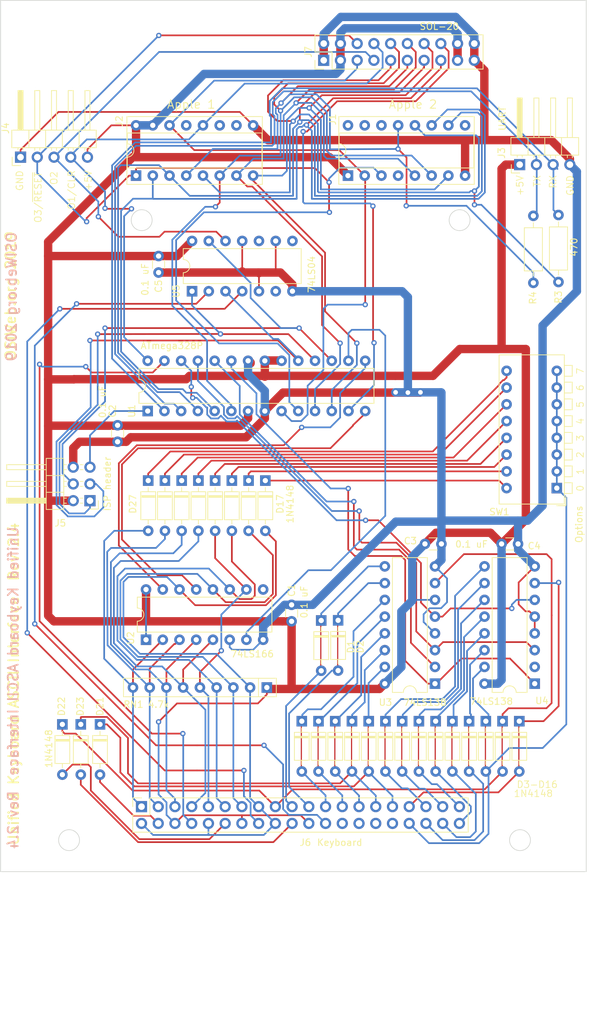
<source format=kicad_pcb>
(kicad_pcb (version 20171130) (host pcbnew "(5.1.5-0-10_14)")
  (title_block (title "Unified Retro Keyboard") (date 2019-12-13) (rev 2.4))
  (layers (0 F.Cu signal) (31 B.Cu signal) (34 B.Paste user) (35 F.Paste user) (36 B.SilkS user) (37 F.SilkS user) (38 B.Mask user) (39 F.Mask user) (44 Edge.Cuts user))
  (net 0 "")
  (net 1 GND)
  (net 2 +5V)
  (net 3 /Row3)
  (net 4 /Row0)
  (net 5 /Row1)
  (net 6 /Row4)
  (net 7 /Row5)
  (net 8 /Row7)
  (net 9 /D7)
  (net 10 /D1)
  (net 11 /D2)
  (net 12 /D3)
  (net 13 /D4)
  (net 14 /D5)
  (net 15 /D6)
  (net 16 /Col0)
  (net 17 /Col1)
  (net 18 /Col2)
  (net 19 /Col3)
  (net 20 /Col4)
  (net 21 /Col5)
  (net 22 /Col6)
  (net 23 /Col7)
  (net 24 /Row6)
  (net 25 /Row2)
  (net 26 /D0)
  (net 27 "Net-(U1-Pad25)")
  (net 28 "Net-(U1-Pad24)")
  (net 29 "Net-(U1-Pad23)")
  (net 30 /~STROBE)
  (net 31 "Net-(U1-Pad14)")
  (net 32 "Net-(U1-Pad26)")
  (net 33 "Net-(U1-Pad16)")
  (net 34 "Net-(U1-Pad15)")
  (net 35 /Row10)
  (net 36 /Row9)
  (net 37 /Row8)
  (net 38 /Row15)
  (net 39 /Row14)
  (net 40 /Row13)
  (net 41 /Row12)
  (net 42 /Row11)
  (net 43 /~RESET)
  (net 44 /Tx)
  (net 45 /Rx)
  (net 46 "Net-(U4-Pad2)")
  (net 47 "Net-(D11-Pad1)")
  (net 48 "Net-(D12-Pad1)")
  (net 49 "Net-(D13-Pad1)")
  (net 50 "Net-(D14-Pad1)")
  (net 51 "Net-(D15-Pad1)")
  (net 52 "Net-(D16-Pad1)")
  (net 53 "Net-(D17-Pad1)")
  (net 54 "Net-(D18-Pad1)")
  (net 55 "Net-(D19-Pad1)")
  (net 56 "Net-(D20-Pad1)")
  (net 57 "Net-(D24-Pad1)")
  (net 58 "Net-(D25-Pad1)")
  (net 59 "Net-(D26-Pad1)")
  (net 60 "Net-(D3-Pad1)")
  (net 61 "Net-(D4-Pad1)")
  (net 62 "Net-(D5-Pad1)")
  (net 63 "Net-(D6-Pad1)")
  (net 64 "Net-(D7-Pad1)")
  (net 65 "Net-(D8-Pad1)")
  (net 66 "Net-(D9-Pad1)")
  (net 67 "Net-(D10-Pad1)")
  (net 68 "Net-(D1-Pad1)")
  (net 69 "Net-(D2-Pad1)")
  (net 70 "Net-(D21-Pad2)")
  (net 71 "Net-(D22-Pad2)")
  (net 72 "Net-(D23-Pad2)")
  (net 73 "Net-(D27-Pad1)")
  (net 74 "Net-(J1-Pad9)")
  (net 75 "Net-(J1-Pad4)")
  (net 76 "Net-(J1-Pad14)")
  (net 77 "Net-(J1-Pad15)")
  (net 78 "Net-(J1-Pad16)")
  (net 79 "Net-(J2-Pad10)")
  (net 80 "Net-(J2-Pad11)")
  (net 81 "Net-(J2-Pad13)")
  (net 82 "Net-(J6-Pad32)")
  (net 83 "Net-(J6-Pad30)")
  (net 84 "Net-(J6-Pad28)")
  (net 85 "Net-(J6-Pad26)")
  (net 86 "Net-(J6-Pad24)")
  (net 87 "Net-(J6-Pad16)")
  (net 88 "Net-(U2-Pad9)")
  (net 89 /LED1)
  (net 90 "Net-(U5-Pad6)")
  (net 91 "Net-(U5-Pad10)")
  (net 92 "Net-(U5-Pad8)")
  (net 93 /OUT1)
  (net 94 /OUT2)
  (net 95 /OUT3)
  (net 96 /MOSI-OUT2)
  (net 97 /SCK-LED2)
  (net 98 /MISO-LED3)
  (module unikbd:PinHeader_2x20_P2.54mm_Vertical (layer F.Cu) (at 185.397 175.5918 90)
    (fp_text reference J6 (at -2.8702 24.7015 180) (layer F.SilkS))
    (fp_text value Keyboard (at -2.8702 29.9085 180) (layer F.SilkS))
    (pad 40 thru_hole oval (at 0.0254 48.0822 90) (size 1.7 1.7) (drill 1) (layers *.Cu *.Mask) (net 42 /Row11))
    (pad 39 thru_hole oval (at 2.5654 48.0822 90) (size 1.7 1.7) (drill 1) (layers *.Cu *.Mask) (net 41 /Row12))
    (pad 38 thru_hole oval (at 0.0254 45.5422 90) (size 1.7 1.7) (drill 1) (layers *.Cu *.Mask) (net 35 /Row10))
    (pad 37 thru_hole oval (at 2.5654 45.5422 90) (size 1.7 1.7) (drill 1) (layers *.Cu *.Mask) (net 40 /Row13))
    (pad 36 thru_hole oval (at 0.0254 43.0022 90) (size 1.7 1.7) (drill 1) (layers *.Cu *.Mask) (net 36 /Row9))
    (pad 35 thru_hole oval (at 2.5654 43.0022 90) (size 1.7 1.7) (drill 1) (layers *.Cu *.Mask) (net 39 /Row14))
    (pad 34 thru_hole oval (at 0.0254 40.4622 90) (size 1.7 1.7) (drill 1) (layers *.Cu *.Mask) (net 37 /Row8))
    (pad 33 thru_hole oval (at 2.5654 40.4622 90) (size 1.7 1.7) (drill 1) (layers *.Cu *.Mask) (net 38 /Row15))
    (pad 32 thru_hole oval (at 0.0254 37.9222 90) (size 1.7 1.7) (drill 1) (layers *.Cu *.Mask) (net 82 "Net-(J6-Pad32)"))
    (pad 31 thru_hole oval (at 2.5654 37.9222 90) (size 1.7 1.7) (drill 1) (layers *.Cu *.Mask) (net 4 /Row0))
    (pad 30 thru_hole oval (at 0.0254 35.3822 90) (size 1.7 1.7) (drill 1) (layers *.Cu *.Mask) (net 83 "Net-(J6-Pad30)"))
    (pad 29 thru_hole oval (at 2.5654 35.3822 90) (size 1.7 1.7) (drill 1) (layers *.Cu *.Mask) (net 5 /Row1))
    (pad 28 thru_hole oval (at 0.0254 32.8422 90) (size 1.7 1.7) (drill 1) (layers *.Cu *.Mask) (net 84 "Net-(J6-Pad28)"))
    (pad 27 thru_hole oval (at 2.5654 32.8422 90) (size 1.7 1.7) (drill 1) (layers *.Cu *.Mask) (net 25 /Row2))
    (pad 26 thru_hole oval (at 0.0254 30.3022 90) (size 1.7 1.7) (drill 1) (layers *.Cu *.Mask) (net 85 "Net-(J6-Pad26)"))
    (pad 25 thru_hole oval (at 2.5654 30.3022 90) (size 1.7 1.7) (drill 1) (layers *.Cu *.Mask) (net 3 /Row3))
    (pad 24 thru_hole oval (at 0.0254 27.7622 90) (size 1.7 1.7) (drill 1) (layers *.Cu *.Mask) (net 86 "Net-(J6-Pad24)"))
    (pad 23 thru_hole oval (at 2.5654 27.7622 90) (size 1.7 1.7) (drill 1) (layers *.Cu *.Mask) (net 6 /Row4))
    (pad 22 thru_hole oval (at 0.0254 25.2222 90) (size 1.7 1.7) (drill 1) (layers *.Cu *.Mask) (net 2 +5V))
    (pad 21 thru_hole oval (at 2.5654 25.2222 90) (size 1.7 1.7) (drill 1) (layers *.Cu *.Mask) (net 7 /Row5))
    (pad 20 thru_hole oval (at 0.0254 22.6822 90) (size 1.7 1.7) (drill 1) (layers *.Cu *.Mask) (net 72 "Net-(D23-Pad2)"))
    (pad 19 thru_hole oval (at 2.5654 22.6822 90) (size 1.7 1.7) (drill 1) (layers *.Cu *.Mask) (net 24 /Row6))
    (pad 18 thru_hole oval (at 0.0254 20.1422 90) (size 1.7 1.7) (drill 1) (layers *.Cu *.Mask) (net 16 /Col0))
    (pad 17 thru_hole oval (at 2.5654 20.1422 90) (size 1.7 1.7) (drill 1) (layers *.Cu *.Mask) (net 8 /Row7))
    (pad 16 thru_hole oval (at 0.0254 17.6022 90) (size 1.7 1.7) (drill 1) (layers *.Cu *.Mask) (net 87 "Net-(J6-Pad16)"))
    (pad 15 thru_hole oval (at 2.5654 17.6022 90) (size 1.7 1.7) (drill 1) (layers *.Cu *.Mask) (net 16 /Col0))
    (pad 14 thru_hole oval (at 0.0254 15.0622 90) (size 1.7 1.7) (drill 1) (layers *.Cu *.Mask) (net 2 +5V))
    (pad 13 thru_hole oval (at 2.5654 15.0622 90) (size 1.7 1.7) (drill 1) (layers *.Cu *.Mask) (net 17 /Col1))
    (pad 12 thru_hole oval (at 0.0254 12.5222 90) (size 1.7 1.7) (drill 1) (layers *.Cu *.Mask) (net 71 "Net-(D22-Pad2)"))
    (pad 11 thru_hole oval (at 2.5654 12.5222 90) (size 1.7 1.7) (drill 1) (layers *.Cu *.Mask) (net 18 /Col2))
    (pad 10 thru_hole oval (at 0.0254 9.9822 90) (size 1.7 1.7) (drill 1) (layers *.Cu *.Mask) (net 16 /Col0))
    (pad 9 thru_hole oval (at 2.5654 9.9822 90) (size 1.7 1.7) (drill 1) (layers *.Cu *.Mask) (net 19 /Col3))
    (pad 8 thru_hole oval (at 0.0254 7.4422 90) (size 1.7 1.7) (drill 1) (layers *.Cu *.Mask) (net 89 /LED1))
    (pad 7 thru_hole oval (at 2.5654 7.4422 90) (size 1.7 1.7) (drill 1) (layers *.Cu *.Mask) (net 20 /Col4))
    (pad 6 thru_hole oval (at 0.0254 4.9022 90) (size 1.7 1.7) (drill 1) (layers *.Cu *.Mask) (net 2 +5V))
    (pad 5 thru_hole oval (at 2.5654 4.9022 90) (size 1.7 1.7) (drill 1) (layers *.Cu *.Mask) (net 21 /Col5))
    (pad 4 thru_hole oval (at 0.0254 2.3622 90) (size 1.7 1.7) (drill 1) (layers *.Cu *.Mask) (net 70 "Net-(D21-Pad2)"))
    (pad 3 thru_hole oval (at 2.5654 2.3622 90) (size 1.7 1.7) (drill 1) (layers *.Cu *.Mask) (net 22 /Col6))
    (pad 2 thru_hole oval (at 0.0254 -0.1778 90) (size 1.7 1.7) (drill 1) (layers *.Cu *.Mask) (net 16 /Col0))
    (pad 1 thru_hole rect (at 2.5654 -0.1778 90) (size 1.7 1.7) (drill 1) (layers *.Cu *.Mask) (net 23 /Col7))
  )
  (module unikbd:SOL20-header-vertical (layer F.Cu) (at 212.8798 59.8948 90)
    (fp_text reference J7 (at 1.27 -2.33 90) (layer F.SilkS))
    (fp_text value SOL-20 (at 5.1308 17.5514 180) (layer F.SilkS))
    (pad 20 thru_hole oval (at 2.54 22.86 90) (size 1.7 1.7) (drill 1) (layers *.Cu *.Mask) (net 1 GND))
    (pad 10 thru_hole oval (at 0 22.86 90) (size 1.7 1.7) (drill 1) (layers *.Cu *.Mask) (net 1 GND))
    (pad 19 thru_hole oval (at 2.54 20.32 90) (size 1.7 1.7) (drill 1) (layers *.Cu *.Mask) (net 2 +5V))
    (pad 9 thru_hole oval (at 0 20.32 90) (size 1.7 1.7) (drill 1) (layers *.Cu *.Mask) (net 2 +5V))
    (pad 18 thru_hole oval (at 2.54 17.78 90) (size 1.7 1.7) (drill 1) (layers *.Cu *.Mask) (net 9 /D7))
    (pad 8 thru_hole oval (at 0 17.78 90) (size 1.7 1.7) (drill 1) (layers *.Cu *.Mask) (net 12 /D3))
    (pad 17 thru_hole oval (at 2.54 15.24 90) (size 1.7 1.7) (drill 1) (layers *.Cu *.Mask) (net 15 /D6))
    (pad 7 thru_hole oval (at 0 15.24 90) (size 1.7 1.7) (drill 1) (layers *.Cu *.Mask) (net 11 /D2))
    (pad 16 thru_hole oval (at 2.54 12.7 90) (size 1.7 1.7) (drill 1) (layers *.Cu *.Mask) (net 14 /D5))
    (pad 6 thru_hole oval (at 0 12.7 90) (size 1.7 1.7) (drill 1) (layers *.Cu *.Mask) (net 10 /D1))
    (pad 15 thru_hole oval (at 2.54 10.16 90) (size 1.7 1.7) (drill 1) (layers *.Cu *.Mask) (net 13 /D4))
    (pad 5 thru_hole oval (at 0 10.16 90) (size 1.7 1.7) (drill 1) (layers *.Cu *.Mask) (net 26 /D0))
    (pad 14 thru_hole oval (at 2.54 7.62 90) (size 1.7 1.7) (drill 1) (layers *.Cu *.Mask) (net 93 /OUT1))
    (pad 4 thru_hole oval (at 0 7.62 90) (size 1.7 1.7) (drill 1) (layers *.Cu *.Mask) (net 94 /OUT2))
    (pad 13 thru_hole oval (at 2.54 5.08 90) (size 1.7 1.7) (drill 1) (layers *.Cu *.Mask) (net 95 /OUT3))
    (pad 3 thru_hole oval (at 0 5.08 90) (size 1.7 1.7) (drill 1) (layers *.Cu *.Mask) (net 30 /~STROBE))
    (pad 12 thru_hole oval (at 2.54 2.54 90) (size 1.7 1.7) (drill 1) (layers *.Cu *.Mask) (net 2 +5V))
    (pad 2 thru_hole oval (at 0 2.54 90) (size 1.7 1.7) (drill 1) (layers *.Cu *.Mask) (net 2 +5V))
    (pad 11 thru_hole oval (at 2.54 0 90) (size 1.7 1.7) (drill 1) (layers *.Cu *.Mask) (net 1 GND))
    (pad 1 thru_hole rect (at 0 0 90) (size 1.7 1.7) (drill 1) (layers *.Cu *.Mask) (net 1 GND))
  )
  (module Package_DIP:DIP-16_W7.62mm (layer F.Cu) (at 185.905 147.728 90)
    (fp_text reference U2 (at 0.254 -2.33 90) (layer F.SilkS))
    (fp_text value 74LS166 (at -2.159 16.129) (layer F.SilkS))
    (pad 16 thru_hole oval (at 7.62 0 90) (size 1.6 1.6) (drill 0.8) (layers *.Cu *.Mask) (net 2 +5V))
    (pad 8 thru_hole oval (at 0 17.78 90) (size 1.6 1.6) (drill 0.8) (layers *.Cu *.Mask) (net 1 GND))
    (pad 15 thru_hole oval (at 7.62 2.54 90) (size 1.6 1.6) (drill 0.8) (layers *.Cu *.Mask) (net 34 "Net-(U1-Pad15)"))
    (pad 7 thru_hole oval (at 0 15.24 90) (size 1.6 1.6) (drill 0.8) (layers *.Cu *.Mask) (net 33 "Net-(U1-Pad16)"))
    (pad 14 thru_hole oval (at 7.62 5.08 90) (size 1.6 1.6) (drill 0.8) (layers *.Cu *.Mask) (net 16 /Col0))
    (pad 6 thru_hole oval (at 0 12.7 90) (size 1.6 1.6) (drill 0.8) (layers *.Cu *.Mask) (net 1 GND))
    (pad 13 thru_hole oval (at 7.62 7.62 90) (size 1.6 1.6) (drill 0.8) (layers *.Cu *.Mask) (net 31 "Net-(U1-Pad14)"))
    (pad 5 thru_hole oval (at 0 10.16 90) (size 1.6 1.6) (drill 0.8) (layers *.Cu *.Mask) (net 20 /Col4))
    (pad 12 thru_hole oval (at 7.62 10.16 90) (size 1.6 1.6) (drill 0.8) (layers *.Cu *.Mask) (net 17 /Col1))
    (pad 4 thru_hole oval (at 0 7.62 90) (size 1.6 1.6) (drill 0.8) (layers *.Cu *.Mask) (net 21 /Col5))
    (pad 11 thru_hole oval (at 7.62 12.7 90) (size 1.6 1.6) (drill 0.8) (layers *.Cu *.Mask) (net 18 /Col2))
    (pad 3 thru_hole oval (at 0 5.08 90) (size 1.6 1.6) (drill 0.8) (layers *.Cu *.Mask) (net 22 /Col6))
    (pad 10 thru_hole oval (at 7.62 15.24 90) (size 1.6 1.6) (drill 0.8) (layers *.Cu *.Mask) (net 19 /Col3))
    (pad 2 thru_hole oval (at 0 2.54 90) (size 1.6 1.6) (drill 0.8) (layers *.Cu *.Mask) (net 23 /Col7))
    (pad 9 thru_hole oval (at 7.62 17.78 90) (size 1.6 1.6) (drill 0.8) (layers *.Cu *.Mask) (net 88 "Net-(U2-Pad9)"))
    (pad 1 thru_hole rect (at 0 0 90) (size 1.6 1.6) (drill 0.8) (layers *.Cu *.Mask) (net 2 +5V))
  )
  (module Package_DIP:DIP-14_W7.62mm (layer F.Cu) (at 192.89 94.896 90)
    (fp_text reference U5 (at 0 -2.413 90) (layer F.SilkS))
    (fp_text value 74LS04 (at 2.54 18.161 90) (layer F.SilkS))
    (pad 14 thru_hole oval (at 7.62 0 90) (size 1.6 1.6) (drill 0.8) (layers *.Cu *.Mask) (net 2 +5V))
    (pad 7 thru_hole oval (at 0 15.24 90) (size 1.6 1.6) (drill 0.8) (layers *.Cu *.Mask) (net 1 GND))
    (pad 13 thru_hole oval (at 7.62 2.54 90) (size 1.6 1.6) (drill 0.8) (layers *.Cu *.Mask) (net 96 /MOSI-OUT2))
    (pad 6 thru_hole oval (at 0 12.7 90) (size 1.6 1.6) (drill 0.8) (layers *.Cu *.Mask) (net 90 "Net-(U5-Pad6)"))
    (pad 12 thru_hole oval (at 7.62 5.08 90) (size 1.6 1.6) (drill 0.8) (layers *.Cu *.Mask) (net 94 /OUT2))
    (pad 5 thru_hole oval (at 0 10.16 90) (size 1.6 1.6) (drill 0.8) (layers *.Cu *.Mask) (net 1 GND))
    (pad 11 thru_hole oval (at 7.62 7.62 90) (size 1.6 1.6) (drill 0.8) (layers *.Cu *.Mask) (net 1 GND))
    (pad 4 thru_hole oval (at 0 7.62 90) (size 1.6 1.6) (drill 0.8) (layers *.Cu *.Mask) (net 87 "Net-(J6-Pad16)"))
    (pad 10 thru_hole oval (at 7.62 10.16 90) (size 1.6 1.6) (drill 0.8) (layers *.Cu *.Mask) (net 91 "Net-(U5-Pad10)"))
    (pad 3 thru_hole oval (at 0 5.08 90) (size 1.6 1.6) (drill 0.8) (layers *.Cu *.Mask) (net 97 /SCK-LED2))
    (pad 9 thru_hole oval (at 7.62 12.7 90) (size 1.6 1.6) (drill 0.8) (layers *.Cu *.Mask) (net 1 GND))
    (pad 2 thru_hole oval (at 0 2.54 90) (size 1.6 1.6) (drill 0.8) (layers *.Cu *.Mask) (net 86 "Net-(J6-Pad24)"))
    (pad 8 thru_hole oval (at 7.62 15.24 90) (size 1.6 1.6) (drill 0.8) (layers *.Cu *.Mask) (net 92 "Net-(U5-Pad8)"))
    (pad 1 thru_hole rect (at 0 0 90) (size 1.6 1.6) (drill 0.8) (layers *.Cu *.Mask) (net 98 /MISO-LED3))
  )
  (module Connector_PinHeader_2.54mm:PinHeader_1x05_P2.54mm_Horizontal (layer F.Cu) (at 166.855 74.576 90)
    (fp_text reference J4 (at 4.385 -2.27 90) (layer F.SilkS))
    (fp_text value Conn_01x05)
    (pad 5 thru_hole oval (at 0 10.16 90) (size 1.7 1.7) (drill 1) (layers *.Cu *.Mask) (net 2 +5V))
    (pad 4 thru_hole oval (at 0 7.62 90) (size 1.7 1.7) (drill 1) (layers *.Cu *.Mask) (net 93 /OUT1))
    (pad 3 thru_hole oval (at 0 5.08 90) (size 1.7 1.7) (drill 1) (layers *.Cu *.Mask) (net 94 /OUT2))
    (pad 2 thru_hole oval (at 0 2.54 90) (size 1.7 1.7) (drill 1) (layers *.Cu *.Mask) (net 95 /OUT3))
    (pad 1 thru_hole rect (at 0 0 90) (size 1.7 1.7) (drill 1) (layers *.Cu *.Mask) (net 1 GND))
  )
  (module Resistor_THT:R_Axial_DIN0207_L6.3mm_D2.5mm_P10.16mm_Horizontal (layer F.Cu) (at 244.706 93.626 90)
    (fp_text reference R4 (at -2.286 -0.0762 90) (layer F.SilkS))
    (fp_text value R_US hide)
    (pad 2 thru_hole oval (at 10.16 0 90) (size 1.6 1.6) (drill 0.8) (layers *.Cu *.Mask) (net 44 /Tx))
    (pad 1 thru_hole circle (at 0 0 90) (size 1.6 1.6) (drill 0.8) (layers *.Cu *.Mask) (net 10 /D1))
  )
  (module Capacitor_THT:C_Disc_D3.0mm_W1.6mm_P2.50mm (layer F.Cu) (at 187.81 89.562 270)
    (fp_text reference C5 (at 4.572 0 90) (layer F.SilkS))
    (fp_text value "0.1 uF" (at 3.556 2.05 90) (layer F.SilkS))
    (pad 2 thru_hole circle (at 2.5 0 270) (size 1.6 1.6) (drill 0.8) (layers *.Cu *.Mask) (net 1 GND))
    (pad 1 thru_hole circle (at 0 0 270) (size 1.6 1.6) (drill 0.8) (layers *.Cu *.Mask) (net 2 +5V))
  )
  (module unikbd:D_DO-35_SOD27_P7.62mm_Horizontal_bypassed (layer F.Cu) (at 222.25 160.0724 270)
    (fp_text reference D16 hide)
    (fp_text value 1N4148 hide)
    (fp_poly (pts (xy 7.239 0.127) (xy 0.381 0.127) (xy 0.381 0) (xy 7.239 0)) (layer F.Cu) (width 0.0508))
    (pad 1 thru_hole rect (at 0 0 270) (size 1.6 1.6) (drill 0.8) (layers *.Cu *.Mask) (net 52 "Net-(D16-Pad1)"))
    (pad 2 thru_hole oval (at 7.62 0 270) (size 1.6 1.6) (drill 0.8) (layers *.Cu *.Mask) (net 39 /Row14))
  )
  (module unikbd:D_DO-35_SOD27_P7.62mm_Horizontal_bypassed (layer F.Cu) (at 227.33 160.0724 270)
    (fp_text reference D15 hide)
    (fp_text value 1N4148)
    (fp_poly (pts (xy 7.239 0.127) (xy 0.381 0.127) (xy 0.381 0) (xy 7.239 0)) (layer F.Cu) (width 0.0508))
    (pad 1 thru_hole rect (at 0 0 270) (size 1.6 1.6) (drill 0.8) (layers *.Cu *.Mask) (net 51 "Net-(D15-Pad1)"))
    (pad 2 thru_hole oval (at 7.62 0 270) (size 1.6 1.6) (drill 0.8) (layers *.Cu *.Mask) (net 41 /Row12))
  )
  (module unikbd:D_DO-35_SOD27_P7.62mm_Horizontal_bypassed (layer F.Cu) (at 232.41 160.0724 270)
    (fp_text reference D14 hide)
    (fp_text value 1N4148)
    (fp_poly (pts (xy 7.239 0.127) (xy 0.381 0.127) (xy 0.381 0) (xy 7.239 0)) (layer F.Cu) (width 0.0508))
    (pad 1 thru_hole rect (at 0 0 270) (size 1.6 1.6) (drill 0.8) (layers *.Cu *.Mask) (net 50 "Net-(D14-Pad1)"))
    (pad 2 thru_hole oval (at 7.62 0 270) (size 1.6 1.6) (drill 0.8) (layers *.Cu *.Mask) (net 35 /Row10))
  )
  (module unikbd:D_DO-35_SOD27_P7.62mm_Horizontal_bypassed (layer F.Cu) (at 237.49 160.0724 270)
    (fp_text reference D13 hide)
    (fp_text value 1N4148)
    (fp_poly (pts (xy 7.239 0.127) (xy 0.381 0.127) (xy 0.381 0) (xy 7.239 0)) (layer F.Cu) (width 0.0508))
    (pad 1 thru_hole rect (at 0 0 270) (size 1.6 1.6) (drill 0.8) (layers *.Cu *.Mask) (net 49 "Net-(D13-Pad1)"))
    (pad 2 thru_hole oval (at 7.62 0 270) (size 1.6 1.6) (drill 0.8) (layers *.Cu *.Mask) (net 37 /Row8))
  )
  (module unikbd:D_DO-35_SOD27_P7.62mm_Horizontal_bypassed (layer F.Cu) (at 242.57 160.0724 270)
    (fp_text reference D8 hide)
    (fp_text value 1N4148 hide)
    (fp_poly (pts (xy 7.239 0.127) (xy 0.381 0.127) (xy 0.381 0) (xy 7.239 0)) (layer F.Cu) (width 0.0508))
    (pad 1 thru_hole rect (at 0 0 270) (size 1.6 1.6) (drill 0.8) (layers *.Cu *.Mask) (net 65 "Net-(D8-Pad1)"))
    (pad 2 thru_hole oval (at 7.62 0 270) (size 1.6 1.6) (drill 0.8) (layers *.Cu *.Mask) (net 38 /Row15))
  )
  (module unikbd:D_DO-35_SOD27_P7.62mm_Horizontal_bypassed (layer F.Cu) (at 224.79 160.0724 270)
    (fp_text reference D7 hide)
    (fp_text value 1N4148)
    (fp_poly (pts (xy 7.239 0.127) (xy 0.381 0.127) (xy 0.381 0) (xy 7.239 0)) (layer F.Cu) (width 0.0508))
    (pad 1 thru_hole rect (at 0 0 270) (size 1.6 1.6) (drill 0.8) (layers *.Cu *.Mask) (net 64 "Net-(D7-Pad1)"))
    (pad 2 thru_hole oval (at 7.62 0 270) (size 1.6 1.6) (drill 0.8) (layers *.Cu *.Mask) (net 40 /Row13))
  )
  (module unikbd:D_DO-35_SOD27_P7.62mm_Horizontal_bypassed (layer F.Cu) (at 229.87 160.0724 270)
    (fp_text reference D6 hide)
    (fp_text value 1N4148)
    (fp_poly (pts (xy 7.239 0.127) (xy 0.381 0.127) (xy 0.381 0) (xy 7.239 0)) (layer F.Cu) (width 0.0508))
    (pad 1 thru_hole rect (at 0 0 270) (size 1.6 1.6) (drill 0.8) (layers *.Cu *.Mask) (net 63 "Net-(D6-Pad1)"))
    (pad 2 thru_hole oval (at 7.62 0 270) (size 1.6 1.6) (drill 0.8) (layers *.Cu *.Mask) (net 42 /Row11))
  )
  (module unikbd:D_DO-35_SOD27_P7.62mm_Horizontal_bypassed (layer F.Cu) (at 234.95 160.0724 270)
    (fp_text reference D5 hide)
    (fp_text value 1N4148)
    (fp_poly (pts (xy 7.239 0.127) (xy 0.381 0.127) (xy 0.381 0) (xy 7.239 0)) (layer F.Cu) (width 0.0508))
    (pad 1 thru_hole rect (at 0 0 270) (size 1.6 1.6) (drill 0.8) (layers *.Cu *.Mask) (net 62 "Net-(D5-Pad1)"))
    (pad 2 thru_hole oval (at 7.62 0 270) (size 1.6 1.6) (drill 0.8) (layers *.Cu *.Mask) (net 36 /Row9))
  )
  (module unikbd:D_DO-35_SOD27_P7.62mm_Horizontal_bypassed (layer F.Cu) (at 212.4988 144.807 270)
    (fp_text reference D1 (at 3.9878 -4.4958 90) (layer F.SilkS))
    (fp_text value 1N4148)
    (fp_poly (pts (xy 7.239 0.127) (xy 0.381 0.127) (xy 0.381 0) (xy 7.239 0)) (layer F.Cu) (width 0.0508))
    (pad 1 thru_hole rect (at 0 0 270) (size 1.6 1.6) (drill 0.8) (layers *.Cu *.Mask) (net 68 "Net-(D1-Pad1)"))
    (pad 2 thru_hole oval (at 7.62 0 270) (size 1.6 1.6) (drill 0.8) (layers *.Cu *.Mask) (net 24 /Row6))
  )
  (module unikbd:D_DO-35_SOD27_P7.62mm_Horizontal_bypassed (layer F.Cu) (at 209.55 160.0724 270)
    (fp_text reference D11 hide)
    (fp_text value 1N4148)
    (fp_poly (pts (xy 7.239 0.127) (xy 0.381 0.127) (xy 0.381 0) (xy 7.239 0)) (layer F.Cu) (width 0.0508))
    (pad 1 thru_hole rect (at 0 0 270) (size 1.6 1.6) (drill 0.8) (layers *.Cu *.Mask) (net 47 "Net-(D11-Pad1)"))
    (pad 2 thru_hole oval (at 7.62 0 270) (size 1.6 1.6) (drill 0.8) (layers *.Cu *.Mask) (net 6 /Row4))
  )
  (module unikbd:D_DO-35_SOD27_P7.62mm_Horizontal_bypassed (layer F.Cu) (at 214.63 160.0724 270)
    (fp_text reference D10 hide)
    (fp_text value 1N4148)
    (fp_poly (pts (xy 7.239 0.127) (xy 0.381 0.127) (xy 0.381 0) (xy 7.239 0)) (layer F.Cu) (width 0.0508))
    (pad 1 thru_hole rect (at 0 0 270) (size 1.6 1.6) (drill 0.8) (layers *.Cu *.Mask) (net 67 "Net-(D10-Pad1)"))
    (pad 2 thru_hole oval (at 7.62 0 270) (size 1.6 1.6) (drill 0.8) (layers *.Cu *.Mask) (net 25 /Row2))
  )
  (module unikbd:D_DO-35_SOD27_P7.62mm_Horizontal_bypassed (layer F.Cu) (at 219.71 160.0724 270)
    (fp_text reference D9 hide)
    (fp_text value 1N4148)
    (fp_poly (pts (xy 7.239 0.127) (xy 0.381 0.127) (xy 0.381 0) (xy 7.239 0)) (layer F.Cu) (width 0.0508))
    (pad 1 thru_hole rect (at 0 0 270) (size 1.6 1.6) (drill 0.8) (layers *.Cu *.Mask) (net 66 "Net-(D9-Pad1)"))
    (pad 2 thru_hole oval (at 7.62 0 270) (size 1.6 1.6) (drill 0.8) (layers *.Cu *.Mask) (net 4 /Row0))
  )
  (module unikbd:D_DO-35_SOD27_P7.62mm_Horizontal_bypassed (layer F.Cu) (at 240.03 160.0724 270)
    (fp_text reference D4 hide)
    (fp_text value 1N4148)
    (fp_poly (pts (xy 7.239 0.127) (xy 0.381 0.127) (xy 0.381 0) (xy 7.239 0)) (layer F.Cu) (width 0.0508))
    (pad 1 thru_hole rect (at 0 0 270) (size 1.6 1.6) (drill 0.8) (layers *.Cu *.Mask) (net 61 "Net-(D4-Pad1)"))
    (pad 2 thru_hole oval (at 7.62 0 270) (size 1.6 1.6) (drill 0.8) (layers *.Cu *.Mask) (net 8 /Row7))
  )
  (module unikbd:D_DO-35_SOD27_P7.62mm_Horizontal_bypassed (layer F.Cu) (at 215.0642 144.7816 270)
    (fp_text reference D2 (at 4.0132 -3.3528 90) (layer F.SilkS))
    (fp_text value 1N4148)
    (fp_poly (pts (xy 7.239 0.127) (xy 0.381 0.127) (xy 0.381 0) (xy 7.239 0)) (layer F.Cu) (width 0.0508))
    (pad 1 thru_hole rect (at 0 0 270) (size 1.6 1.6) (drill 0.8) (layers *.Cu *.Mask) (net 69 "Net-(D2-Pad1)"))
    (pad 2 thru_hole oval (at 7.62 0 270) (size 1.6 1.6) (drill 0.8) (layers *.Cu *.Mask) (net 7 /Row5))
  )
  (module unikbd:D_DO-35_SOD27_P7.62mm_Horizontal_bypassed (layer F.Cu) (at 212.09 160.0724 270)
    (fp_text reference D3 hide)
    (fp_text value 1N4148)
    (fp_poly (pts (xy 7.239 0.127) (xy 0.381 0.127) (xy 0.381 0) (xy 7.239 0)) (layer F.Cu) (width 0.0508))
    (pad 1 thru_hole rect (at 0 0 270) (size 1.6 1.6) (drill 0.8) (layers *.Cu *.Mask) (net 60 "Net-(D3-Pad1)"))
    (pad 2 thru_hole oval (at 7.62 0 270) (size 1.6 1.6) (drill 0.8) (layers *.Cu *.Mask) (net 3 /Row3))
  )
  (module unikbd:D_DO-35_SOD27_P7.62mm_Horizontal_bypassed (layer F.Cu) (at 217.17 160.0724 270)
    (fp_text reference D12 hide)
    (fp_text value 1N4148)
    (fp_poly (pts (xy 7.239 0.127) (xy 0.381 0.127) (xy 0.381 0) (xy 7.239 0)) (layer F.Cu) (width 0.0508))
    (pad 1 thru_hole rect (at 0 0 270) (size 1.6 1.6) (drill 0.8) (layers *.Cu *.Mask) (net 48 "Net-(D12-Pad1)"))
    (pad 2 thru_hole oval (at 7.62 0 270) (size 1.6 1.6) (drill 0.8) (layers *.Cu *.Mask) (net 5 /Row1))
  )
  (module Diode_THT:D_DO-35_SOD27_P7.62mm_Horizontal (layer F.Cu) (at 175.999 160.555 270)
    (fp_text reference D23 (at -2.7305 0.0762 90) (layer F.SilkS))
    (fp_text value 1N4148)
    (pad 2 thru_hole oval (at 7.62 0 270) (size 1.6 1.6) (drill 0.8) (layers *.Cu *.Mask) (net 72 "Net-(D23-Pad2)"))
    (pad 1 thru_hole rect (at 0 0 270) (size 1.6 1.6) (drill 0.8) (layers *.Cu *.Mask) (net 5 /Row1))
  )
  (module Connector_PinHeader_2.54mm:PinHeader_1x04_P2.54mm_Horizontal (layer F.Cu) (at 242.62828 75.70376 90)
    (fp_text reference J3 (at 1.76276 -2.74828 90) (layer F.SilkS))
    (fp_text value UART (at 6.96976 -2.62128 90) (layer F.SilkS))
    (pad 4 thru_hole oval (at 0 7.62 90) (size 1.7 1.7) (drill 1) (layers *.Cu *.Mask) (net 1 GND))
    (pad 3 thru_hole oval (at 0 5.08 90) (size 1.7 1.7) (drill 1) (layers *.Cu *.Mask) (net 45 /Rx))
    (pad 2 thru_hole oval (at 0 2.54 90) (size 1.7 1.7) (drill 1) (layers *.Cu *.Mask) (net 44 /Tx))
    (pad 1 thru_hole rect (at 0 0 90) (size 1.7 1.7) (drill 1) (layers *.Cu *.Mask) (net 2 +5V))
  )
  (module Button_Switch_THT:SW_DIP_SPSTx08_Piano_CTS_Series194-8MSTN_W7.62mm_P2.54mm (layer F.Cu) (at 248.262 124.741 180)
    (fp_text reference SW1 (at 8.7122 -3.6068) (layer F.SilkS))
    (fp_text value Options (at -3.3782 -5.4864 90) (layer F.SilkS))
    (pad 1 thru_hole rect (at 0 0 180) (size 1.6 1.6) (drill 0.8) (layers *.Cu *.Mask) (net 37 /Row8))
    (pad 9 thru_hole oval (at 7.62 17.78 180) (size 1.6 1.6) (drill 0.8) (layers *.Cu *.Mask) (net 73 "Net-(D27-Pad1)"))
    (pad 2 thru_hole oval (at 0 2.54 180) (size 1.6 1.6) (drill 0.8) (layers *.Cu *.Mask) (net 37 /Row8))
    (pad 10 thru_hole oval (at 7.62 15.24 180) (size 1.6 1.6) (drill 0.8) (layers *.Cu *.Mask) (net 56 "Net-(D20-Pad1)"))
    (pad 3 thru_hole oval (at 0 5.08 180) (size 1.6 1.6) (drill 0.8) (layers *.Cu *.Mask) (net 37 /Row8))
    (pad 11 thru_hole oval (at 7.62 12.7 180) (size 1.6 1.6) (drill 0.8) (layers *.Cu *.Mask) (net 59 "Net-(D26-Pad1)"))
    (pad 4 thru_hole oval (at 0 7.62 180) (size 1.6 1.6) (drill 0.8) (layers *.Cu *.Mask) (net 37 /Row8))
    (pad 12 thru_hole oval (at 7.62 10.16 180) (size 1.6 1.6) (drill 0.8) (layers *.Cu *.Mask) (net 55 "Net-(D19-Pad1)"))
    (pad 5 thru_hole oval (at 0 10.16 180) (size 1.6 1.6) (drill 0.8) (layers *.Cu *.Mask) (net 37 /Row8))
    (pad 13 thru_hole oval (at 7.62 7.62 180) (size 1.6 1.6) (drill 0.8) (layers *.Cu *.Mask) (net 58 "Net-(D25-Pad1)"))
    (pad 6 thru_hole oval (at 0 12.7 180) (size 1.6 1.6) (drill 0.8) (layers *.Cu *.Mask) (net 37 /Row8))
    (pad 14 thru_hole oval (at 7.62 5.08 180) (size 1.6 1.6) (drill 0.8) (layers *.Cu *.Mask) (net 54 "Net-(D18-Pad1)"))
    (pad 7 thru_hole oval (at 0 15.24 180) (size 1.6 1.6) (drill 0.8) (layers *.Cu *.Mask) (net 37 /Row8))
    (pad 15 thru_hole oval (at 7.62 2.54 180) (size 1.6 1.6) (drill 0.8) (layers *.Cu *.Mask) (net 57 "Net-(D24-Pad1)"))
    (pad 8 thru_hole oval (at 0 17.78 180) (size 1.6 1.6) (drill 0.8) (layers *.Cu *.Mask) (net 37 /Row8))
    (pad 16 thru_hole oval (at 7.62 0 180) (size 1.6 1.6) (drill 0.8) (layers *.Cu *.Mask) (net 53 "Net-(D17-Pad1)"))
  )
  (module Diode_THT:D_DO-35_SOD27_P7.62mm_Horizontal (layer F.Cu) (at 186.2352 123.598 270)
    (fp_text reference D27 (at 3.556 2.3368 90) (layer F.SilkS))
    (fp_text value 1N4148 hide)
    (pad 2 thru_hole oval (at 7.62 0 270) (size 1.6 1.6) (drill 0.8) (layers *.Cu *.Mask) (net 23 /Col7))
    (pad 1 thru_hole rect (at 0 0 270) (size 1.6 1.6) (drill 0.8) (layers *.Cu *.Mask) (net 73 "Net-(D27-Pad1)"))
  )
  (module Diode_THT:D_DO-35_SOD27_P7.62mm_Horizontal (layer F.Cu) (at 191.3152 123.598 270)
    (fp_text reference D26)
    (fp_text value 1N4148 hide)
    (pad 2 thru_hole oval (at 7.62 0 270) (size 1.6 1.6) (drill 0.8) (layers *.Cu *.Mask) (net 21 /Col5))
    (pad 1 thru_hole rect (at 0 0 270) (size 1.6 1.6) (drill 0.8) (layers *.Cu *.Mask) (net 59 "Net-(D26-Pad1)"))
  )
  (module Diode_THT:D_DO-35_SOD27_P7.62mm_Horizontal (layer F.Cu) (at 196.3952 123.598 270)
    (fp_text reference D25 hide)
    (fp_text value 1N4148 hide)
    (pad 2 thru_hole oval (at 7.62 0 270) (size 1.6 1.6) (drill 0.8) (layers *.Cu *.Mask) (net 19 /Col3))
    (pad 1 thru_hole rect (at 0 0 270) (size 1.6 1.6) (drill 0.8) (layers *.Cu *.Mask) (net 58 "Net-(D25-Pad1)"))
  )
  (module Diode_THT:D_DO-35_SOD27_P7.62mm_Horizontal (layer F.Cu) (at 201.4752 123.598 270)
    (fp_text reference D24 hide)
    (fp_text value 1N4148 hide)
    (pad 2 thru_hole oval (at 7.62 0 270) (size 1.6 1.6) (drill 0.8) (layers *.Cu *.Mask) (net 17 /Col1))
    (pad 1 thru_hole rect (at 0 0 270) (size 1.6 1.6) (drill 0.8) (layers *.Cu *.Mask) (net 57 "Net-(D24-Pad1)"))
  )
  (module Diode_THT:D_DO-35_SOD27_P7.62mm_Horizontal (layer F.Cu) (at 188.7752 123.598 270)
    (fp_text reference D20 hide)
    (fp_text value 1N4148 hide)
    (pad 2 thru_hole oval (at 7.62 0 270) (size 1.6 1.6) (drill 0.8) (layers *.Cu *.Mask) (net 22 /Col6))
    (pad 1 thru_hole rect (at 0 0 270) (size 1.6 1.6) (drill 0.8) (layers *.Cu *.Mask) (net 56 "Net-(D20-Pad1)"))
  )
  (module Diode_THT:D_DO-35_SOD27_P7.62mm_Horizontal (layer F.Cu) (at 193.8552 123.598 270)
    (fp_text reference D19 hide)
    (fp_text value 1N4148 hide)
    (pad 2 thru_hole oval (at 7.62 0 270) (size 1.6 1.6) (drill 0.8) (layers *.Cu *.Mask) (net 20 /Col4))
    (pad 1 thru_hole rect (at 0 0 270) (size 1.6 1.6) (drill 0.8) (layers *.Cu *.Mask) (net 55 "Net-(D19-Pad1)"))
  )
  (module Diode_THT:D_DO-35_SOD27_P7.62mm_Horizontal (layer F.Cu) (at 198.9352 123.598 270)
    (fp_text reference D18 hide)
    (fp_text value 1N4148 hide)
    (pad 2 thru_hole oval (at 7.62 0 270) (size 1.6 1.6) (drill 0.8) (layers *.Cu *.Mask) (net 18 /Col2))
    (pad 1 thru_hole rect (at 0 0 270) (size 1.6 1.6) (drill 0.8) (layers *.Cu *.Mask) (net 54 "Net-(D18-Pad1)"))
  )
  (module Diode_THT:D_DO-35_SOD27_P7.62mm_Horizontal (layer F.Cu) (at 204.0152 123.598 270)
    (fp_text reference D17 (at 3.556001 -2.2352 90) (layer F.SilkS))
    (fp_text value 1N4148 (at 3.556 -3.7592 90) (layer F.SilkS))
    (pad 2 thru_hole oval (at 7.62 0 270) (size 1.6 1.6) (drill 0.8) (layers *.Cu *.Mask) (net 16 /Col0))
    (pad 1 thru_hole rect (at 0 0 270) (size 1.6 1.6) (drill 0.8) (layers *.Cu *.Mask) (net 53 "Net-(D17-Pad1)"))
  )
  (module Connector_PinHeader_2.54mm:PinHeader_2x03_P2.54mm_Horizontal (layer F.Cu) (at 177.396 126.646 180)
    (fp_text reference J5 (at 4.4958 -3.4036) (layer F.SilkS))
    (fp_text value "ISP header" (at -2.6416 2.54 90) (layer F.SilkS))
    (pad 6 thru_hole oval (at 2.54 5.08 180) (size 1.7 1.7) (drill 1) (layers *.Cu *.Mask) (net 1 GND))
    (pad 5 thru_hole oval (at 0 5.08 180) (size 1.7 1.7) (drill 1) (layers *.Cu *.Mask) (net 43 /~RESET))
    (pad 4 thru_hole oval (at 2.54 2.54 180) (size 1.7 1.7) (drill 1) (layers *.Cu *.Mask) (net 96 /MOSI-OUT2))
    (pad 3 thru_hole oval (at 0 2.54 180) (size 1.7 1.7) (drill 1) (layers *.Cu *.Mask) (net 97 /SCK-LED2))
    (pad 2 thru_hole oval (at 2.54 0 180) (size 1.7 1.7) (drill 1) (layers *.Cu *.Mask) (net 2 +5V))
    (pad 1 thru_hole rect (at 0 0 180) (size 1.7 1.7) (drill 1) (layers *.Cu *.Mask) (net 98 /MISO-LED3))
  )
  (module Capacitor_THT:C_Disc_D3.0mm_W1.6mm_P2.50mm (layer F.Cu) (at 228.2468 133.1992)
    (fp_text reference C3 (at -2.2098 -0.4572) (layer F.SilkS))
    (fp_text value "0.1 uF" (at 7.0612 0.0508) (layer F.SilkS))
    (pad 2 thru_hole circle (at 2.5 0) (size 1.6 1.6) (drill 0.8) (layers *.Cu *.Mask) (net 1 GND))
    (pad 1 thru_hole circle (at 0 0) (size 1.6 1.6) (drill 0.8) (layers *.Cu *.Mask) (net 2 +5V))
  )
  (module Capacitor_THT:C_Disc_D3.0mm_W1.6mm_P2.50mm (layer F.Cu) (at 239.88 133.1992)
    (fp_text reference C4 (at 4.953 0.3048) (layer F.SilkS))
    (fp_text value "0.1 uF" hide)
    (pad 2 thru_hole circle (at 2.5 0) (size 1.6 1.6) (drill 0.8) (layers *.Cu *.Mask) (net 1 GND))
    (pad 1 thru_hole circle (at 0 0) (size 1.6 1.6) (drill 0.8) (layers *.Cu *.Mask) (net 2 +5V))
  )
  (module Capacitor_THT:C_Disc_D3.0mm_W1.6mm_P2.50mm (layer F.Cu) (at 181.587 115.216 270)
    (fp_text reference C2 (at -2.159 0.762 90) (layer F.SilkS))
    (fp_text value "0.1 uF" (at -3.556 2.286 90) (layer F.SilkS))
    (pad 2 thru_hole circle (at 2.5 0 270) (size 1.6 1.6) (drill 0.8) (layers *.Cu *.Mask) (net 1 GND))
    (pad 1 thru_hole circle (at 0 0 270) (size 1.6 1.6) (drill 0.8) (layers *.Cu *.Mask) (net 2 +5V))
  )
  (module Capacitor_THT:C_Disc_D3.0mm_W1.6mm_P2.50mm (layer F.Cu) (at 208.003 144.934 90)
    (fp_text reference C1 (at 4.699 0 90) (layer F.SilkS))
    (fp_text value "0.1 uF" (at 2.921 1.905 90) (layer F.SilkS))
    (pad 2 thru_hole circle (at 2.5 0 90) (size 1.6 1.6) (drill 0.8) (layers *.Cu *.Mask) (net 1 GND))
    (pad 1 thru_hole circle (at 0 0 90) (size 1.6 1.6) (drill 0.8) (layers *.Cu *.Mask) (net 2 +5V))
  )
  (module Package_DIP:DIP-16_W7.62mm (layer F.Cu) (at 244.9092 154.3828 180)
    (fp_text reference U4 (at -1.0922 -2.5908) (layer F.SilkS))
    (fp_text value 74LS138 (at 6.5786 -2.6924) (layer F.SilkS))
    (pad 16 thru_hole oval (at 7.62 0 180) (size 1.6 1.6) (drill 0.8) (layers *.Cu *.Mask) (net 2 +5V))
    (pad 8 thru_hole oval (at 0 17.78 180) (size 1.6 1.6) (drill 0.8) (layers *.Cu *.Mask) (net 1 GND))
    (pad 15 thru_hole oval (at 7.62 2.54 180) (size 1.6 1.6) (drill 0.8) (layers *.Cu *.Mask) (net 49 "Net-(D13-Pad1)"))
    (pad 7 thru_hole oval (at 0 15.24 180) (size 1.6 1.6) (drill 0.8) (layers *.Cu *.Mask) (net 65 "Net-(D8-Pad1)"))
    (pad 14 thru_hole oval (at 7.62 5.08 180) (size 1.6 1.6) (drill 0.8) (layers *.Cu *.Mask) (net 62 "Net-(D5-Pad1)"))
    (pad 6 thru_hole oval (at 0 12.7 180) (size 1.6 1.6) (drill 0.8) (layers *.Cu *.Mask) (net 32 "Net-(U1-Pad26)"))
    (pad 13 thru_hole oval (at 7.62 7.62 180) (size 1.6 1.6) (drill 0.8) (layers *.Cu *.Mask) (net 50 "Net-(D14-Pad1)"))
    (pad 5 thru_hole oval (at 0 10.16 180) (size 1.6 1.6) (drill 0.8) (layers *.Cu *.Mask) (net 1 GND))
    (pad 12 thru_hole oval (at 7.62 10.16 180) (size 1.6 1.6) (drill 0.8) (layers *.Cu *.Mask) (net 63 "Net-(D6-Pad1)"))
    (pad 4 thru_hole oval (at 0 7.62 180) (size 1.6 1.6) (drill 0.8) (layers *.Cu *.Mask) (net 1 GND))
    (pad 11 thru_hole oval (at 7.62 12.7 180) (size 1.6 1.6) (drill 0.8) (layers *.Cu *.Mask) (net 51 "Net-(D15-Pad1)"))
    (pad 3 thru_hole oval (at 0 5.08 180) (size 1.6 1.6) (drill 0.8) (layers *.Cu *.Mask) (net 27 "Net-(U1-Pad25)"))
    (pad 10 thru_hole oval (at 7.62 15.24 180) (size 1.6 1.6) (drill 0.8) (layers *.Cu *.Mask) (net 64 "Net-(D7-Pad1)"))
    (pad 2 thru_hole oval (at 0 2.54 180) (size 1.6 1.6) (drill 0.8) (layers *.Cu *.Mask) (net 46 "Net-(U4-Pad2)"))
    (pad 9 thru_hole oval (at 7.62 17.78 180) (size 1.6 1.6) (drill 0.8) (layers *.Cu *.Mask) (net 52 "Net-(D16-Pad1)"))
    (pad 1 thru_hole rect (at 0 0 180) (size 1.6 1.6) (drill 0.8) (layers *.Cu *.Mask) (net 29 "Net-(U1-Pad23)"))
  )
  (module Package_DIP:DIP-16_W7.62mm (layer F.Cu) (at 229.7708 154.3828 180)
    (fp_text reference U3 (at 7.5184 -2.8448) (layer F.SilkS))
    (fp_text value 74LS138 (at 1.524 -2.8448) (layer F.SilkS))
    (pad 16 thru_hole oval (at 7.62 0 180) (size 1.6 1.6) (drill 0.8) (layers *.Cu *.Mask) (net 2 +5V))
    (pad 8 thru_hole oval (at 0 17.78 180) (size 1.6 1.6) (drill 0.8) (layers *.Cu *.Mask) (net 1 GND))
    (pad 15 thru_hole oval (at 7.62 2.54 180) (size 1.6 1.6) (drill 0.8) (layers *.Cu *.Mask) (net 66 "Net-(D9-Pad1)"))
    (pad 7 thru_hole oval (at 0 15.24 180) (size 1.6 1.6) (drill 0.8) (layers *.Cu *.Mask) (net 61 "Net-(D4-Pad1)"))
    (pad 14 thru_hole oval (at 7.62 5.08 180) (size 1.6 1.6) (drill 0.8) (layers *.Cu *.Mask) (net 48 "Net-(D12-Pad1)"))
    (pad 6 thru_hole oval (at 0 12.7 180) (size 1.6 1.6) (drill 0.8) (layers *.Cu *.Mask) (net 2 +5V))
    (pad 13 thru_hole oval (at 7.62 7.62 180) (size 1.6 1.6) (drill 0.8) (layers *.Cu *.Mask) (net 67 "Net-(D10-Pad1)"))
    (pad 5 thru_hole oval (at 0 10.16 180) (size 1.6 1.6) (drill 0.8) (layers *.Cu *.Mask) (net 32 "Net-(U1-Pad26)"))
    (pad 12 thru_hole oval (at 7.62 10.16 180) (size 1.6 1.6) (drill 0.8) (layers *.Cu *.Mask) (net 60 "Net-(D3-Pad1)"))
    (pad 4 thru_hole oval (at 0 7.62 180) (size 1.6 1.6) (drill 0.8) (layers *.Cu *.Mask) (net 1 GND))
    (pad 11 thru_hole oval (at 7.62 12.7 180) (size 1.6 1.6) (drill 0.8) (layers *.Cu *.Mask) (net 47 "Net-(D11-Pad1)"))
    (pad 3 thru_hole oval (at 0 5.08 180) (size 1.6 1.6) (drill 0.8) (layers *.Cu *.Mask) (net 27 "Net-(U1-Pad25)"))
    (pad 10 thru_hole oval (at 7.62 15.24 180) (size 1.6 1.6) (drill 0.8) (layers *.Cu *.Mask) (net 69 "Net-(D2-Pad1)"))
    (pad 2 thru_hole oval (at 0 2.54 180) (size 1.6 1.6) (drill 0.8) (layers *.Cu *.Mask) (net 28 "Net-(U1-Pad24)"))
    (pad 9 thru_hole oval (at 7.62 17.78 180) (size 1.6 1.6) (drill 0.8) (layers *.Cu *.Mask) (net 68 "Net-(D1-Pad1)"))
    (pad 1 thru_hole rect (at 0 0 180) (size 1.6 1.6) (drill 0.8) (layers *.Cu *.Mask) (net 29 "Net-(U1-Pad23)"))
  )
  (module Resistor_THT:R_Axial_DIN0207_L6.3mm_D2.5mm_P10.16mm_Horizontal (layer F.Cu) (at 248.516 93.499 90)
    (fp_text reference R3 (at -2.286 0 90) (layer F.SilkS))
    (fp_text value 470 (at 5.2832 2.3622 90) (layer F.SilkS))
    (pad 2 thru_hole oval (at 10.16 0 90) (size 1.6 1.6) (drill 0.8) (layers *.Cu *.Mask) (net 45 /Rx))
    (pad 1 thru_hole circle (at 0 0 90) (size 1.6 1.6) (drill 0.8) (layers *.Cu *.Mask) (net 26 /D0))
  )
  (module Package_DIP:DIP-28_W7.62mm (layer F.Cu) (at 186.159 113.057 90)
    (fp_text reference U1 (at 0 -2.413 90) (layer F.SilkS))
    (fp_text value ATmega328P (at 9.906 3.683 180) (layer F.SilkS))
    (pad 28 thru_hole oval (at 7.62 0 90) (size 1.6 1.6) (drill 0.8) (layers *.Cu *.Mask) (net 93 /OUT1))
    (pad 14 thru_hole oval (at 0 33.02 90) (size 1.6 1.6) (drill 0.8) (layers *.Cu *.Mask) (net 31 "Net-(U1-Pad14)"))
    (pad 27 thru_hole oval (at 7.62 2.54 90) (size 1.6 1.6) (drill 0.8) (layers *.Cu *.Mask) (net 89 /LED1))
    (pad 13 thru_hole oval (at 0 30.48 90) (size 1.6 1.6) (drill 0.8) (layers *.Cu *.Mask) (net 9 /D7))
    (pad 26 thru_hole oval (at 7.62 5.08 90) (size 1.6 1.6) (drill 0.8) (layers *.Cu *.Mask) (net 32 "Net-(U1-Pad26)"))
    (pad 12 thru_hole oval (at 0 27.94 90) (size 1.6 1.6) (drill 0.8) (layers *.Cu *.Mask) (net 15 /D6))
    (pad 25 thru_hole oval (at 7.62 7.62 90) (size 1.6 1.6) (drill 0.8) (layers *.Cu *.Mask) (net 27 "Net-(U1-Pad25)"))
    (pad 11 thru_hole oval (at 0 25.4 90) (size 1.6 1.6) (drill 0.8) (layers *.Cu *.Mask) (net 14 /D5))
    (pad 24 thru_hole oval (at 7.62 10.16 90) (size 1.6 1.6) (drill 0.8) (layers *.Cu *.Mask) (net 28 "Net-(U1-Pad24)"))
    (pad 10 thru_hole oval (at 0 22.86 90) (size 1.6 1.6) (drill 0.8) (layers *.Cu *.Mask) (net 95 /OUT3))
    (pad 23 thru_hole oval (at 7.62 12.7 90) (size 1.6 1.6) (drill 0.8) (layers *.Cu *.Mask) (net 29 "Net-(U1-Pad23)"))
    (pad 9 thru_hole oval (at 0 20.32 90) (size 1.6 1.6) (drill 0.8) (layers *.Cu *.Mask) (net 30 /~STROBE))
    (pad 22 thru_hole oval (at 7.62 15.24 90) (size 1.6 1.6) (drill 0.8) (layers *.Cu *.Mask) (net 1 GND))
    (pad 8 thru_hole oval (at 0 17.78 90) (size 1.6 1.6) (drill 0.8) (layers *.Cu *.Mask) (net 1 GND))
    (pad 21 thru_hole oval (at 7.62 17.78 90) (size 1.6 1.6) (drill 0.8) (layers *.Cu *.Mask) (net 2 +5V))
    (pad 7 thru_hole oval (at 0 15.24 90) (size 1.6 1.6) (drill 0.8) (layers *.Cu *.Mask) (net 2 +5V))
    (pad 20 thru_hole oval (at 7.62 20.32 90) (size 1.6 1.6) (drill 0.8) (layers *.Cu *.Mask) (net 2 +5V))
    (pad 6 thru_hole oval (at 0 12.7 90) (size 1.6 1.6) (drill 0.8) (layers *.Cu *.Mask) (net 13 /D4))
    (pad 19 thru_hole oval (at 7.62 22.86 90) (size 1.6 1.6) (drill 0.8) (layers *.Cu *.Mask) (net 97 /SCK-LED2))
    (pad 5 thru_hole oval (at 0 10.16 90) (size 1.6 1.6) (drill 0.8) (layers *.Cu *.Mask) (net 12 /D3))
    (pad 18 thru_hole oval (at 7.62 25.4 90) (size 1.6 1.6) (drill 0.8) (layers *.Cu *.Mask) (net 98 /MISO-LED3))
    (pad 4 thru_hole oval (at 0 7.62 90) (size 1.6 1.6) (drill 0.8) (layers *.Cu *.Mask) (net 11 /D2))
    (pad 17 thru_hole oval (at 7.62 27.94 90) (size 1.6 1.6) (drill 0.8) (layers *.Cu *.Mask) (net 96 /MOSI-OUT2))
    (pad 3 thru_hole oval (at 0 5.08 90) (size 1.6 1.6) (drill 0.8) (layers *.Cu *.Mask) (net 44 /Tx))
    (pad 16 thru_hole oval (at 7.62 30.48 90) (size 1.6 1.6) (drill 0.8) (layers *.Cu *.Mask) (net 33 "Net-(U1-Pad16)"))
    (pad 2 thru_hole oval (at 0 2.54 90) (size 1.6 1.6) (drill 0.8) (layers *.Cu *.Mask) (net 45 /Rx))
    (pad 15 thru_hole oval (at 7.62 33.02 90) (size 1.6 1.6) (drill 0.8) (layers *.Cu *.Mask) (net 34 "Net-(U1-Pad15)"))
    (pad 1 thru_hole rect (at 0 0 90) (size 1.6 1.6) (drill 0.8) (layers *.Cu *.Mask) (net 43 /~RESET))
  )
  (module Package_DIP:DIP-16_W7.62mm_Socket (layer F.Cu) (at 216.561832 77.37 90)
    (fp_text reference J1 (at 8.509 -2.335832 90) (layer F.SilkS))
    (fp_text value "Apple 2" (at 10.795 9.856168) (layer F.SilkS) (effects (font (size 1.27 1.27))))
    (pad 1 thru_hole rect (at 0 0 90) (size 1.6 1.6) (drill 0.8) (layers *.Cu *.Mask) (net 2 +5V))
    (pad 9 thru_hole oval (at 7.62 17.78 90) (size 1.6 1.6) (drill 0.8) (layers *.Cu *.Mask) (net 74 "Net-(J1-Pad9)"))
    (pad 2 thru_hole oval (at 0 2.54 90) (size 1.6 1.6) (drill 0.8) (layers *.Cu *.Mask) (net 30 /~STROBE))
    (pad 10 thru_hole oval (at 7.62 15.24 90) (size 1.6 1.6) (drill 0.8) (layers *.Cu *.Mask) (net 11 /D2))
    (pad 3 thru_hole oval (at 0 5.08 90) (size 1.6 1.6) (drill 0.8) (layers *.Cu *.Mask) (net 95 /OUT3))
    (pad 11 thru_hole oval (at 7.62 12.7 90) (size 1.6 1.6) (drill 0.8) (layers *.Cu *.Mask) (net 12 /D3))
    (pad 4 thru_hole oval (at 0 7.62 90) (size 1.6 1.6) (drill 0.8) (layers *.Cu *.Mask) (net 75 "Net-(J1-Pad4)"))
    (pad 12 thru_hole oval (at 7.62 10.16 90) (size 1.6 1.6) (drill 0.8) (layers *.Cu *.Mask) (net 26 /D0))
    (pad 5 thru_hole oval (at 0 10.16 90) (size 1.6 1.6) (drill 0.8) (layers *.Cu *.Mask) (net 14 /D5))
    (pad 13 thru_hole oval (at 7.62 7.62 90) (size 1.6 1.6) (drill 0.8) (layers *.Cu *.Mask) (net 10 /D1))
    (pad 6 thru_hole oval (at 0 12.7 90) (size 1.6 1.6) (drill 0.8) (layers *.Cu *.Mask) (net 13 /D4))
    (pad 14 thru_hole oval (at 7.62 5.08 90) (size 1.6 1.6) (drill 0.8) (layers *.Cu *.Mask) (net 76 "Net-(J1-Pad14)"))
    (pad 7 thru_hole oval (at 0 15.24 90) (size 1.6 1.6) (drill 0.8) (layers *.Cu *.Mask) (net 15 /D6))
    (pad 15 thru_hole oval (at 7.62 2.54 90) (size 1.6 1.6) (drill 0.8) (layers *.Cu *.Mask) (net 77 "Net-(J1-Pad15)"))
    (pad 8 thru_hole oval (at 0 17.78 90) (size 1.6 1.6) (drill 0.8) (layers *.Cu *.Mask) (net 1 GND))
    (pad 16 thru_hole oval (at 7.62 0 90) (size 1.6 1.6) (drill 0.8) (layers *.Cu *.Mask) (net 78 "Net-(J1-Pad16)"))
  )
  (module Diode_THT:D_DO-35_SOD27_P7.62mm_Horizontal (layer F.Cu) (at 173.205 160.555 270)
    (fp_text reference D22 (at -2.7305 0.127 90) (layer F.SilkS))
    (fp_text value 1N4148)
    (pad 2 thru_hole oval (at 7.62 0 270) (size 1.6 1.6) (drill 0.8) (layers *.Cu *.Mask) (net 71 "Net-(D22-Pad2)"))
    (pad 1 thru_hole rect (at 0 0 270) (size 1.6 1.6) (drill 0.8) (layers *.Cu *.Mask) (net 8 /Row7))
  )
  (module Diode_THT:D_DO-35_SOD27_P7.62mm_Horizontal (layer F.Cu) (at 178.92 160.555 270)
    (fp_text reference D21 (at -2.7305 0 90) (layer F.SilkS))
    (fp_text value 1N4148 (at 3.683 7.7724 90) (layer F.SilkS))
    (pad 2 thru_hole oval (at 7.62 0 270) (size 1.6 1.6) (drill 0.8) (layers *.Cu *.Mask) (net 70 "Net-(D21-Pad2)"))
    (pad 1 thru_hole rect (at 0 0 270) (size 1.6 1.6) (drill 0.8) (layers *.Cu *.Mask) (net 4 /Row0))
  )
  (module Resistor_THT:R_Array_SIP9 (layer F.Cu) (at 204.2438 154.967 180)
    (fp_text reference RN1 (at 20.2438 -2.5654) (layer F.SilkS))
    (fp_text value 4.7k (at 16.4338 -2.5654) (layer F.SilkS))
    (pad 1 thru_hole rect (at 0 0 180) (size 1.6 1.6) (drill 0.8) (layers *.Cu *.Mask) (net 2 +5V))
    (pad 2 thru_hole oval (at 2.54 0 180) (size 1.6 1.6) (drill 0.8) (layers *.Cu *.Mask) (net 16 /Col0))
    (pad 3 thru_hole oval (at 5.08 0 180) (size 1.6 1.6) (drill 0.8) (layers *.Cu *.Mask) (net 17 /Col1))
    (pad 4 thru_hole oval (at 7.62 0 180) (size 1.6 1.6) (drill 0.8) (layers *.Cu *.Mask) (net 18 /Col2))
    (pad 5 thru_hole oval (at 10.16 0 180) (size 1.6 1.6) (drill 0.8) (layers *.Cu *.Mask) (net 19 /Col3))
    (pad 6 thru_hole oval (at 12.7 0 180) (size 1.6 1.6) (drill 0.8) (layers *.Cu *.Mask) (net 20 /Col4))
    (pad 7 thru_hole oval (at 15.24 0 180) (size 1.6 1.6) (drill 0.8) (layers *.Cu *.Mask) (net 21 /Col5))
    (pad 8 thru_hole oval (at 17.78 0 180) (size 1.6 1.6) (drill 0.8) (layers *.Cu *.Mask) (net 22 /Col6))
    (pad 9 thru_hole oval (at 20.32 0 180) (size 1.6 1.6) (drill 0.8) (layers *.Cu *.Mask) (net 23 /Col7))
  )
  (module Package_DIP:DIP-16_W7.62mm_Socket (layer F.Cu) (at 184.390166 77.37 90)
    (fp_text reference J2 (at 8.255 -2.549166 270) (layer F.SilkS))
    (fp_text value "Apple 1" (at 10.795 8.372834 180) (layer F.SilkS) (effects (font (size 1.27 1.27))))
    (pad 1 thru_hole rect (at 0 0 90) (size 1.6 1.6) (drill 0.8) (layers *.Cu *.Mask) (net 95 /OUT3))
    (pad 9 thru_hole oval (at 7.62 17.78 90) (size 1.6 1.6) (drill 0.8) (layers *.Cu *.Mask) (net 1 GND))
    (pad 2 thru_hole oval (at 0 2.54 90) (size 1.6 1.6) (drill 0.8) (layers *.Cu *.Mask) (net 12 /D3))
    (pad 10 thru_hole oval (at 7.62 15.24 90) (size 1.6 1.6) (drill 0.8) (layers *.Cu *.Mask) (net 79 "Net-(J2-Pad10)"))
    (pad 3 thru_hole oval (at 0 5.08 90) (size 1.6 1.6) (drill 0.8) (layers *.Cu *.Mask) (net 11 /D2))
    (pad 11 thru_hole oval (at 7.62 12.7 90) (size 1.6 1.6) (drill 0.8) (layers *.Cu *.Mask) (net 80 "Net-(J2-Pad11)"))
    (pad 4 thru_hole oval (at 0 7.62 90) (size 1.6 1.6) (drill 0.8) (layers *.Cu *.Mask) (net 10 /D1))
    (pad 12 thru_hole oval (at 7.62 10.16 90) (size 1.6 1.6) (drill 0.8) (layers *.Cu *.Mask) (net 93 /OUT1))
    (pad 5 thru_hole oval (at 0 10.16 90) (size 1.6 1.6) (drill 0.8) (layers *.Cu *.Mask) (net 26 /D0))
    (pad 13 thru_hole oval (at 7.62 7.62 90) (size 1.6 1.6) (drill 0.8) (layers *.Cu *.Mask) (net 81 "Net-(J2-Pad13)"))
    (pad 6 thru_hole oval (at 0 12.7 90) (size 1.6 1.6) (drill 0.8) (layers *.Cu *.Mask) (net 13 /D4))
    (pad 14 thru_hole oval (at 7.62 5.08 90) (size 1.6 1.6) (drill 0.8) (layers *.Cu *.Mask) (net 30 /~STROBE))
    (pad 7 thru_hole oval (at 0 15.24 90) (size 1.6 1.6) (drill 0.8) (layers *.Cu *.Mask) (net 14 /D5))
    (pad 15 thru_hole oval (at 7.62 2.54 90) (size 1.6 1.6) (drill 0.8) (layers *.Cu *.Mask) (net 2 +5V))
    (pad 8 thru_hole oval (at 0 17.78 90) (size 1.6 1.6) (drill 0.8) (layers *.Cu *.Mask) (net 15 /D6))
    (pad 16 thru_hole oval (at 7.62 0 90) (size 1.6 1.6) (drill 0.8) (layers *.Cu *.Mask) (net 2 +5V))
  )
  (gr_text O2 (at 171.935 77.751 90) (layer F.SilkS) (effects (font (size 1.016 1.016) (thickness 0.127))))
  (gr_text 1N4148 (at 244.706 171.0452) (layer F.SilkS) (effects (font (size 1.016 1.016) (thickness 0.127))))
  (gr_text D3-D16 (at 245.2902 169.6736) (layer F.SilkS) (effects (font (size 1.016 1.016) (thickness 0.127))))
  (gr_text 7 (at 251.818 106.9864 90) (layer F.SilkS) (effects (font (size 1.016 1.016) (thickness 0.127))))
  (gr_text 6 (at 251.818 109.5264 90) (layer F.SilkS) (effects (font (size 1.016 1.016) (thickness 0.127))))
  (gr_text 5 (at 251.818 112.0664 90) (layer F.SilkS) (effects (font (size 1.016 1.016) (thickness 0.127))))
  (gr_text 4 (at 251.818 114.6064 90) (layer F.SilkS) (effects (font (size 1.016 1.016) (thickness 0.127))))
  (gr_text 3 (at 251.818 117.1464 90) (layer F.SilkS) (effects (font (size 1.016 1.016) (thickness 0.127))))
  (gr_text 2 (at 251.818 119.6864 90) (layer F.SilkS) (effects (font (size 1.016 1.016) (thickness 0.127))))
  (gr_text 1 (at 251.818 122.2264 90) (layer F.SilkS) (effects (font (size 1.016 1.016) (thickness 0.127))))
  (gr_text 0 (at 251.818 124.7664 90) (layer F.SilkS) (effects (font (size 1.016 1.016) (thickness 0.127))))
  (gr_text +5V (at 242.674 78.87368 90) (layer F.SilkS) (effects (font (size 1.016 1.016) (thickness 0.127))))
  (gr_text GND (at 250.294 78.87368 90) (layer F.SilkS) (effects (font (size 1.016 1.016) (thickness 0.127))))
  (gr_text TX (at 245.26988 78.196346 90) (layer F.SilkS) (effects (font (size 1.016 1.016) (thickness 0.127))))
  (gr_text RX (at 247.6778 78.317299 90) (layer F.SilkS) (effects (font (size 1.016 1.016) (thickness 0.127))))
  (gr_text "OSIWeb.org 2019" (at 165.4834 95.7342 90) (layer B.SilkS) (effects (font (size 1.524 1.524) (thickness 0.254)) (justify mirror)))
  (gr_text "OSIWeb.org 2019" (at 165.3564 95.6072 90) (layer F.SilkS) (effects (font (size 1.524 1.524) (thickness 0.254))))
  (gr_text "Unified Keyboard ASCII Interface  Rev 2.4" (at 165.7374 155.0178 90) (layer B.SilkS) (effects (font (size 1.524 1.524) (thickness 0.254)) (justify mirror)))
  (gr_text "Unified Keyboard ASCII Interface  Rev 2.4" (at 165.8136 154.4336 90) (layer F.SilkS) (effects (font (size 1.524 1.524) (thickness 0.254))))
  (gr_text +5V (at 177.142 78.132 90) (layer F.SilkS) (effects (font (size 1.016 1.016) (thickness 0.127))))
  (gr_text O1/CLR (at 174.602 79.529 90) (layer F.SilkS) (effects (font (size 1.016 1.016) (thickness 0.127))))
  (gr_text O3/~RESET (at 169.522 80.672 90) (layer F.SilkS) (effects (font (size 1.016 1.016) (thickness 0.127))))
  (gr_text GND (at 166.728 78.132 90) (layer F.SilkS) (effects (font (size 1.016 1.016) (thickness 0.127))))
  (gr_circle (center 233.506 84.1248) (end 235.0935 84.1248) (layer Edge.Cuts) (width 0.1))
  (gr_circle (center 185.246 84.1248) (end 186.8335 84.1248) (layer Edge.Cuts) (width 0.1))
  (gr_circle (center 174.2224 178.1048) (end 175.8099 178.1048) (layer Edge.Cuts) (width 0.1))
  (gr_circle (center 242.6754 178.1048) (end 244.2629 178.1048) (layer Edge.Cuts) (width 0.1))
  (gr_line (start 163.83 50.8) (end 252.73 50.8) (layer Edge.Cuts) (width 0.1))
  (gr_line (start 252.73 50.8) (end 252.73 182.88) (layer Edge.Cuts) (width 0.1))
  (gr_line (start 252.73 182.88) (end 163.83 182.88) (layer Edge.Cuts) (width 0.1))
  (gr_line (start 163.83 182.88) (end 163.83 50.8) (layer Edge.Cuts) (width 0.1))
  (segment (start 201.399 107.469) (end 203.939 110.009) (width 1.27) (layer B.Cu) (net 1))
  (segment (start 203.939 110.009) (end 203.939 113.017) (width 1.27) (layer B.Cu) (net 1))
  (segment (start 201.399 105.397) (end 201.399 107.469) (width 1.27) (layer B.Cu) (net 1))
  (segment (start 201.78 105.691) (end 201.78 105.818) (width 1.27) (layer F.Cu) (net 1))
  (segment (start 203.812 147.855) (end 203.685 147.728) (width 1.27) (layer F.Cu) (net 1))
  (segment (start 234.419 77.447168) (end 234.341832 77.37) (width 1.27) (layer F.Cu) (net 1))
  (segment (start 234.419 77.497) (end 234.419 77.447168) (width 1.27) (layer F.Cu) (net 1))
  (segment (start 218.036 135.61137) (end 218.036 135.79) (width 0.254) (layer B.Cu) (net 1))
  (segment (start 198.605 148.85937) (end 198.986 149.24037) (width 0.254) (layer B.Cu) (net 1))
  (segment (start 198.605 147.728) (end 198.605 148.85937) (width 0.254) (layer B.Cu) (net 1))
  (segment (start 202.17263 149.24037) (end 203.685 147.728) (width 0.254) (layer B.Cu) (net 1))
  (segment (start 198.986 149.24037) (end 202.17263 149.24037) (width 0.254) (layer B.Cu) (net 1))
  (segment (start 230.7468 135.6268) (end 229.7708 136.6028) (width 1.27) (layer B.Cu) (net 1))
  (segment (start 230.7468 133.1992) (end 230.7468 135.6268) (width 1.27) (layer B.Cu) (net 1))
  (segment (start 242.38 134.0736) (end 244.9092 136.6028) (width 1.27) (layer B.Cu) (net 1))
  (segment (start 242.38 133.1992) (end 242.38 134.0736) (width 1.27) (layer B.Cu) (net 1))
  (segment (start 244.9092 145.63143) (end 244.9092 144.2228) (width 0.254) (layer F.Cu) (net 1))
  (segment (start 244.9092 146.7628) (end 244.9092 145.63143) (width 0.254) (layer F.Cu) (net 1))
  (segment (start 231.5996 142.0384) (end 231.5996 138.4316) (width 0.254) (layer B.Cu) (net 1))
  (segment (start 228.958 142.9528) (end 230.6852 142.9528) (width 0.254) (layer B.Cu) (net 1))
  (segment (start 230.6852 142.9528) (end 231.5996 142.0384) (width 0.254) (layer B.Cu) (net 1))
  (segment (start 231.5996 138.4316) (end 229.7708 136.6028) (width 0.254) (layer B.Cu) (net 1))
  (segment (start 228.0436 143.8672) (end 228.958 142.9528) (width 0.254) (layer B.Cu) (net 1))
  (segment (start 228.0436 145.0356) (end 228.0436 143.8672) (width 0.254) (layer B.Cu) (net 1))
  (segment (start 229.7708 146.7628) (end 228.0436 145.0356) (width 0.254) (layer B.Cu) (net 1))
  (segment (start 174.856 118.6704) (end 174.856 121.566) (width 1.27) (layer F.Cu) (net 1))
  (segment (start 203.939 114.18837) (end 201.095171 117.032199) (width 1.27) (layer F.Cu) (net 1))
  (segment (start 203.939 113.057) (end 203.939 114.18837) (width 1.27) (layer F.Cu) (net 1))
  (segment (start 242.38 129.6686) (end 230.9284 129.6686) (width 1.27) (layer B.Cu) (net 1))
  (segment (start 242.38 133.1992) (end 242.38 129.6686) (width 1.27) (layer B.Cu) (net 1))
  (segment (start 230.7468 133.1992) (end 230.7468 110.2484) (width 1.27) (layer B.Cu) (net 1))
  (segment (start 230.696 110.223) (end 223.791 110.223) (width 1.27) (layer B.Cu) (net 1))
  (segment (start 230.736 110.263) (end 230.696 110.223) (width 1.27) (layer B.Cu) (net 1))
  (segment (start 243.525012 143.422801) (end 242.4708 142.368589) (width 0.254) (layer F.Cu) (net 1))
  (segment (start 242.4708 139.0412) (end 244.109201 137.402799) (width 0.254) (layer F.Cu) (net 1))
  (segment (start 242.4708 142.368589) (end 242.4708 139.0412) (width 0.254) (layer F.Cu) (net 1))
  (segment (start 244.109201 143.422801) (end 243.525012 143.422801) (width 0.254) (layer F.Cu) (net 1))
  (segment (start 244.9092 144.2228) (end 244.109201 143.422801) (width 0.254) (layer F.Cu) (net 1))
  (segment (start 244.109201 137.402799) (end 244.9092 136.6028) (width 0.254) (layer F.Cu) (net 1))
  (segment (start 166.855 73.472) (end 166.855 74.576) (width 0.254) (layer F.Cu) (net 1))
  (segment (start 172.609 67.718) (end 166.855 73.472) (width 0.254) (layer F.Cu) (net 1))
  (segment (start 200.138166 67.718) (end 172.609 67.718) (width 0.254) (layer F.Cu) (net 1))
  (segment (start 202.170166 69.75) (end 200.138166 67.718) (width 0.254) (layer F.Cu) (net 1))
  (segment (start 182.897 117.716) (end 181.587 117.716) (width 1.27) (layer F.Cu) (net 1))
  (segment (start 183.580801 117.032199) (end 182.897 117.716) (width 1.27) (layer F.Cu) (net 1))
  (segment (start 201.095171 117.032199) (end 183.580801 117.032199) (width 1.27) (layer F.Cu) (net 1))
  (segment (start 175.8104 117.716) (end 174.856 118.6704) (width 1.27) (layer F.Cu) (net 1))
  (segment (start 181.587 117.716) (end 175.8104 117.716) (width 1.27) (layer F.Cu) (net 1))
  (segment (start 234.341832 77.37) (end 234.341832 71.958828) (width 1.27) (layer F.Cu) (net 1))
  (segment (start 251.31 94.896) (end 251.31 76.76548) (width 1.27) (layer B.Cu) (net 1))
  (segment (start 246.103 100.103) (end 251.31 94.896) (width 1.27) (layer B.Cu) (net 1))
  (segment (start 246.103 127.408) (end 246.103 100.103) (width 1.27) (layer B.Cu) (net 1))
  (segment (start 251.31 76.76548) (end 250.24828 75.70376) (width 1.27) (layer B.Cu) (net 1))
  (segment (start 243.8424 129.6686) (end 246.103 127.408) (width 1.27) (layer B.Cu) (net 1))
  (segment (start 242.38 129.6686) (end 243.8424 129.6686) (width 1.27) (layer B.Cu) (net 1))
  (segment (start 211.21337 142.434) (end 208.003 142.434) (width 1.27) (layer B.Cu) (net 1))
  (segment (start 223.82129 129.82608) (end 211.21337 142.434) (width 1.27) (layer B.Cu) (net 1))
  (segment (start 230.60392 129.82608) (end 223.82129 129.82608) (width 1.27) (layer B.Cu) (net 1))
  (segment (start 230.9284 129.5016) (end 230.60392 129.82608) (width 1.27) (layer B.Cu) (net 1))
  (segment (start 206.947 142.434) (end 208.003 142.434) (width 1.27) (layer B.Cu) (net 1))
  (segment (start 203.685 145.696) (end 206.947 142.434) (width 1.27) (layer B.Cu) (net 1))
  (segment (start 203.685 147.728) (end 203.685 145.696) (width 1.27) (layer B.Cu) (net 1))
  (segment (start 223.791 110.223) (end 223.751 110.223) (width 1.27) (layer B.Cu) (net 1))
  (via (at 223.791 110.223) (size 1.27) (drill 0.7112) (layers F.Cu B.Cu) (net 1))
  (via (at 227.561 110.223) (size 1.27) (drill 0.7112) (layers F.Cu B.Cu) (net 1))
  (segment (start 227.521 110.263) (end 227.561 110.223) (width 1.27) (layer F.Cu) (net 1))
  (segment (start 206.693 110.263) (end 225.656 110.263) (width 1.27) (layer F.Cu) (net 1))
  (segment (start 203.939 113.017) (end 206.693 110.263) (width 1.27) (layer F.Cu) (net 1))
  (segment (start 225.656 110.263) (end 227.521 110.263) (width 1.27) (layer F.Cu) (net 1))
  (via (at 225.656 110.263) (size 1.27) (drill 0.7112) (layers F.Cu B.Cu) (net 1))
  (segment (start 225.656 110.263) (end 225.656 95.785) (width 1.27) (layer B.Cu) (net 1))
  (segment (start 224.767 94.896) (end 225.656 95.785) (width 1.27) (layer B.Cu) (net 1))
  (segment (start 208.13 94.896) (end 224.767 94.896) (width 1.27) (layer B.Cu) (net 1))
  (segment (start 208.13 93.88) (end 208.13 94.896) (width 1.27) (layer F.Cu) (net 1))
  (segment (start 206.312 92.062) (end 208.13 93.88) (width 1.27) (layer F.Cu) (net 1))
  (segment (start 202.963 92.062) (end 203.05 92.149) (width 1.27) (layer F.Cu) (net 1))
  (segment (start 203.05 92.149) (end 203.05 94.896) (width 0.254) (layer F.Cu) (net 1))
  (segment (start 202.963 92.062) (end 206.312 92.062) (width 1.27) (layer F.Cu) (net 1))
  (segment (start 200.677 92.062) (end 200.51 91.895) (width 1.27) (layer F.Cu) (net 1))
  (segment (start 200.51 91.895) (end 200.51 87.276) (width 0.254) (layer F.Cu) (net 1))
  (segment (start 187.81 92.062) (end 200.677 92.062) (width 1.27) (layer F.Cu) (net 1))
  (segment (start 200.677 92.062) (end 202.963 92.062) (width 1.27) (layer F.Cu) (net 1))
  (segment (start 205.59 91.975) (end 205.59 87.276) (width 0.254) (layer F.Cu) (net 1))
  (segment (start 205.677 92.062) (end 205.59 91.975) (width 0.254) (layer F.Cu) (net 1))
  (segment (start 237.263798 61.418798) (end 235.7398 59.8948) (width 1.27) (layer F.Cu) (net 1))
  (segment (start 237.263798 71.781998) (end 237.263798 61.418798) (width 1.27) (layer F.Cu) (net 1))
  (segment (start 235.7398 59.8948) (end 235.7398 57.3548) (width 1.27) (layer F.Cu) (net 1))
  (segment (start 212.8798 57.3548) (end 212.8798 59.8948) (width 1.27) (layer F.Cu) (net 1))
  (segment (start 235.7398 56.152719) (end 232.903281 53.3162) (width 1.27) (layer B.Cu) (net 1))
  (segment (start 212.8798 55.907) (end 212.8798 57.3548) (width 1.27) (layer B.Cu) (net 1))
  (segment (start 215.4706 53.3162) (end 212.8798 55.907) (width 1.27) (layer B.Cu) (net 1))
  (segment (start 232.903281 53.3162) (end 215.4706 53.3162) (width 1.27) (layer B.Cu) (net 1))
  (segment (start 235.7398 57.3548) (end 235.7398 56.152719) (width 1.27) (layer B.Cu) (net 1))
  (segment (start 247.401977 71.988777) (end 250.24828 74.83508) (width 1.27) (layer F.Cu) (net 1))
  (segment (start 250.24828 74.83508) (end 250.24828 75.70376) (width 1.27) (layer F.Cu) (net 1))
  (segment (start 204.408943 71.988777) (end 247.401977 71.988777) (width 1.27) (layer F.Cu) (net 1))
  (segment (start 202.170166 69.75) (end 204.408943 71.988777) (width 1.27) (layer F.Cu) (net 1))
  (segment (start 242.53176 75.70376) (end 242.62828 75.70376) (width 1.27) (layer F.Cu) (net 2))
  (segment (start 192.014216 108.231011) (end 174.983011 108.231011) (width 1.27) (layer F.Cu) (net 2))
  (segment (start 192.522227 107.723) (end 192.014216 108.231011) (width 1.27) (layer F.Cu) (net 2))
  (segment (start 223.751 107.723) (end 192.522227 107.723) (width 1.27) (layer F.Cu) (net 2))
  (segment (start 206.479 105.397) (end 203.939 105.397) (width 1.27) (layer F.Cu) (net 2))
  (segment (start 206.352 105.564) (end 206.479 105.437) (width 1.27) (layer B.Cu) (net 2))
  (segment (start 184.508 74.576) (end 184.390166 74.458166) (width 1.27) (layer F.Cu) (net 2))
  (segment (start 184.390166 74.458166) (end 184.390166 69.75) (width 1.27) (layer F.Cu) (net 2))
  (segment (start 203.939 105.397) (end 203.939 107.85) (width 1.27) (layer F.Cu) (net 2))
  (segment (start 226.3164 135.1296) (end 228.2468 133.1992) (width 1.27) (layer B.Cu) (net 2))
  (segment (start 237.2892 154.3828) (end 239.3212 154.3828) (width 1.27) (layer B.Cu) (net 2))
  (segment (start 239.88 153.824) (end 239.88 133.1992) (width 1.27) (layer B.Cu) (net 2))
  (segment (start 239.3212 154.3828) (end 239.88 153.824) (width 1.27) (layer B.Cu) (net 2))
  (segment (start 226.418 141.6828) (end 229.7708 141.6828) (width 0.254) (layer B.Cu) (net 2))
  (segment (start 226.3164 141.7844) (end 226.418 141.6828) (width 0.254) (layer B.Cu) (net 2))
  (segment (start 226.3164 141.7844) (end 226.3164 135.1296) (width 1.27) (layer B.Cu) (net 2))
  (segment (start 171.046 108.2564) (end 174.957622 108.2564) (width 1.27) (layer F.Cu) (net 2))
  (segment (start 174.957622 108.2564) (end 174.983011 108.231011) (width 1.27) (layer F.Cu) (net 2))
  (segment (start 171.046 115.3176) (end 171.046 108.2564) (width 1.27) (layer F.Cu) (net 2))
  (segment (start 200.26787 115.2795) (end 201.399 114.14837) (width 1.27) (layer F.Cu) (net 2))
  (segment (start 201.399 114.14837) (end 201.399 113.017) (width 1.27) (layer F.Cu) (net 2))
  (segment (start 171.0841 115.2795) (end 200.26787 115.2795) (width 1.27) (layer F.Cu) (net 2))
  (segment (start 171.046 127.0524) (end 171.4524 126.646) (width 1.27) (layer F.Cu) (net 2))
  (segment (start 171.4524 126.646) (end 174.856 126.646) (width 1.27) (layer F.Cu) (net 2))
  (segment (start 171.046 127.0524) (end 171.046 115.3176) (width 1.27) (layer F.Cu) (net 2))
  (segment (start 171.046 144.0704) (end 171.046 127.0524) (width 1.27) (layer F.Cu) (net 2))
  (segment (start 224.6654 143.4354) (end 226.3164 141.7844) (width 1.27) (layer B.Cu) (net 2))
  (segment (start 224.6654 151.8682) (end 224.6654 143.4354) (width 1.27) (layer B.Cu) (net 2))
  (segment (start 222.1508 154.3828) (end 224.6654 151.8682) (width 1.27) (layer B.Cu) (net 2))
  (segment (start 204.459599 155.182799) (end 204.2438 154.967) (width 1.27) (layer F.Cu) (net 2))
  (segment (start 222.1508 154.3828) (end 221.350801 155.182799) (width 1.27) (layer F.Cu) (net 2))
  (segment (start 209.6794 155.169998) (end 209.692201 155.182799) (width 1.27) (layer F.Cu) (net 2))
  (segment (start 229.935801 131.510199) (end 238.190999 131.510199) (width 1.27) (layer F.Cu) (net 2))
  (segment (start 239.080001 132.399201) (end 239.88 133.1992) (width 1.27) (layer F.Cu) (net 2))
  (segment (start 238.190999 131.510199) (end 239.080001 132.399201) (width 1.27) (layer F.Cu) (net 2))
  (segment (start 228.2468 133.1992) (end 229.935801 131.510199) (width 1.27) (layer F.Cu) (net 2))
  (segment (start 191.149199 174.716401) (end 190.2992 175.5664) (width 0.254) (layer F.Cu) (net 2))
  (segment (start 191.530201 174.335399) (end 191.149199 174.716401) (width 0.254) (layer F.Cu) (net 2))
  (segment (start 210.6192 175.5664) (end 209.388199 174.335399) (width 0.254) (layer F.Cu) (net 2))
  (segment (start 189.0165 174.2837) (end 190.2992 175.5664) (width 0.254) (layer B.Cu) (net 2))
  (segment (start 189.0165 172.385766) (end 189.0165 174.2837) (width 0.254) (layer B.Cu) (net 2))
  (segment (start 187.81 171.179266) (end 189.0165 172.385766) (width 0.254) (layer B.Cu) (net 2))
  (segment (start 187.81 160.174) (end 187.81 171.179266) (width 0.254) (layer B.Cu) (net 2))
  (via (at 187.81 160.174) (size 0.8128) (drill 0.4064) (layers F.Cu B.Cu) (net 2))
  (segment (start 204.2438 156.021) (end 204.2438 154.967) (width 0.254) (layer F.Cu) (net 2))
  (segment (start 202.8848 157.38) (end 204.2438 156.021) (width 0.254) (layer F.Cu) (net 2))
  (segment (start 190.604 157.38) (end 202.8848 157.38) (width 0.254) (layer F.Cu) (net 2))
  (segment (start 187.81 160.174) (end 190.604 157.38) (width 0.254) (layer F.Cu) (net 2))
  (segment (start 183.258796 69.75) (end 184.390166 69.75) (width 0.254) (layer F.Cu) (net 2))
  (segment (start 180.638919 69.75) (end 183.258796 69.75) (width 0.254) (layer F.Cu) (net 2))
  (segment (start 177.015 73.373919) (end 180.638919 69.75) (width 0.254) (layer F.Cu) (net 2))
  (segment (start 177.015 74.576) (end 177.015 73.373919) (width 0.254) (layer F.Cu) (net 2))
  (segment (start 183.873 74.576) (end 184.508 74.576) (width 1.27) (layer F.Cu) (net 2))
  (segment (start 171.046 87.403) (end 183.873 74.576) (width 1.27) (layer F.Cu) (net 2))
  (segment (start 243.563 129.5162) (end 243.563 103.659) (width 1.27) (layer F.Cu) (net 2))
  (segment (start 239.88 133.1992) (end 243.563 129.5162) (width 1.27) (layer F.Cu) (net 2))
  (segment (start 229.466 107.723) (end 223.751 107.723) (width 1.27) (layer F.Cu) (net 2))
  (segment (start 233.53 103.659) (end 229.466 107.723) (width 1.27) (layer F.Cu) (net 2))
  (segment (start 240.50828 75.70376) (end 239.88 76.33204) (width 1.27) (layer F.Cu) (net 2))
  (segment (start 242.62828 75.70376) (end 240.50828 75.70376) (width 1.27) (layer F.Cu) (net 2))
  (segment (start 239.88 103.278) (end 239.499 103.659) (width 1.27) (layer F.Cu) (net 2))
  (segment (start 239.88 76.33204) (end 239.88 103.278) (width 1.27) (layer F.Cu) (net 2))
  (segment (start 239.499 103.659) (end 233.53 103.659) (width 1.27) (layer F.Cu) (net 2))
  (segment (start 243.563 103.659) (end 239.499 103.659) (width 1.27) (layer F.Cu) (net 2))
  (segment (start 185.905 146.674) (end 185.905 140.108) (width 0.254) (layer B.Cu) (net 2))
  (segment (start 185.905 147.728) (end 185.905 146.674) (width 0.254) (layer B.Cu) (net 2))
  (segment (start 208.003 154.586) (end 208.003 144.934) (width 1.27) (layer F.Cu) (net 2))
  (segment (start 221.350801 155.182799) (end 208.599799 155.182799) (width 1.27) (layer F.Cu) (net 2))
  (segment (start 208.599799 155.182799) (end 204.459599 155.182799) (width 1.27) (layer F.Cu) (net 2))
  (segment (start 206.606 144.934) (end 208.003 144.934) (width 1.27) (layer F.Cu) (net 2))
  (segment (start 171.9096 144.934) (end 206.606 144.934) (width 1.27) (layer F.Cu) (net 2))
  (segment (start 171.1476 144.172) (end 171.9096 144.934) (width 1.27) (layer F.Cu) (net 2))
  (segment (start 185.905 144.934) (end 185.905 140.108) (width 1.27) (layer F.Cu) (net 2))
  (segment (start 187.81 89.562) (end 171.046 89.562) (width 1.27) (layer F.Cu) (net 2))
  (segment (start 171.046 89.562) (end 171.046 87.403) (width 1.27) (layer F.Cu) (net 2))
  (segment (start 171.046 108.2564) (end 171.046 89.562) (width 1.27) (layer F.Cu) (net 2))
  (segment (start 190.604 89.562) (end 192.89 87.276) (width 1.27) (layer F.Cu) (net 2))
  (segment (start 187.81 89.562) (end 190.604 89.562) (width 1.27) (layer F.Cu) (net 2))
  (segment (start 200.445601 174.335399) (end 200.4592 174.348998) (width 0.254) (layer F.Cu) (net 2))
  (segment (start 200.4592 174.348998) (end 200.4592 175.5664) (width 0.254) (layer F.Cu) (net 2))
  (segment (start 209.388199 174.335399) (end 200.445601 174.335399) (width 0.254) (layer F.Cu) (net 2))
  (segment (start 200.445601 174.335399) (end 191.530201 174.335399) (width 0.254) (layer F.Cu) (net 2))
  (segment (start 216.893 77.701168) (end 216.561832 77.37) (width 0.254) (layer F.Cu) (net 2))
  (segment (start 213.767832 74.576) (end 184.508 74.576) (width 1.27) (layer F.Cu) (net 2))
  (segment (start 216.561832 77.37) (end 213.767832 74.576) (width 1.27) (layer F.Cu) (net 2))
  (segment (start 215.4198 59.8948) (end 215.4198 57.3548) (width 1.27) (layer F.Cu) (net 2))
  (segment (start 233.1998 55.8816) (end 233.1998 57.3548) (width 1.27) (layer B.Cu) (net 2))
  (segment (start 232.3616 55.0434) (end 233.1998 55.8816) (width 1.27) (layer B.Cu) (net 2))
  (segment (start 216.0802 55.0434) (end 232.3616 55.0434) (width 1.27) (layer B.Cu) (net 2))
  (segment (start 215.4198 55.7038) (end 216.0802 55.0434) (width 1.27) (layer B.Cu) (net 2))
  (segment (start 215.4198 57.3548) (end 215.4198 55.7038) (width 1.27) (layer B.Cu) (net 2))
  (segment (start 233.1998 57.3548) (end 233.1998 59.8948) (width 1.27) (layer F.Cu) (net 2))
  (segment (start 186.930166 69.75) (end 184.390166 69.75) (width 1.27) (layer B.Cu) (net 2))
  (segment (start 187.730165 68.950001) (end 186.930166 69.75) (width 1.27) (layer B.Cu) (net 2))
  (segment (start 215.4198 59.8948) (end 215.4198 61.2664) (width 1.27) (layer B.Cu) (net 2))
  (segment (start 194.727966 61.9522) (end 187.730165 68.950001) (width 1.27) (layer B.Cu) (net 2))
  (segment (start 214.734 61.9522) (end 194.727966 61.9522) (width 1.27) (layer B.Cu) (net 2))
  (segment (start 215.4198 61.2664) (end 214.734 61.9522) (width 1.27) (layer B.Cu) (net 2))
  (segment (start 215.6992 171.3246) (end 212.1432 167.7686) (width 0.254) (layer B.Cu) (net 3))
  (segment (start 215.6992 173.0264) (end 215.6992 171.3246) (width 0.254) (layer B.Cu) (net 3))
  (segment (start 223.346 173.6092) (end 223.346 173.0756) (width 0.254) (layer B.Cu) (net 4))
  (segment (start 223.3192 171.4008) (end 219.687 167.7686) (width 0.254) (layer B.Cu) (net 4))
  (segment (start 223.3192 173.0264) (end 223.3192 171.4008) (width 0.254) (layer B.Cu) (net 4))
  (segment (start 182.006 162.587) (end 179.974 160.555) (width 0.254) (layer F.Cu) (net 4))
  (segment (start 182.006 167.832) (end 182.006 162.587) (width 0.254) (layer F.Cu) (net 4))
  (segment (start 184.127 169.953) (end 182.006 167.832) (width 0.254) (layer F.Cu) (net 4))
  (segment (start 179.974 160.555) (end 178.92 160.555) (width 0.254) (layer F.Cu) (net 4))
  (segment (start 217.4494 169.953) (end 184.127 169.953) (width 0.254) (layer F.Cu) (net 4))
  (segment (start 219.71 167.6924) (end 217.4494 169.953) (width 0.254) (layer F.Cu) (net 4))
  (segment (start 220.7792 171.35) (end 220.7792 173.0264) (width 0.254) (layer B.Cu) (net 5))
  (segment (start 217.1978 167.7686) (end 220.7792 171.35) (width 0.254) (layer B.Cu) (net 5))
  (segment (start 175.999 159.501) (end 175.999 160.555) (width 0.254) (layer F.Cu) (net 5))
  (segment (start 179.981601 159.427999) (end 176.072001 159.427999) (width 0.254) (layer F.Cu) (net 5))
  (segment (start 183.16499 162.611388) (end 179.981601 159.427999) (width 0.254) (layer F.Cu) (net 5))
  (segment (start 183.16499 167.97499) (end 183.16499 162.611388) (width 0.254) (layer F.Cu) (net 5))
  (segment (start 184.68899 169.49899) (end 183.16499 167.97499) (width 0.254) (layer F.Cu) (net 5))
  (segment (start 215.36341 169.49899) (end 184.68899 169.49899) (width 0.254) (layer F.Cu) (net 5))
  (segment (start 176.072001 159.427999) (end 175.999 159.501) (width 0.254) (layer F.Cu) (net 5))
  (segment (start 217.17 167.6924) (end 215.36341 169.49899) (width 0.254) (layer F.Cu) (net 5))
  (segment (start 210.428599 168.568599) (end 210.428599 168.593999) (width 0.254) (layer B.Cu) (net 6))
  (segment (start 209.6286 167.7686) (end 210.428599 168.568599) (width 0.254) (layer B.Cu) (net 6))
  (segment (start 213.1592 171.3246) (end 213.1592 173.0264) (width 0.254) (layer B.Cu) (net 6))
  (segment (start 210.428599 168.593999) (end 213.1592 171.3246) (width 0.254) (layer B.Cu) (net 6))
  (segment (start 207.622 170.0292) (end 210.6192 173.0264) (width 0.254) (layer B.Cu) (net 7))
  (segment (start 214.1244 152.4016) (end 207.622 158.904) (width 0.254) (layer B.Cu) (net 7))
  (segment (start 215.0642 152.4016) (end 214.1244 152.4016) (width 0.254) (layer B.Cu) (net 7))
  (segment (start 207.622 158.904) (end 207.622 170.0292) (width 0.254) (layer B.Cu) (net 7))
  (segment (start 239.230001 168.492399) (end 240.03 167.6924) (width 0.254) (layer F.Cu) (net 8))
  (segment (start 237.315389 170.407011) (end 239.230001 168.492399) (width 0.254) (layer F.Cu) (net 8))
  (segment (start 217.637459 170.407011) (end 237.315389 170.407011) (width 0.254) (layer F.Cu) (net 8))
  (segment (start 208.158589 170.407011) (end 217.637459 170.407011) (width 0.254) (layer F.Cu) (net 8))
  (segment (start 205.5392 173.0264) (end 208.158589 170.407011) (width 0.254) (layer F.Cu) (net 8))
  (segment (start 204.689201 172.176401) (end 205.5392 173.0264) (width 0.254) (layer F.Cu) (net 8))
  (segment (start 203.1008 170.588) (end 204.689201 172.176401) (width 0.254) (layer F.Cu) (net 8))
  (segment (start 183.873 170.588) (end 203.1008 170.588) (width 0.254) (layer F.Cu) (net 8))
  (segment (start 173.548 161.952) (end 175.237 161.952) (width 0.254) (layer F.Cu) (net 8))
  (segment (start 173.205 160.555) (end 173.205 161.609) (width 0.254) (layer F.Cu) (net 8))
  (segment (start 173.205 161.609) (end 173.548 161.952) (width 0.254) (layer F.Cu) (net 8))
  (segment (start 175.237 161.952) (end 183.873 170.588) (width 0.254) (layer F.Cu) (net 8))
  (via (at 220.514831 102.708831) (size 0.8128) (drill 0.4064) (layers F.Cu B.Cu) (net 9))
  (segment (start 220.514831 109.141169) (end 216.639 113.017) (width 0.254) (layer B.Cu) (net 9))
  (segment (start 220.514831 102.708831) (end 220.514831 109.141169) (width 0.254) (layer B.Cu) (net 9))
  (segment (start 220.3728 102.5668) (end 220.514831 102.708831) (width 0.254) (layer F.Cu) (net 9))
  (segment (start 220.3728 81.9674) (end 220.3728 102.5668) (width 0.254) (layer F.Cu) (net 9))
  (via (at 220.3474 81.9928) (size 0.8128) (drill 0.4064) (layers F.Cu B.Cu) (net 9))
  (segment (start 220.3728 81.9674) (end 220.3474 81.9928) (width 0.254) (layer F.Cu) (net 9))
  (segment (start 219.941001 81.586401) (end 209.958603 81.586401) (width 0.254) (layer B.Cu) (net 9))
  (segment (start 220.3474 81.9928) (end 219.941001 81.586401) (width 0.254) (layer B.Cu) (net 9))
  (segment (start 209.753328 81.381126) (end 209.753328 71.268111) (width 0.254) (layer B.Cu) (net 9))
  (via (at 209.753328 70.693375) (size 0.8128) (drill 0.4064) (layers F.Cu B.Cu) (net 9))
  (segment (start 209.753328 71.268111) (end 209.753328 70.693375) (width 0.254) (layer B.Cu) (net 9))
  (segment (start 209.958603 81.586401) (end 209.753328 81.381126) (width 0.254) (layer B.Cu) (net 9))
  (segment (start 231.836801 61.105399) (end 226.846723 66.095477) (width 0.254) (layer F.Cu) (net 9))
  (segment (start 230.6598 57.3548) (end 231.836801 58.531801) (width 0.254) (layer F.Cu) (net 9))
  (segment (start 231.836801 58.531801) (end 231.836801 61.105399) (width 0.254) (layer F.Cu) (net 9))
  (segment (start 226.846723 66.095477) (end 214.925962 66.095477) (width 0.254) (layer F.Cu) (net 9))
  (segment (start 210.328064 70.693375) (end 209.753328 70.693375) (width 0.254) (layer F.Cu) (net 9))
  (segment (start 214.925962 66.095477) (end 210.328064 70.693375) (width 0.254) (layer F.Cu) (net 9))
  (via (at 224.1574 73.3314) (size 0.8128) (drill 0.4064) (layers F.Cu B.Cu) (net 10))
  (segment (start 224.181832 73.306968) (end 224.1574 73.3314) (width 0.254) (layer B.Cu) (net 10))
  (segment (start 224.181832 69.75) (end 224.181832 73.306968) (width 0.254) (layer B.Cu) (net 10))
  (via (at 225.402 81.942) (size 0.8128) (drill 0.4064) (layers F.Cu B.Cu) (net 10))
  (segment (start 225.4528 74.6268) (end 224.563799 73.737799) (width 0.254) (layer F.Cu) (net 10))
  (segment (start 224.563799 73.737799) (end 224.1574 73.3314) (width 0.254) (layer F.Cu) (net 10))
  (segment (start 225.4528 81.8912) (end 225.4528 74.6268) (width 0.254) (layer F.Cu) (net 10))
  (segment (start 225.402 81.942) (end 225.4528 81.8912) (width 0.254) (layer F.Cu) (net 10))
  (segment (start 244.706 92.102) (end 244.706 93.626) (width 0.254) (layer B.Cu) (net 10))
  (segment (start 234.546 81.942) (end 244.706 92.102) (width 0.254) (layer B.Cu) (net 10))
  (segment (start 225.402 81.942) (end 234.546 81.942) (width 0.254) (layer B.Cu) (net 10))
  (via (at 206.4028 66.3718) (size 0.8128) (drill 0.4064) (layers F.Cu B.Cu) (net 10))
  (segment (start 213.8196 73.3822) (end 224.1574 73.3314) (width 0.254) (layer B.Cu) (net 10))
  (segment (start 213.8196 67.083) (end 213.8196 73.3822) (width 0.254) (layer B.Cu) (net 10))
  (segment (start 211.78134 65.04474) (end 213.8196 67.083) (width 0.254) (layer B.Cu) (net 10))
  (segment (start 207.72986 65.04474) (end 211.78134 65.04474) (width 0.254) (layer B.Cu) (net 10))
  (segment (start 206.4028 66.3718) (end 207.72986 65.04474) (width 0.254) (layer B.Cu) (net 10))
  (segment (start 192.010166 77.37) (end 196.048766 73.3314) (width 0.254) (layer B.Cu) (net 10))
  (segment (start 196.048766 73.3314) (end 205.8694 73.3314) (width 0.254) (layer B.Cu) (net 10))
  (segment (start 205.593199 67.181401) (end 206.4028 66.3718) (width 0.254) (layer B.Cu) (net 10))
  (segment (start 205.593199 67.892233) (end 205.593199 67.181401) (width 0.254) (layer B.Cu) (net 10))
  (segment (start 205.8694 73.3314) (end 205.8694 68.168434) (width 0.254) (layer B.Cu) (net 10))
  (segment (start 205.8694 68.168434) (end 205.593199 67.892233) (width 0.254) (layer B.Cu) (net 10))
  (segment (start 208.949178 63.825422) (end 206.809199 65.965401) (width 0.254) (layer F.Cu) (net 10))
  (segment (start 222.842978 63.825422) (end 208.949178 63.825422) (width 0.254) (layer F.Cu) (net 10))
  (segment (start 225.5798 61.0886) (end 222.842978 63.825422) (width 0.254) (layer F.Cu) (net 10))
  (segment (start 206.809199 65.965401) (end 206.4028 66.3718) (width 0.254) (layer F.Cu) (net 10))
  (segment (start 225.5798 59.8948) (end 225.5798 61.0886) (width 0.254) (layer F.Cu) (net 10))
  (segment (start 236.885989 79.736077) (end 236.185045 80.43702) (width 0.254) (layer B.Cu) (net 11))
  (segment (start 236.261451 67.803655) (end 236.885989 68.428193) (width 0.254) (layer B.Cu) (net 11))
  (segment (start 231.801832 69.75) (end 233.748177 67.803655) (width 0.254) (layer B.Cu) (net 11))
  (segment (start 233.748177 67.803655) (end 236.261451 67.803655) (width 0.254) (layer B.Cu) (net 11))
  (segment (start 236.885989 68.428193) (end 236.885989 79.736077) (width 0.254) (layer B.Cu) (net 11))
  (segment (start 236.185045 80.43702) (end 226.056326 80.43702) (width 0.254) (layer B.Cu) (net 11))
  (segment (start 193.779 112.973732) (end 190.995257 110.189989) (width 0.254) (layer B.Cu) (net 11))
  (segment (start 181.663202 104.236132) (end 181.663202 76.2016) (width 0.254) (layer B.Cu) (net 11))
  (segment (start 187.889156 75.78899) (end 188.670167 76.570001) (width 0.254) (layer B.Cu) (net 11))
  (segment (start 187.617058 110.189988) (end 181.663202 104.236132) (width 0.254) (layer B.Cu) (net 11))
  (segment (start 190.995257 110.189989) (end 187.617058 110.189988) (width 0.254) (layer B.Cu) (net 11))
  (segment (start 188.670167 76.570001) (end 189.470166 77.37) (width 0.254) (layer B.Cu) (net 11))
  (segment (start 181.663202 76.2016) (end 182.075812 75.78899) (width 0.254) (layer B.Cu) (net 11))
  (segment (start 193.779 113.017) (end 193.779 112.973732) (width 0.254) (layer B.Cu) (net 11))
  (segment (start 182.075812 75.78899) (end 187.889156 75.78899) (width 0.254) (layer B.Cu) (net 11))
  (via (at 209.250618 69.242208) (size 0.8128) (drill 0.4064) (layers F.Cu B.Cu) (net 11))
  (segment (start 226.037 80.43702) (end 211.530411 80.43702) (width 0.254) (layer B.Cu) (net 11))
  (segment (start 210.615633 68.965799) (end 209.527027 68.965799) (width 0.254) (layer B.Cu) (net 11))
  (segment (start 209.527027 68.965799) (end 209.250618 69.242208) (width 0.254) (layer B.Cu) (net 11))
  (segment (start 208.22522 80.43702) (end 208.22522 70.267606) (width 0.254) (layer B.Cu) (net 11))
  (segment (start 192.537186 80.43702) (end 208.22522 80.43702) (width 0.254) (layer B.Cu) (net 11))
  (segment (start 211.530411 80.43702) (end 211.530411 69.880577) (width 0.254) (layer B.Cu) (net 11))
  (segment (start 208.22522 70.267606) (end 209.250618 69.242208) (width 0.254) (layer B.Cu) (net 11))
  (segment (start 189.470166 77.37) (end 192.537186 80.43702) (width 0.254) (layer B.Cu) (net 11))
  (segment (start 211.530411 69.880577) (end 210.615633 68.965799) (width 0.254) (layer B.Cu) (net 11))
  (segment (start 209.250618 68.667472) (end 209.250618 69.242208) (width 0.254) (layer F.Cu) (net 11))
  (segment (start 209.250618 67.130782) (end 209.250618 68.667472) (width 0.254) (layer F.Cu) (net 11))
  (segment (start 211.647956 64.733444) (end 209.250618 67.130782) (width 0.254) (layer F.Cu) (net 11))
  (segment (start 228.1198 59.8948) (end 228.1198 60.987) (width 0.254) (layer F.Cu) (net 11))
  (segment (start 224.373356 64.733444) (end 211.647956 64.733444) (width 0.254) (layer F.Cu) (net 11))
  (segment (start 228.1198 60.987) (end 224.373356 64.733444) (width 0.254) (layer F.Cu) (net 11))
  (segment (start 186.930166 77.37) (end 186.930166 80.808166) (width 0.254) (layer B.Cu) (net 12))
  (segment (start 186.930166 80.808166) (end 186.99401 80.87201) (width 0.254) (layer B.Cu) (net 12))
  (segment (start 183.933754 80.87201) (end 186.99401 80.87201) (width 0.254) (layer B.Cu) (net 12))
  (segment (start 182.222 82.577) (end 182.228764 82.577) (width 0.254) (layer B.Cu) (net 12))
  (segment (start 182.117213 82.681787) (end 182.222 82.577) (width 0.254) (layer B.Cu) (net 12))
  (segment (start 182.117213 104.048075) (end 182.117213 82.681787) (width 0.254) (layer B.Cu) (net 12))
  (segment (start 196.319 113.017) (end 193.5904 110.2884) (width 0.254) (layer B.Cu) (net 12))
  (segment (start 191.473978 109.735978) (end 187.805116 109.735978) (width 0.254) (layer B.Cu) (net 12))
  (segment (start 182.228764 82.577) (end 183.933754 80.87201) (width 0.254) (layer B.Cu) (net 12))
  (segment (start 192.0264 110.2884) (end 191.473978 109.735978) (width 0.254) (layer B.Cu) (net 12))
  (segment (start 193.5904 110.2884) (end 192.0264 110.2884) (width 0.254) (layer B.Cu) (net 12))
  (segment (start 187.805116 109.735978) (end 182.117213 104.048075) (width 0.254) (layer B.Cu) (net 12))
  (via (at 210.2636 69.6992) (size 0.8128) (drill 0.4064) (layers F.Cu B.Cu) (net 12))
  (segment (start 208.774569 70.360325) (end 209.159285 69.975609) (width 0.254) (layer B.Cu) (net 12))
  (segment (start 186.99401 80.87201) (end 187.013031 80.891031) (width 0.254) (layer B.Cu) (net 12))
  (segment (start 187.013031 80.891031) (end 208.774569 80.891031) (width 0.254) (layer B.Cu) (net 12))
  (segment (start 211.0764 80.891031) (end 236.373102 80.891031) (width 0.254) (layer B.Cu) (net 12))
  (segment (start 237.339999 79.924135) (end 237.34 68.240136) (width 0.254) (layer B.Cu) (net 12))
  (segment (start 209.926662 69.651598) (end 210.158434 69.651598) (width 0.254) (layer B.Cu) (net 12))
  (segment (start 236.449508 67.349644) (end 231.662188 67.349644) (width 0.254) (layer B.Cu) (net 12))
  (segment (start 209.159285 69.975609) (end 209.602651 69.975609) (width 0.254) (layer B.Cu) (net 12))
  (segment (start 209.602651 69.975609) (end 209.926662 69.651598) (width 0.254) (layer B.Cu) (net 12))
  (segment (start 211.0764 70.569564) (end 211.0764 80.891031) (width 0.254) (layer B.Cu) (net 12))
  (segment (start 210.158434 69.651598) (end 211.0764 70.569564) (width 0.254) (layer B.Cu) (net 12))
  (segment (start 236.373102 80.891031) (end 237.339999 79.924135) (width 0.254) (layer B.Cu) (net 12))
  (segment (start 231.662188 67.349644) (end 229.261832 69.75) (width 0.254) (layer B.Cu) (net 12))
  (segment (start 237.34 68.240136) (end 236.449508 67.349644) (width 0.254) (layer B.Cu) (net 12))
  (segment (start 208.774569 80.891031) (end 208.774569 70.360325) (width 0.254) (layer B.Cu) (net 12))
  (segment (start 214.321334 65.641466) (end 210.669999 69.292801) (width 0.254) (layer F.Cu) (net 12))
  (segment (start 230.6598 59.8948) (end 230.6598 61.096881) (width 0.254) (layer F.Cu) (net 12))
  (segment (start 230.6598 61.096881) (end 226.115215 65.641466) (width 0.254) (layer F.Cu) (net 12))
  (segment (start 210.669999 69.292801) (end 210.2636 69.6992) (width 0.254) (layer F.Cu) (net 12))
  (segment (start 226.115215 65.641466) (end 214.321334 65.641466) (width 0.254) (layer F.Cu) (net 12))
  (via (at 196.446 82.09759) (size 0.8128) (drill 0.4064) (layers F.Cu B.Cu) (net 13))
  (segment (start 197.090166 81.453424) (end 196.446 82.09759) (width 0.254) (layer F.Cu) (net 13))
  (segment (start 197.090166 77.37) (end 197.090166 81.453424) (width 0.254) (layer F.Cu) (net 13))
  (segment (start 198.859 112.168) (end 195.176001 108.485001) (width 0.254) (layer B.Cu) (net 13))
  (segment (start 195.176001 102.389001) (end 189.89599 97.10899) (width 0.254) (layer B.Cu) (net 13))
  (segment (start 195.871264 82.09759) (end 196.446 82.09759) (width 0.254) (layer B.Cu) (net 13))
  (segment (start 189.89599 97.10899) (end 189.89599 87.087942) (width 0.254) (layer B.Cu) (net 13))
  (segment (start 194.886342 82.09759) (end 195.871264 82.09759) (width 0.254) (layer B.Cu) (net 13))
  (segment (start 189.89599 87.087942) (end 194.886342 82.09759) (width 0.254) (layer B.Cu) (net 13))
  (segment (start 195.176001 108.485001) (end 195.176001 102.389001) (width 0.254) (layer B.Cu) (net 13))
  (segment (start 198.859 113.017) (end 198.859 112.168) (width 0.254) (layer B.Cu) (net 13))
  (segment (start 226.236033 74.344201) (end 229.261832 77.37) (width 0.254) (layer B.Cu) (net 13))
  (segment (start 226.213832 74.322) (end 226.236033 74.344201) (width 0.254) (layer B.Cu) (net 13))
  (segment (start 214.0482 74.322) (end 226.213832 74.322) (width 0.254) (layer B.Cu) (net 13))
  (segment (start 213.352833 73.626633) (end 214.0482 74.322) (width 0.254) (layer B.Cu) (net 13))
  (segment (start 211.07689 65.49875) (end 213.352833 67.774693) (width 0.254) (layer B.Cu) (net 13))
  (segment (start 208.39345 65.49875) (end 211.07689 65.49875) (width 0.254) (layer B.Cu) (net 13))
  (segment (start 213.352833 67.774693) (end 213.352833 73.626633) (width 0.254) (layer B.Cu) (net 13))
  (segment (start 200.115965 74.344201) (end 206.329799 74.344201) (width 0.254) (layer B.Cu) (net 13))
  (segment (start 206.329799 67.562401) (end 208.39345 65.49875) (width 0.254) (layer B.Cu) (net 13))
  (segment (start 206.329799 74.344201) (end 206.329799 67.562401) (width 0.254) (layer B.Cu) (net 13))
  (segment (start 197.090166 77.37) (end 200.115965 74.344201) (width 0.254) (layer B.Cu) (net 13))
  (via (at 206.3266 67.5402) (size 0.8128) (drill 0.4064) (layers F.Cu B.Cu) (net 13))
  (segment (start 205.3614 65.4828) (end 205.3614 66.575) (width 0.254) (layer F.Cu) (net 13))
  (segment (start 205.920201 67.133801) (end 206.3266 67.5402) (width 0.254) (layer F.Cu) (net 13))
  (segment (start 224.3098 61.0378) (end 221.976189 63.371411) (width 0.254) (layer F.Cu) (net 13))
  (segment (start 221.976189 63.371411) (end 207.472789 63.371411) (width 0.254) (layer F.Cu) (net 13))
  (segment (start 205.3614 66.575) (end 205.920201 67.133801) (width 0.254) (layer F.Cu) (net 13))
  (segment (start 207.472789 63.371411) (end 205.3614 65.4828) (width 0.254) (layer F.Cu) (net 13))
  (segment (start 224.3098 58.6248) (end 224.3098 61.0378) (width 0.254) (layer F.Cu) (net 13))
  (segment (start 223.0398 57.3548) (end 224.3098 58.6248) (width 0.254) (layer F.Cu) (net 13))
  (via (at 215.369 102.77) (size 0.8128) (drill 0.4064) (layers F.Cu B.Cu) (net 14))
  (segment (start 211.559 109.755) (end 211.559 113.017) (width 0.254) (layer B.Cu) (net 14))
  (segment (start 215.369 105.945) (end 211.559 109.755) (width 0.254) (layer B.Cu) (net 14))
  (segment (start 215.369 102.77) (end 215.369 105.945) (width 0.254) (layer B.Cu) (net 14))
  (segment (start 214.962601 102.363601) (end 215.369 102.77) (width 0.254) (layer F.Cu) (net 14))
  (segment (start 212.628989 100.029989) (end 214.962601 102.363601) (width 0.254) (layer F.Cu) (net 14))
  (segment (start 212.628989 89.615989) (end 212.628989 100.029989) (width 0.254) (layer F.Cu) (net 14))
  (segment (start 202.034 79.021) (end 212.628989 89.615989) (width 0.254) (layer F.Cu) (net 14))
  (segment (start 201.281166 79.021) (end 202.034 79.021) (width 0.254) (layer F.Cu) (net 14))
  (segment (start 199.630166 77.37) (end 201.281166 79.021) (width 0.254) (layer F.Cu) (net 14))
  (segment (start 224.150044 74.798212) (end 225.921833 76.570001) (width 0.254) (layer B.Cu) (net 14))
  (segment (start 213.343388 74.798212) (end 224.150044 74.798212) (width 0.254) (layer B.Cu) (net 14))
  (segment (start 211.0256 66.3464) (end 212.898822 68.219622) (width 0.254) (layer B.Cu) (net 14))
  (segment (start 212.898822 68.219622) (end 212.898822 74.353642) (width 0.254) (layer B.Cu) (net 14))
  (segment (start 206.790188 68.245012) (end 208.6888 66.3464) (width 0.254) (layer B.Cu) (net 14))
  (segment (start 225.921833 76.570001) (end 226.721832 77.37) (width 0.254) (layer B.Cu) (net 14))
  (segment (start 212.898822 74.353642) (end 213.343388 74.798212) (width 0.254) (layer B.Cu) (net 14))
  (segment (start 199.630166 77.37) (end 202.201954 74.798212) (width 0.254) (layer B.Cu) (net 14))
  (segment (start 202.201954 74.798212) (end 206.790188 74.798212) (width 0.254) (layer B.Cu) (net 14))
  (segment (start 206.790188 74.798212) (end 206.790188 68.245012) (width 0.254) (layer B.Cu) (net 14))
  (segment (start 208.6888 66.3464) (end 211.0256 66.3464) (width 0.254) (layer B.Cu) (net 14))
  (via (at 208.6888 66.3464) (size 0.8128) (drill 0.4064) (layers F.Cu B.Cu) (net 14))
  (segment (start 226.8498 60.987) (end 223.557367 64.279433) (width 0.254) (layer F.Cu) (net 14))
  (segment (start 223.557367 64.279433) (end 210.755767 64.279433) (width 0.254) (layer F.Cu) (net 14))
  (segment (start 226.8498 58.6248) (end 226.8498 60.987) (width 0.254) (layer F.Cu) (net 14))
  (segment (start 209.095199 65.940001) (end 208.6888 66.3464) (width 0.254) (layer F.Cu) (net 14))
  (segment (start 210.755767 64.279433) (end 209.095199 65.940001) (width 0.254) (layer F.Cu) (net 14))
  (segment (start 225.5798 57.3548) (end 226.8498 58.6248) (width 0.254) (layer F.Cu) (net 14))
  (via (at 217.909 102.77) (size 0.8128) (drill 0.4064) (layers F.Cu B.Cu) (net 15))
  (segment (start 214.099 109.882) (end 214.099 113.017) (width 0.254) (layer B.Cu) (net 15))
  (segment (start 217.909 106.072) (end 214.099 109.882) (width 0.254) (layer B.Cu) (net 15))
  (segment (start 217.909 102.77) (end 217.909 106.072) (width 0.254) (layer B.Cu) (net 15))
  (segment (start 213.083 89.054) (end 213.083 97.944) (width 0.254) (layer F.Cu) (net 15))
  (segment (start 202.170166 78.141166) (end 213.083 89.054) (width 0.254) (layer F.Cu) (net 15))
  (segment (start 202.170166 77.37) (end 202.170166 78.141166) (width 0.254) (layer F.Cu) (net 15))
  (segment (start 213.083 97.944) (end 217.909 102.77) (width 0.254) (layer F.Cu) (net 15))
  (segment (start 231.001833 78.169999) (end 231.801832 77.37) (width 0.254) (layer B.Cu) (net 15))
  (segment (start 212.444811 79.449611) (end 212.460765 79.465565) (width 0.254) (layer B.Cu) (net 15))
  (segment (start 212.444811 68.883211) (end 212.444811 79.449611) (width 0.254) (layer B.Cu) (net 15))
  (segment (start 210.67 67.1084) (end 212.444811 68.883211) (width 0.254) (layer B.Cu) (net 15))
  (segment (start 207.279165 68.924435) (end 209.0952 67.1084) (width 0.254) (layer B.Cu) (net 15))
  (segment (start 207.279165 76.664367) (end 207.279165 68.924435) (width 0.254) (layer B.Cu) (net 15))
  (segment (start 229.706267 79.465565) (end 231.001833 78.169999) (width 0.254) (layer B.Cu) (net 15))
  (segment (start 206.573532 77.37) (end 207.279165 76.664367) (width 0.254) (layer B.Cu) (net 15))
  (segment (start 209.0952 67.1084) (end 210.67 67.1084) (width 0.254) (layer B.Cu) (net 15))
  (segment (start 212.460765 79.465565) (end 229.706267 79.465565) (width 0.254) (layer B.Cu) (net 15))
  (segment (start 202.170166 77.37) (end 206.573532 77.37) (width 0.254) (layer B.Cu) (net 15))
  (via (at 210.67 67.1084) (size 0.8128) (drill 0.4064) (layers F.Cu B.Cu) (net 15))
  (segment (start 211.076399 66.702001) (end 210.67 67.1084) (width 0.254) (layer F.Cu) (net 15))
  (segment (start 212.590945 65.187455) (end 211.076399 66.702001) (width 0.254) (layer F.Cu) (net 15))
  (segment (start 229.3898 61.114) (end 225.316345 65.187455) (width 0.254) (layer F.Cu) (net 15))
  (segment (start 229.3898 58.6248) (end 229.3898 61.114) (width 0.254) (layer F.Cu) (net 15))
  (segment (start 225.316345 65.187455) (end 212.590945 65.187455) (width 0.254) (layer F.Cu) (net 15))
  (segment (start 228.1198 57.3548) (end 229.3898 58.6248) (width 0.254) (layer F.Cu) (net 15))
  (segment (start 202.9992 173.0264) (end 201.7038 171.731) (width 0.254) (layer B.Cu) (net 16))
  (segment (start 196.6238 149.887) (end 201.7038 154.967) (width 0.254) (layer B.Cu) (net 16))
  (segment (start 196.601579 149.864779) (end 196.6238 149.887) (width 0.254) (layer B.Cu) (net 16))
  (segment (start 192.632443 149.864779) (end 196.601579 149.864779) (width 0.254) (layer B.Cu) (net 16))
  (segment (start 184.993779 149.864779) (end 192.632441 149.864781) (width 0.254) (layer B.Cu) (net 16))
  (segment (start 189.080002 138.203002) (end 183.237998 138.203002) (width 0.254) (layer B.Cu) (net 16))
  (segment (start 182.476002 138.964998) (end 182.476002 147.347002) (width 0.254) (layer B.Cu) (net 16))
  (segment (start 183.237998 138.203002) (end 182.476002 138.964998) (width 0.254) (layer B.Cu) (net 16))
  (segment (start 182.476002 147.347002) (end 184.993779 149.864779) (width 0.254) (layer B.Cu) (net 16))
  (segment (start 192.632441 149.864781) (end 192.632443 149.864779) (width 0.254) (layer B.Cu) (net 16))
  (segment (start 190.985 140.108) (end 189.080002 138.203002) (width 0.254) (layer B.Cu) (net 16))
  (segment (start 201.7038 171.731) (end 201.7038 154.967) (width 0.254) (layer B.Cu) (net 16))
  (segment (start 185.2192 175.5664) (end 186.9718 177.319) (width 0.254) (layer B.Cu) (net 16))
  (segment (start 203.7866 177.319) (end 205.5392 175.5664) (width 0.254) (layer B.Cu) (net 16))
  (segment (start 195.3792 177.2682) (end 195.3792 175.5664) (width 0.254) (layer B.Cu) (net 16))
  (segment (start 186.9718 177.319) (end 195.43 177.319) (width 0.254) (layer B.Cu) (net 16))
  (segment (start 195.43 177.319) (end 195.3792 177.2682) (width 0.254) (layer B.Cu) (net 16))
  (segment (start 195.43 177.319) (end 203.7866 177.319) (width 0.254) (layer B.Cu) (net 16))
  (segment (start 202.9992 173.0264) (end 205.5392 175.5664) (width 0.254) (layer B.Cu) (net 16))
  (segment (start 190.985 140.108) (end 193.369421 142.492421) (width 0.254) (layer F.Cu) (net 16))
  (segment (start 204.815199 132.017999) (end 204.0152 131.218) (width 0.254) (layer F.Cu) (net 16))
  (segment (start 204.106172 142.492421) (end 205.615411 140.983182) (width 0.254) (layer F.Cu) (net 16))
  (segment (start 205.615411 140.983182) (end 205.615411 132.818211) (width 0.254) (layer F.Cu) (net 16))
  (segment (start 193.369421 142.492421) (end 204.106172 142.492421) (width 0.254) (layer F.Cu) (net 16))
  (segment (start 205.615411 132.818211) (end 204.815199 132.017999) (width 0.254) (layer F.Cu) (net 16))
  (segment (start 199.1638 171.731) (end 199.1638 168.7338) (width 0.254) (layer B.Cu) (net 17))
  (segment (start 200.4592 173.0264) (end 199.1638 171.731) (width 0.254) (layer B.Cu) (net 17))
  (segment (start 184.68899 150.321989) (end 194.518789 150.321989) (width 0.254) (layer B.Cu) (net 17))
  (segment (start 182.018791 147.65179) (end 184.68899 150.321989) (width 0.254) (layer B.Cu) (net 17))
  (segment (start 194.518789 150.321989) (end 199.1638 154.967) (width 0.254) (layer B.Cu) (net 17))
  (segment (start 183.048617 137.745791) (end 182.018791 138.775617) (width 0.254) (layer B.Cu) (net 17))
  (segment (start 193.702791 137.745791) (end 183.048617 137.745791) (width 0.254) (layer B.Cu) (net 17))
  (segment (start 182.018791 138.775617) (end 182.018791 147.65179) (width 0.254) (layer B.Cu) (net 17))
  (segment (start 196.065 140.108) (end 193.702791 137.745791) (width 0.254) (layer B.Cu) (net 17))
  (segment (start 199.1638 168.7338) (end 199.1638 154.967) (width 0.254) (layer B.Cu) (net 17))
  (segment (start 197.99221 142.03521) (end 203.91679 142.03521) (width 0.254) (layer F.Cu) (net 17))
  (segment (start 196.065 140.108) (end 197.99221 142.03521) (width 0.254) (layer F.Cu) (net 17))
  (segment (start 203.91679 142.03521) (end 205.1582 140.7938) (width 0.254) (layer F.Cu) (net 17))
  (segment (start 205.1582 134.901) (end 201.4752 131.218) (width 0.254) (layer F.Cu) (net 17))
  (segment (start 205.1582 140.7938) (end 205.1582 134.901) (width 0.254) (layer F.Cu) (net 17))
  (segment (start 197.9192 173.0264) (end 196.6238 171.731) (width 0.254) (layer B.Cu) (net 18))
  (segment (start 184.500933 150.776) (end 192.4328 150.776) (width 0.254) (layer B.Cu) (net 18))
  (segment (start 181.56478 147.839847) (end 184.500933 150.776) (width 0.254) (layer B.Cu) (net 18))
  (segment (start 181.56478 138.09822) (end 181.56478 147.839847) (width 0.254) (layer B.Cu) (net 18))
  (segment (start 195.43 136.933) (end 182.73 136.933) (width 0.254) (layer B.Cu) (net 18))
  (segment (start 192.4328 150.776) (end 193.3218 151.665) (width 0.254) (layer B.Cu) (net 18))
  (segment (start 182.73 136.933) (end 181.56478 138.09822) (width 0.254) (layer B.Cu) (net 18))
  (segment (start 193.3218 151.665) (end 196.6238 154.967) (width 0.254) (layer B.Cu) (net 18))
  (segment (start 198.605 140.108) (end 195.43 136.933) (width 0.254) (layer B.Cu) (net 18))
  (segment (start 196.6238 171.731) (end 196.6238 154.967) (width 0.254) (layer B.Cu) (net 18))
  (segment (start 200.0528 141.5558) (end 201.907 141.5558) (width 0.254) (layer F.Cu) (net 18))
  (segment (start 202.415 139.346) (end 198.9352 135.8662) (width 0.254) (layer F.Cu) (net 18))
  (segment (start 201.907 141.5558) (end 202.415 141.0478) (width 0.254) (layer F.Cu) (net 18))
  (segment (start 198.9352 135.8662) (end 198.9352 131.218) (width 0.254) (layer F.Cu) (net 18))
  (segment (start 202.415 141.0478) (end 202.415 139.346) (width 0.254) (layer F.Cu) (net 18))
  (segment (start 198.605 140.108) (end 200.0528 141.5558) (width 0.254) (layer F.Cu) (net 18))
  (segment (start 195.3792 156.2624) (end 194.0838 154.967) (width 0.254) (layer B.Cu) (net 19))
  (segment (start 195.3792 173.0264) (end 195.3792 156.2624) (width 0.254) (layer B.Cu) (net 19))
  (segment (start 196.3952 135.3582) (end 196.3952 131.218) (width 0.254) (layer F.Cu) (net 19))
  (segment (start 201.145 140.108) (end 196.3952 135.3582) (width 0.254) (layer F.Cu) (net 19))
  (via (at 197.334998 149.379) (size 0.8128) (drill 0.4064) (layers F.Cu B.Cu) (net 19))
  (segment (start 194.0838 154.967) (end 194.0838 152.630198) (width 0.254) (layer F.Cu) (net 19))
  (segment (start 197.334998 143.918002) (end 197.334998 149.379) (width 0.254) (layer B.Cu) (net 19))
  (segment (start 201.145 140.108) (end 197.334998 143.918002) (width 0.254) (layer B.Cu) (net 19))
  (segment (start 194.0838 152.630198) (end 196.928599 149.785399) (width 0.254) (layer F.Cu) (net 19))
  (segment (start 196.928599 149.785399) (end 197.334998 149.379) (width 0.254) (layer F.Cu) (net 19))
  (segment (start 196.065 147.728) (end 191.5438 152.2492) (width 0.254) (layer F.Cu) (net 20))
  (segment (start 191.5438 154.967) (end 188.349778 151.772978) (width 0.254) (layer B.Cu) (net 20))
  (segment (start 181.025011 148.244076) (end 181.025011 136.824429) (width 0.254) (layer B.Cu) (net 20))
  (segment (start 188.349778 151.772978) (end 184.553913 151.772978) (width 0.254) (layer B.Cu) (net 20))
  (segment (start 182.05944 135.79) (end 190.87568 135.79) (width 0.254) (layer B.Cu) (net 20))
  (segment (start 184.553913 151.772978) (end 181.025011 148.244076) (width 0.254) (layer B.Cu) (net 20))
  (segment (start 181.025011 136.824429) (end 182.05944 135.79) (width 0.254) (layer B.Cu) (net 20))
  (segment (start 191.5438 152.2492) (end 191.5438 154.967) (width 0.254) (layer F.Cu) (net 20))
  (segment (start 193.8552 132.81048) (end 193.8552 131.218) (width 0.254) (layer B.Cu) (net 20))
  (segment (start 190.87568 135.79) (end 193.8552 132.81048) (width 0.254) (layer B.Cu) (net 20))
  (segment (start 194.922 170.9436) (end 192.8392 173.0264) (width 0.254) (layer B.Cu) (net 20))
  (segment (start 194.922 158.3452) (end 194.922 170.9436) (width 0.254) (layer B.Cu) (net 20))
  (segment (start 191.5438 154.967) (end 194.922 158.3452) (width 0.254) (layer B.Cu) (net 20))
  (segment (start 193.525 147.728) (end 189.0038 152.2492) (width 0.254) (layer F.Cu) (net 21))
  (segment (start 189.0038 152.2492) (end 189.0038 154.967) (width 0.254) (layer F.Cu) (net 21))
  (segment (start 191.3152 133.3516) (end 191.3152 131.218) (width 0.254) (layer B.Cu) (net 21))
  (segment (start 190.04012 134.62668) (end 191.3152 133.3516) (width 0.254) (layer B.Cu) (net 21))
  (segment (start 181.89688 134.62668) (end 190.04012 134.62668) (width 0.254) (layer B.Cu) (net 21))
  (segment (start 180.571 135.95256) (end 181.89688 134.62668) (width 0.254) (layer B.Cu) (net 21))
  (segment (start 180.571 148.432132) (end 180.571 135.95256) (width 0.254) (layer B.Cu) (net 21))
  (segment (start 184.365857 152.226989) (end 180.571 148.432132) (width 0.254) (layer B.Cu) (net 21))
  (segment (start 186.263789 152.226989) (end 184.365857 152.226989) (width 0.254) (layer B.Cu) (net 21))
  (segment (start 189.0038 154.967) (end 186.263789 152.226989) (width 0.254) (layer B.Cu) (net 21))
  (segment (start 189.0038 170.528919) (end 190.2992 171.824319) (width 0.254) (layer B.Cu) (net 21))
  (segment (start 190.2992 171.824319) (end 190.2992 173.0264) (width 0.254) (layer B.Cu) (net 21))
  (segment (start 189.0038 154.967) (end 189.0038 170.528919) (width 0.254) (layer B.Cu) (net 21))
  (segment (start 190.35 148.363) (end 190.985 147.728) (width 0.254) (layer F.Cu) (net 22))
  (segment (start 187.7592 173.0264) (end 186.4638 171.731) (width 0.254) (layer B.Cu) (net 22))
  (segment (start 190.1976 148.363) (end 186.4638 152.0968) (width 0.254) (layer F.Cu) (net 22))
  (segment (start 190.35 148.363) (end 190.1976 148.363) (width 0.254) (layer F.Cu) (net 22))
  (segment (start 187.42128 133.8088) (end 180.60148 133.8088) (width 0.254) (layer B.Cu) (net 22))
  (segment (start 180.60148 133.8088) (end 180.009011 134.401269) (width 0.254) (layer B.Cu) (net 22))
  (segment (start 180.009011 134.401269) (end 180.063 148.49) (width 0.254) (layer B.Cu) (net 22))
  (segment (start 180.063 148.5662) (end 180.063 148.49) (width 0.254) (layer B.Cu) (net 22))
  (segment (start 186.4638 154.967) (end 180.063 148.5662) (width 0.254) (layer B.Cu) (net 22))
  (segment (start 186.4638 152.0968) (end 186.4638 154.967) (width 0.254) (layer F.Cu) (net 22))
  (segment (start 186.4638 171.731) (end 186.4638 154.967) (width 0.254) (layer B.Cu) (net 22))
  (segment (start 188.7752 132.45488) (end 188.7752 131.218) (width 0.254) (layer B.Cu) (net 22))
  (segment (start 187.42128 133.8088) (end 188.7752 132.45488) (width 0.254) (layer B.Cu) (net 22))
  (segment (start 187.81 148.363) (end 188.445 147.728) (width 0.254) (layer F.Cu) (net 23))
  (segment (start 185.2192 173.0264) (end 183.9238 171.731) (width 0.254) (layer B.Cu) (net 23))
  (segment (start 188.445 147.728) (end 183.9238 152.2492) (width 0.254) (layer F.Cu) (net 23))
  (segment (start 179.555 150.5982) (end 183.9238 154.967) (width 0.254) (layer B.Cu) (net 23))
  (segment (start 181.08408 131.20784) (end 179.555 132.73692) (width 0.254) (layer B.Cu) (net 23))
  (segment (start 186.25044 131.20784) (end 181.08408 131.20784) (width 0.254) (layer B.Cu) (net 23))
  (segment (start 179.555 132.73692) (end 179.555 150.5982) (width 0.254) (layer B.Cu) (net 23))
  (segment (start 183.9238 152.2492) (end 183.9238 154.967) (width 0.254) (layer F.Cu) (net 23))
  (segment (start 183.9238 171.731) (end 183.9238 154.967) (width 0.254) (layer B.Cu) (net 23))
  (segment (start 212.4988 152.427) (end 207.16799 157.75781) (width 0.254) (layer B.Cu) (net 24))
  (segment (start 207.16799 172.11519) (end 207.16799 157.75781) (width 0.254) (layer B.Cu) (net 24))
  (segment (start 208.0792 173.0264) (end 207.16799 172.11519) (width 0.254) (layer B.Cu) (net 24))
  (segment (start 218.2392 171.35) (end 218.2392 173.0264) (width 0.254) (layer B.Cu) (net 25))
  (segment (start 214.6578 167.7686) (end 218.2392 171.35) (width 0.254) (layer B.Cu) (net 25))
  (via (at 235.7652 79.70362) (size 0.8128) (drill 0.4064) (layers F.Cu B.Cu) (net 26))
  (segment (start 236.431978 79.036842) (end 235.7652 79.70362) (width 0.254) (layer B.Cu) (net 26))
  (segment (start 236.431978 71.686778) (end 236.431978 79.036842) (width 0.254) (layer B.Cu) (net 26))
  (segment (start 236.0192 71.274) (end 236.431978 71.686778) (width 0.254) (layer B.Cu) (net 26))
  (segment (start 228.245832 71.274) (end 236.0192 71.274) (width 0.254) (layer B.Cu) (net 26))
  (segment (start 226.721832 69.75) (end 228.245832 71.274) (width 0.254) (layer B.Cu) (net 26))
  (via (at 235.765204 81.7896) (size 0.8128) (drill 0.4064) (layers F.Cu B.Cu) (net 26))
  (segment (start 235.7652 79.70362) (end 235.7652 81.789596) (width 0.254) (layer F.Cu) (net 26))
  (segment (start 235.7652 81.789596) (end 235.765204 81.7896) (width 0.254) (layer F.Cu) (net 26))
  (segment (start 236.8066 81.7896) (end 235.765204 81.7896) (width 0.254) (layer B.Cu) (net 26))
  (segment (start 248.516 93.499) (end 236.8066 81.7896) (width 0.254) (layer B.Cu) (net 26))
  (segment (start 235.190464 79.70362) (end 235.7652 79.70362) (width 0.254) (layer B.Cu) (net 26))
  (segment (start 234.974508 79.919576) (end 235.190464 79.70362) (width 0.254) (layer B.Cu) (net 26))
  (segment (start 212.126688 79.919576) (end 234.974508 79.919576) (width 0.254) (layer B.Cu) (net 26))
  (segment (start 211.9908 79.783688) (end 212.126688 79.919576) (width 0.254) (layer B.Cu) (net 26))
  (segment (start 211.9908 69.4706) (end 211.9908 79.783688) (width 0.254) (layer B.Cu) (net 26))
  (segment (start 210.6192 68.099) (end 211.9908 69.4706) (width 0.254) (layer B.Cu) (net 26))
  (segment (start 209.273 68.099) (end 210.6192 68.099) (width 0.254) (layer B.Cu) (net 26))
  (segment (start 194.550166 77.37) (end 197.099742 79.919576) (width 0.254) (layer B.Cu) (net 26))
  (segment (start 197.099742 79.919576) (end 207.733176 79.919576) (width 0.254) (layer B.Cu) (net 26))
  (segment (start 207.733176 79.919576) (end 207.733176 69.638824) (width 0.254) (layer B.Cu) (net 26))
  (segment (start 208.2443 69.1277) (end 209.273 68.099) (width 0.254) (layer B.Cu) (net 26))
  (segment (start 207.733176 69.638824) (end 208.2443 69.1277) (width 0.254) (layer B.Cu) (net 26))
  (via (at 208.2443 69.1277) (size 0.8128) (drill 0.4064) (layers F.Cu B.Cu) (net 26))
  (segment (start 205.8186 69.0896) (end 208.2062 69.0896) (width 0.254) (layer F.Cu) (net 26))
  (segment (start 208.2062 69.0896) (end 208.2443 69.1277) (width 0.254) (layer F.Cu) (net 26))
  (segment (start 204.4216 67.6926) (end 205.8186 69.0896) (width 0.254) (layer F.Cu) (net 26))
  (segment (start 206.733 62.9174) (end 204.4216 65.2288) (width 0.254) (layer F.Cu) (net 26))
  (segment (start 223.0398 59.8948) (end 223.0398 61.0632) (width 0.254) (layer F.Cu) (net 26))
  (segment (start 221.1856 62.9174) (end 206.733 62.9174) (width 0.254) (layer F.Cu) (net 26))
  (segment (start 223.0398 61.0632) (end 221.1856 62.9174) (width 0.254) (layer F.Cu) (net 26))
  (segment (start 204.4216 65.2288) (end 204.4216 67.6926) (width 0.254) (layer F.Cu) (net 26))
  (segment (start 244.8584 149.3028) (end 244.9092 149.3028) (width 0.254) (layer B.Cu) (net 27))
  (via (at 218.25952 128.21064) (size 0.8128) (drill 0.4064) (layers F.Cu B.Cu) (net 27))
  (segment (start 218.29 129.719492) (end 218.29 128.24112) (width 0.254) (layer F.Cu) (net 27))
  (segment (start 218.28492 129.724572) (end 218.29 129.719492) (width 0.254) (layer F.Cu) (net 27))
  (segment (start 218.28492 132.615) (end 218.28492 129.724572) (width 0.254) (layer F.Cu) (net 27))
  (segment (start 218.29 128.24112) (end 218.25952 128.21064) (width 0.254) (layer F.Cu) (net 27))
  (segment (start 226.926 136.025666) (end 223.90908 133.008746) (width 0.254) (layer F.Cu) (net 27))
  (segment (start 223.90908 133.008746) (end 218.678666 133.008746) (width 0.254) (layer F.Cu) (net 27))
  (segment (start 218.678666 133.008746) (end 218.28492 132.615) (width 0.254) (layer F.Cu) (net 27))
  (segment (start 226.926 146.458) (end 226.926 136.025666) (width 0.254) (layer F.Cu) (net 27))
  (segment (start 229.7708 149.3028) (end 226.926 146.458) (width 0.254) (layer F.Cu) (net 27))
  (segment (start 214.116637 128.21064) (end 218.25952 128.21064) (width 0.254) (layer B.Cu) (net 27))
  (segment (start 197.731999 112.429518) (end 197.731999 113.597961) (width 0.254) (layer B.Cu) (net 27))
  (segment (start 199.74498 113.838983) (end 214.116637 128.21064) (width 0.254) (layer B.Cu) (net 27))
  (segment (start 197.731999 113.597961) (end 198.318039 114.184001) (width 0.254) (layer B.Cu) (net 27))
  (segment (start 199.399961 114.184001) (end 199.74498 113.838983) (width 0.254) (layer B.Cu) (net 27))
  (segment (start 193.779 105.437) (end 193.779 108.476519) (width 0.254) (layer B.Cu) (net 27))
  (segment (start 198.318039 114.184001) (end 199.399961 114.184001) (width 0.254) (layer B.Cu) (net 27))
  (segment (start 193.779 108.476519) (end 197.731999 112.429518) (width 0.254) (layer B.Cu) (net 27))
  (segment (start 243.6392 148.0836) (end 244.8584 149.3028) (width 0.254) (layer F.Cu) (net 27))
  (segment (start 230.99 148.0836) (end 243.6392 148.0836) (width 0.254) (layer F.Cu) (net 27))
  (segment (start 229.7708 149.3028) (end 230.99 148.0836) (width 0.254) (layer F.Cu) (net 27))
  (via (at 217.4518 126.773) (size 0.8128) (drill 0.4064) (layers F.Cu B.Cu) (net 28))
  (segment (start 216.877064 126.773) (end 217.4518 126.773) (width 0.254) (layer B.Cu) (net 28))
  (segment (start 213.321064 126.773) (end 216.877064 126.773) (width 0.254) (layer B.Cu) (net 28))
  (segment (start 196.319 105.437) (end 200.129 109.247) (width 0.254) (layer B.Cu) (net 28))
  (segment (start 200.129 113.580936) (end 213.321064 126.773) (width 0.254) (layer B.Cu) (net 28))
  (segment (start 200.129 109.247) (end 200.129 113.580936) (width 0.254) (layer B.Cu) (net 28))
  (segment (start 217.91408 134.0628) (end 217.4518 133.60052) (width 0.254) (layer F.Cu) (net 28))
  (segment (start 226.1132 135.854932) (end 224.321068 134.0628) (width 0.254) (layer F.Cu) (net 28))
  (segment (start 224.321068 134.0628) (end 217.91408 134.0628) (width 0.254) (layer F.Cu) (net 28))
  (segment (start 226.1132 148.1852) (end 226.1132 135.854932) (width 0.254) (layer F.Cu) (net 28))
  (segment (start 217.4518 133.60052) (end 217.4518 126.773) (width 0.254) (layer F.Cu) (net 28))
  (segment (start 229.7708 151.8428) (end 226.1132 148.1852) (width 0.254) (layer F.Cu) (net 28))
  (via (at 216.59836 124.79688) (size 0.8128) (drill 0.4064) (layers F.Cu B.Cu) (net 29))
  (segment (start 225.2496 150.9156) (end 225.2496 135.6376) (width 0.254) (layer F.Cu) (net 29))
  (segment (start 228.7168 154.3828) (end 225.2496 150.9156) (width 0.254) (layer F.Cu) (net 29))
  (segment (start 217.59404 135.028) (end 216.59836 134.03232) (width 0.254) (layer F.Cu) (net 29))
  (segment (start 229.7708 154.3828) (end 228.7168 154.3828) (width 0.254) (layer F.Cu) (net 29))
  (segment (start 216.59836 125.371616) (end 216.59836 124.79688) (width 0.254) (layer F.Cu) (net 29))
  (segment (start 216.59836 134.03232) (end 216.59836 125.371616) (width 0.254) (layer F.Cu) (net 29))
  (segment (start 225.2496 135.6376) (end 224.64 135.028) (width 0.254) (layer F.Cu) (net 29))
  (segment (start 224.64 135.028) (end 217.59404 135.028) (width 0.254) (layer F.Cu) (net 29))
  (segment (start 243.5884 153.062) (end 244.9092 154.3828) (width 0.254) (layer F.Cu) (net 29))
  (segment (start 233.784 150.5728) (end 241.15 150.5728) (width 0.254) (layer F.Cu) (net 29))
  (segment (start 243.6392 153.062) (end 243.5884 153.062) (width 0.254) (layer F.Cu) (net 29))
  (segment (start 229.974 154.3828) (end 233.784 150.5728) (width 0.254) (layer F.Cu) (net 29))
  (segment (start 241.15 150.5728) (end 243.6392 153.062) (width 0.254) (layer F.Cu) (net 29))
  (segment (start 229.7708 154.3828) (end 229.974 154.3828) (width 0.254) (layer F.Cu) (net 29))
  (segment (start 198.859 106.56837) (end 202.669 110.37837) (width 0.254) (layer B.Cu) (net 29))
  (segment (start 198.859 105.437) (end 198.859 106.56837) (width 0.254) (layer B.Cu) (net 29))
  (segment (start 216.023624 124.79688) (end 216.59836 124.79688) (width 0.254) (layer B.Cu) (net 29))
  (segment (start 213.930998 124.79688) (end 216.023624 124.79688) (width 0.254) (layer B.Cu) (net 29))
  (segment (start 202.669 113.534882) (end 213.930998 124.79688) (width 0.254) (layer B.Cu) (net 29))
  (segment (start 202.669 110.37837) (end 202.669 113.534882) (width 0.254) (layer B.Cu) (net 29))
  (segment (start 206.479 113.057) (end 206.606 113.057) (width 0.254) (layer F.Cu) (net 30))
  (via (at 219.179 96.928) (size 0.8128) (drill 0.4064) (layers F.Cu B.Cu) (net 30))
  (segment (start 189.461 70.004) (end 189.461 69.877) (width 0.254) (layer B.Cu) (net 30))
  (segment (start 215.23785 73.506018) (end 218.301833 76.570001) (width 0.254) (layer F.Cu) (net 30))
  (segment (start 218.301833 76.570001) (end 219.101832 77.37) (width 0.254) (layer F.Cu) (net 30))
  (segment (start 193.226184 73.506018) (end 215.23785 73.506018) (width 0.254) (layer F.Cu) (net 30))
  (segment (start 189.470166 69.75) (end 193.226184 73.506018) (width 0.254) (layer F.Cu) (net 30))
  (segment (start 219.179 77.447168) (end 219.101832 77.37) (width 0.254) (layer F.Cu) (net 30))
  (segment (start 219.179 96.928) (end 219.179 77.447168) (width 0.254) (layer F.Cu) (net 30))
  (segment (start 213.464 96.928) (end 219.179 96.928) (width 0.254) (layer B.Cu) (net 30))
  (segment (start 212.829 97.563) (end 213.464 96.928) (width 0.254) (layer B.Cu) (net 30))
  (segment (start 212.829 106.834) (end 212.829 97.563) (width 0.254) (layer B.Cu) (net 30))
  (segment (start 208.003 114.581) (end 209.44896 114.581) (width 0.254) (layer B.Cu) (net 30))
  (segment (start 210.431999 109.231001) (end 212.829 106.834) (width 0.254) (layer B.Cu) (net 30))
  (segment (start 210.431999 113.597961) (end 210.431999 109.231001) (width 0.254) (layer B.Cu) (net 30))
  (segment (start 209.44896 114.581) (end 210.431999 113.597961) (width 0.254) (layer B.Cu) (net 30))
  (segment (start 206.479 113.057) (end 208.003 114.581) (width 0.254) (layer B.Cu) (net 30))
  (segment (start 217.9598 61.096881) (end 216.08847 62.968211) (width 0.254) (layer B.Cu) (net 30))
  (segment (start 190.270165 68.950001) (end 189.470166 69.75) (width 0.254) (layer B.Cu) (net 30))
  (segment (start 196.251955 62.968211) (end 190.270165 68.950001) (width 0.254) (layer B.Cu) (net 30))
  (segment (start 216.08847 62.968211) (end 196.251955 62.968211) (width 0.254) (layer B.Cu) (net 30))
  (segment (start 217.9598 59.8948) (end 217.9598 61.096881) (width 0.254) (layer B.Cu) (net 30))
  (segment (start 191.37616 137.95916) (end 193.525 140.108) (width 0.254) (layer F.Cu) (net 31))
  (segment (start 182.25248 132.53372) (end 187.67792 137.95916) (width 0.254) (layer F.Cu) (net 31))
  (segment (start 182.25248 121.141266) (end 182.25248 132.53372) (width 0.254) (layer F.Cu) (net 31))
  (segment (start 187.67792 137.95916) (end 191.37616 137.95916) (width 0.254) (layer F.Cu) (net 31))
  (segment (start 213.8958 118.70088) (end 184.692866 118.70088) (width 0.254) (layer F.Cu) (net 31))
  (segment (start 219.179 113.41768) (end 217.31972 115.20076) (width 0.254) (layer F.Cu) (net 31))
  (segment (start 219.179 113.057) (end 219.179 113.41768) (width 0.254) (layer F.Cu) (net 31))
  (segment (start 217.31972 115.20076) (end 217.31972 115.27696) (width 0.254) (layer F.Cu) (net 31))
  (segment (start 217.31972 115.27696) (end 213.8958 118.70088) (width 0.254) (layer F.Cu) (net 31))
  (segment (start 184.692866 118.70088) (end 182.25248 121.141266) (width 0.254) (layer F.Cu) (net 31))
  (segment (start 192.77361 110.83241) (end 192.9916 111.0504) (width 0.254) (layer F.Cu) (net 32))
  (via (at 192.9916 111.0504) (size 0.8128) (drill 0.4064) (layers F.Cu B.Cu) (net 32))
  (segment (start 192.77361 109.388811) (end 192.77361 110.83241) (width 0.254) (layer F.Cu) (net 32))
  (segment (start 192.77361 106.97161) (end 192.77361 109.388811) (width 0.254) (layer B.Cu) (net 32))
  (via (at 192.77361 109.388811) (size 0.8128) (drill 0.4064) (layers F.Cu B.Cu) (net 32))
  (segment (start 191.239 105.437) (end 192.77361 106.97161) (width 0.254) (layer B.Cu) (net 32))
  (segment (start 229.7708 144.2228) (end 227.6372 142.0892) (width 0.254) (layer F.Cu) (net 32))
  (via (at 219.23996 129.6178) (size 0.8128) (drill 0.4064) (layers F.Cu B.Cu) (net 32))
  (segment (start 227.6372 136.0948) (end 221.1602 129.6178) (width 0.254) (layer F.Cu) (net 32))
  (segment (start 221.1602 129.6178) (end 219.814696 129.6178) (width 0.254) (layer F.Cu) (net 32))
  (segment (start 219.814696 129.6178) (end 219.23996 129.6178) (width 0.254) (layer F.Cu) (net 32))
  (segment (start 227.6372 142.0892) (end 227.6372 136.0948) (width 0.254) (layer F.Cu) (net 32))
  (segment (start 218.665224 129.6178) (end 219.23996 129.6178) (width 0.254) (layer B.Cu) (net 32))
  (segment (start 199.719375 114.506655) (end 214.83052 129.6178) (width 0.254) (layer B.Cu) (net 32))
  (segment (start 198.129982 114.638012) (end 199.588018 114.638012) (width 0.254) (layer B.Cu) (net 32))
  (segment (start 197.277989 113.786019) (end 198.129982 114.638012) (width 0.254) (layer B.Cu) (net 32))
  (segment (start 197.277988 113.765974) (end 197.277989 113.786019) (width 0.254) (layer B.Cu) (net 32))
  (segment (start 195.778039 114.184001) (end 196.859961 114.184001) (width 0.254) (layer B.Cu) (net 32))
  (segment (start 195.183534 112.5236) (end 195.191999 112.532065) (width 0.254) (layer B.Cu) (net 32))
  (segment (start 193.6012 111.0504) (end 195.0744 112.5236) (width 0.254) (layer B.Cu) (net 32))
  (segment (start 192.9916 111.0504) (end 193.6012 111.0504) (width 0.254) (layer B.Cu) (net 32))
  (segment (start 199.588018 114.638012) (end 199.719375 114.506655) (width 0.254) (layer B.Cu) (net 32))
  (segment (start 195.191999 112.532065) (end 195.191999 113.597961) (width 0.254) (layer B.Cu) (net 32))
  (segment (start 195.0744 112.5236) (end 195.183534 112.5236) (width 0.254) (layer B.Cu) (net 32))
  (segment (start 195.191999 113.597961) (end 195.778039 114.184001) (width 0.254) (layer B.Cu) (net 32))
  (segment (start 196.859961 114.184001) (end 197.277988 113.765974) (width 0.254) (layer B.Cu) (net 32))
  (segment (start 214.83052 129.6178) (end 218.665224 129.6178) (width 0.254) (layer B.Cu) (net 32))
  (segment (start 232.14677 142.9782) (end 240.9468 142.9782) (width 0.254) (layer F.Cu) (net 32))
  (segment (start 229.7708 144.2228) (end 230.90217 144.2228) (width 0.254) (layer F.Cu) (net 32))
  (segment (start 230.90217 144.2228) (end 232.14677 142.9782) (width 0.254) (layer F.Cu) (net 32))
  (segment (start 240.9468 142.9782) (end 241.4294 142.9782) (width 0.254) (layer F.Cu) (net 32))
  (via (at 241.4294 142.9782) (size 0.8128) (drill 0.4064) (layers F.Cu B.Cu) (net 32))
  (segment (start 243.77783 141.6828) (end 244.9092 141.6828) (width 0.254) (layer B.Cu) (net 32))
  (segment (start 242.150064 141.6828) (end 243.77783 141.6828) (width 0.254) (layer B.Cu) (net 32))
  (segment (start 241.4294 142.403464) (end 242.150064 141.6828) (width 0.254) (layer B.Cu) (net 32))
  (segment (start 241.4294 142.9782) (end 241.4294 142.403464) (width 0.254) (layer B.Cu) (net 32))
  (segment (start 217.147 100.738) (end 216.639 101.246) (width 0.254) (layer B.Cu) (net 33))
  (segment (start 221.338 100.738) (end 217.147 100.738) (width 0.254) (layer B.Cu) (net 33))
  (segment (start 216.639 101.246) (end 216.639 105.437) (width 0.254) (layer B.Cu) (net 33))
  (segment (start 222.227 101.627) (end 221.338 100.738) (width 0.254) (layer B.Cu) (net 33))
  (segment (start 201.145 147.728) (end 201.145 146.59663) (width 0.254) (layer B.Cu) (net 33))
  (segment (start 222.227 128.932) (end 222.227 101.627) (width 0.254) (layer B.Cu) (net 33))
  (segment (start 213.972 137.187) (end 222.227 128.932) (width 0.254) (layer B.Cu) (net 33))
  (segment (start 210.55463 137.187) (end 213.972 137.187) (width 0.254) (layer B.Cu) (net 33))
  (segment (start 201.145 146.59663) (end 210.55463 137.187) (width 0.254) (layer B.Cu) (net 33))
  (via (at 209.53716 115.53096) (size 0.8128) (drill 0.4064) (layers F.Cu B.Cu) (net 34))
  (segment (start 213.88564 115.53096) (end 210.111896 115.53096) (width 0.254) (layer B.Cu) (net 34))
  (segment (start 210.111896 115.53096) (end 209.53716 115.53096) (width 0.254) (layer B.Cu) (net 34))
  (segment (start 219.179 106.52837) (end 215.369 110.33837) (width 0.254) (layer B.Cu) (net 34))
  (segment (start 215.369 114.0476) (end 213.88564 115.53096) (width 0.254) (layer B.Cu) (net 34))
  (segment (start 215.369 110.33837) (end 215.369 114.0476) (width 0.254) (layer B.Cu) (net 34))
  (segment (start 219.179 105.397) (end 219.179 106.52837) (width 0.254) (layer B.Cu) (net 34))
  (segment (start 181.777511 133.440511) (end 181.777511 120.974167) (width 0.254) (layer F.Cu) (net 34))
  (segment (start 181.777511 120.974167) (end 184.504809 118.246869) (width 0.254) (layer F.Cu) (net 34))
  (segment (start 209.130761 115.937359) (end 209.53716 115.53096) (width 0.254) (layer F.Cu) (net 34))
  (segment (start 188.445 140.108) (end 181.777511 133.440511) (width 0.254) (layer F.Cu) (net 34))
  (segment (start 184.504809 118.246869) (end 206.821251 118.246869) (width 0.254) (layer F.Cu) (net 34))
  (segment (start 206.821251 118.246869) (end 209.130761 115.937359) (width 0.254) (layer F.Cu) (net 34))
  (segment (start 233.022 177.6492) (end 230.9392 175.5664) (width 0.254) (layer B.Cu) (net 35))
  (segment (start 235.1048 177.6492) (end 233.022 177.6492) (width 0.254) (layer B.Cu) (net 35))
  (segment (start 235.9684 176.7856) (end 235.1048 177.6492) (width 0.254) (layer B.Cu) (net 35))
  (segment (start 235.9684 171.096) (end 235.9684 176.7856) (width 0.254) (layer B.Cu) (net 35))
  (segment (start 232.5902 167.7178) (end 235.9684 171.096) (width 0.254) (layer B.Cu) (net 35))
  (segment (start 230.9392 178.1064) (end 228.3992 175.5664) (width 0.254) (layer B.Cu) (net 36))
  (segment (start 235.7652 178.1064) (end 230.9392 178.1064) (width 0.254) (layer B.Cu) (net 36))
  (segment (start 237.086 176.7856) (end 235.7652 178.1064) (width 0.254) (layer B.Cu) (net 36))
  (segment (start 237.086 169.572) (end 237.086 176.7856) (width 0.254) (layer B.Cu) (net 36))
  (segment (start 235.2318 167.7178) (end 237.086 169.572) (width 0.254) (layer B.Cu) (net 36))
  (segment (start 236.47959 178.56041) (end 228.85321 178.56041) (width 0.254) (layer B.Cu) (net 37))
  (segment (start 228.85321 178.56041) (end 225.8592 175.5664) (width 0.254) (layer B.Cu) (net 37))
  (segment (start 237.8988 177.1412) (end 236.47959 178.56041) (width 0.254) (layer B.Cu) (net 37))
  (segment (start 237.8988 167.7178) (end 237.8988 177.1412) (width 0.254) (layer B.Cu) (net 37))
  (segment (start 248.262 106.961) (end 248.262 108.09237) (width 0.254) (layer B.Cu) (net 37))
  (segment (start 248.262 108.09237) (end 248.262 109.501) (width 0.254) (layer B.Cu) (net 37))
  (segment (start 248.262 122.201) (end 248.262 123.33237) (width 0.254) (layer B.Cu) (net 37))
  (segment (start 248.262 123.33237) (end 248.262 124.741) (width 0.254) (layer B.Cu) (net 37))
  (segment (start 248.262 119.661) (end 248.262 122.201) (width 0.254) (layer B.Cu) (net 37))
  (segment (start 248.262 117.121) (end 248.262 118.25237) (width 0.254) (layer B.Cu) (net 37))
  (segment (start 248.262 118.25237) (end 248.262 119.661) (width 0.254) (layer B.Cu) (net 37))
  (segment (start 248.262 114.581) (end 248.262 115.71237) (width 0.254) (layer B.Cu) (net 37))
  (segment (start 248.262 115.71237) (end 248.262 117.121) (width 0.254) (layer B.Cu) (net 37))
  (segment (start 248.262 112.041) (end 248.262 114.581) (width 0.254) (layer B.Cu) (net 37))
  (segment (start 248.262 109.501) (end 248.262 110.63237) (width 0.254) (layer B.Cu) (net 37))
  (segment (start 248.262 110.63237) (end 248.262 112.041) (width 0.254) (layer B.Cu) (net 37))
  (segment (start 249.7098 126.1888) (end 249.7098 160.5526) (width 0.254) (layer B.Cu) (net 37))
  (segment (start 248.262 124.741) (end 249.7098 126.1888) (width 0.254) (layer B.Cu) (net 37))
  (segment (start 249.7098 160.5526) (end 246.126 164.1364) (width 0.254) (layer B.Cu) (net 37))
  (segment (start 241.046 164.1364) (end 237.49 167.6924) (width 0.254) (layer B.Cu) (net 37))
  (segment (start 246.126 164.1364) (end 241.046 164.1364) (width 0.254) (layer B.Cu) (net 37))
  (segment (start 242.57 167.6924) (end 239.401378 170.861022) (width 0.254) (layer F.Cu) (net 38))
  (segment (start 226.709199 172.176401) (end 225.8592 173.0264) (width 0.254) (layer F.Cu) (net 38))
  (segment (start 239.401378 170.861022) (end 228.024578 170.861022) (width 0.254) (layer F.Cu) (net 38))
  (segment (start 228.024578 170.861022) (end 226.709199 172.176401) (width 0.254) (layer F.Cu) (net 38))
  (segment (start 224.7416 170.2578) (end 225.6306 170.2578) (width 0.254) (layer B.Cu) (net 39))
  (segment (start 227.549201 172.176401) (end 228.3992 173.0264) (width 0.254) (layer B.Cu) (net 39))
  (segment (start 225.6306 170.2578) (end 227.549201 172.176401) (width 0.254) (layer B.Cu) (net 39))
  (segment (start 222.2524 167.7686) (end 224.7416 170.2578) (width 0.254) (layer B.Cu) (net 39))
  (segment (start 227.4086 170.3086) (end 228.2214 170.3086) (width 0.254) (layer B.Cu) (net 40))
  (segment (start 228.2214 170.3086) (end 230.9392 173.0264) (width 0.254) (layer B.Cu) (net 40))
  (segment (start 224.8686 167.7686) (end 227.4086 170.3086) (width 0.254) (layer B.Cu) (net 40))
  (segment (start 233.114031 172.661231) (end 233.4792 173.0264) (width 0.254) (layer F.Cu) (net 41))
  (segment (start 227.434 167.7686) (end 229.2882 169.6228) (width 0.254) (layer B.Cu) (net 41))
  (segment (start 230.0756 169.6228) (end 233.4792 173.0264) (width 0.254) (layer B.Cu) (net 41))
  (segment (start 229.2882 169.6228) (end 230.0756 169.6228) (width 0.254) (layer B.Cu) (net 41))
  (segment (start 235.2064 173.8392) (end 233.4792 175.5664) (width 0.254) (layer B.Cu) (net 42))
  (segment (start 235.2064 172.9756) (end 235.2064 173.8392) (width 0.254) (layer B.Cu) (net 42))
  (segment (start 229.9994 167.7686) (end 235.2064 172.9756) (width 0.254) (layer B.Cu) (net 42))
  (segment (start 177.396 116.74) (end 177.396 121.566) (width 0.254) (layer B.Cu) (net 43))
  (segment (start 181.079 113.057) (end 177.396 116.74) (width 0.254) (layer B.Cu) (net 43))
  (segment (start 186.159 113.057) (end 181.079 113.057) (width 0.254) (layer B.Cu) (net 43))
  (segment (start 244.7568 76.11524) (end 245.16828 75.70376) (width 0.254) (layer B.Cu) (net 44))
  (segment (start 245.214 75.74948) (end 245.16828 75.70376) (width 0.254) (layer B.Cu) (net 44))
  (segment (start 245.214 82.958) (end 245.214 75.74948) (width 0.254) (layer B.Cu) (net 44))
  (segment (start 244.706 83.466) (end 245.214 82.958) (width 0.254) (layer B.Cu) (net 44))
  (segment (start 206.78687 64.59073) (end 211.969398 64.59073) (width 0.254) (layer B.Cu) (net 44))
  (segment (start 191.239 113.057) (end 190.111999 111.929999) (width 0.254) (layer B.Cu) (net 44))
  (segment (start 184.373934 72.8488) (end 205.049532 72.8488) (width 0.254) (layer B.Cu) (net 44))
  (segment (start 181.209192 76.013542) (end 184.373934 72.8488) (width 0.254) (layer B.Cu) (net 44))
  (segment (start 205.049532 72.8488) (end 205.415389 72.482943) (width 0.254) (layer B.Cu) (net 44))
  (segment (start 211.972468 64.5938) (end 235.260401 64.5938) (width 0.254) (layer B.Cu) (net 44))
  (segment (start 205.139188 68.08029) (end 205.139188 66.238412) (width 0.254) (layer B.Cu) (net 44))
  (segment (start 205.415389 72.482943) (end 205.415389 68.356491) (width 0.254) (layer B.Cu) (net 44))
  (segment (start 188.715001 111.929999) (end 181.209191 104.424189) (width 0.254) (layer B.Cu) (net 44))
  (segment (start 205.415389 68.356491) (end 205.139188 68.08029) (width 0.254) (layer B.Cu) (net 44))
  (segment (start 211.969398 64.59073) (end 211.972468 64.5938) (width 0.254) (layer B.Cu) (net 44))
  (segment (start 245.16828 74.501679) (end 245.16828 75.70376) (width 0.254) (layer B.Cu) (net 44))
  (segment (start 190.111999 111.929999) (end 188.715001 111.929999) (width 0.254) (layer B.Cu) (net 44))
  (segment (start 235.260401 64.5938) (end 245.16828 74.501679) (width 0.254) (layer B.Cu) (net 44))
  (segment (start 205.139188 66.238412) (end 206.78687 64.59073) (width 0.254) (layer B.Cu) (net 44))
  (segment (start 181.209191 104.424189) (end 181.209192 76.013542) (width 0.254) (layer B.Cu) (net 44))
  (segment (start 188.6228 113.1332) (end 188.699 113.057) (width 0.254) (layer B.Cu) (net 45))
  (segment (start 188.699 113.184) (end 188.699 113.057) (width 0.254) (layer B.Cu) (net 45))
  (segment (start 248.3636 76.35908) (end 247.70828 75.70376) (width 0.254) (layer B.Cu) (net 45))
  (segment (start 247.754 75.74948) (end 247.70828 75.70376) (width 0.254) (layer B.Cu) (net 45))
  (segment (start 247.754 82.577) (end 247.754 75.74948) (width 0.254) (layer B.Cu) (net 45))
  (segment (start 248.516 83.339) (end 247.754 82.577) (width 0.254) (layer B.Cu) (net 45))
  (segment (start 212.160525 64.139789) (end 236.144309 64.139789) (width 0.254) (layer B.Cu) (net 45))
  (segment (start 236.144309 64.139789) (end 246.858281 74.853761) (width 0.254) (layer B.Cu) (net 45))
  (segment (start 204.87561 72.33761) (end 204.87561 68.45878) (width 0.254) (layer B.Cu) (net 45))
  (segment (start 204.685178 68.268346) (end 204.685178 66.050354) (width 0.254) (layer B.Cu) (net 45))
  (segment (start 204.87561 68.45878) (end 204.685178 68.268346) (width 0.254) (layer B.Cu) (net 45))
  (segment (start 212.157456 64.13672) (end 212.160525 64.139789) (width 0.254) (layer B.Cu) (net 45))
  (segment (start 180.755182 75.825484) (end 184.243056 72.33761) (width 0.254) (layer B.Cu) (net 45))
  (segment (start 206.598813 64.136719) (end 212.157456 64.13672) (width 0.254) (layer B.Cu) (net 45))
  (segment (start 204.685178 66.050354) (end 206.598813 64.136719) (width 0.254) (layer B.Cu) (net 45))
  (segment (start 184.243056 72.33761) (end 204.87561 72.33761) (width 0.254) (layer B.Cu) (net 45))
  (segment (start 188.699 113.057) (end 180.75518 105.11318) (width 0.254) (layer B.Cu) (net 45))
  (segment (start 180.75518 105.11318) (end 180.755182 75.825484) (width 0.254) (layer B.Cu) (net 45))
  (segment (start 246.858281 74.853761) (end 247.70828 75.70376) (width 0.254) (layer B.Cu) (net 45))
  (segment (start 222.1508 141.6828) (end 217.401 146.4326) (width 0.254) (layer B.Cu) (net 47))
  (segment (start 217.401 146.4326) (end 217.401 153.3414) (width 0.254) (layer B.Cu) (net 47))
  (segment (start 217.401 153.3414) (end 212.4734 158.269) (width 0.254) (layer B.Cu) (net 47))
  (segment (start 209.6286 159.0946) (end 209.6286 160.1486) (width 0.254) (layer B.Cu) (net 47))
  (segment (start 210.4542 158.269) (end 209.6286 159.0946) (width 0.254) (layer B.Cu) (net 47))
  (segment (start 212.4734 158.269) (end 210.4542 158.269) (width 0.254) (layer B.Cu) (net 47))
  (segment (start 219.0648 157.2276) (end 217.1978 159.0946) (width 0.254) (layer B.Cu) (net 48))
  (segment (start 219.1028 157.2276) (end 219.0648 157.2276) (width 0.254) (layer B.Cu) (net 48))
  (segment (start 217.1978 159.0946) (end 217.1978 160.1486) (width 0.254) (layer B.Cu) (net 48))
  (segment (start 219.1028 152.3508) (end 219.1028 157.2276) (width 0.254) (layer B.Cu) (net 48))
  (segment (start 222.1508 149.3028) (end 219.1028 152.3508) (width 0.254) (layer B.Cu) (net 48))
  (segment (start 237.8988 159.0438) (end 237.8988 160.0978) (width 0.254) (layer B.Cu) (net 49))
  (segment (start 235.542861 156.687861) (end 237.8988 159.0438) (width 0.254) (layer B.Cu) (net 49))
  (segment (start 237.2892 151.8428) (end 235.542861 153.589139) (width 0.254) (layer B.Cu) (net 49))
  (segment (start 235.542861 153.589139) (end 235.542861 156.687861) (width 0.254) (layer B.Cu) (net 49))
  (segment (start 232.5902 157.6086) (end 232.5902 160.0978) (width 0.254) (layer B.Cu) (net 50))
  (segment (start 234.634841 149.417159) (end 234.634841 155.563959) (width 0.254) (layer B.Cu) (net 50))
  (segment (start 237.2892 146.7628) (end 234.634841 149.417159) (width 0.254) (layer B.Cu) (net 50))
  (segment (start 234.634841 155.563959) (end 232.5902 157.6086) (width 0.254) (layer B.Cu) (net 50))
  (segment (start 233.726819 155.187845) (end 230.620264 158.2944) (width 0.254) (layer B.Cu) (net 51))
  (segment (start 233.72682 145.24518) (end 233.726819 155.187845) (width 0.254) (layer B.Cu) (net 51))
  (segment (start 228.2342 158.2944) (end 227.434 159.0946) (width 0.254) (layer B.Cu) (net 51))
  (segment (start 227.434 159.0946) (end 227.434 160.1486) (width 0.254) (layer B.Cu) (net 51))
  (segment (start 237.2892 141.6828) (end 233.72682 145.24518) (width 0.254) (layer B.Cu) (net 51))
  (segment (start 230.620264 158.2944) (end 228.2342 158.2944) (width 0.254) (layer B.Cu) (net 51))
  (segment (start 222.2524 159.0946) (end 222.2524 160.1486) (width 0.254) (layer B.Cu) (net 52))
  (segment (start 232.818799 141.073201) (end 232.818799 154.811729) (width 0.254) (layer B.Cu) (net 52))
  (segment (start 237.2892 136.6028) (end 232.818799 141.073201) (width 0.254) (layer B.Cu) (net 52))
  (segment (start 232.818799 154.811729) (end 230.910928 156.7196) (width 0.254) (layer B.Cu) (net 52))
  (segment (start 230.910928 156.7196) (end 224.6274 156.7196) (width 0.254) (layer B.Cu) (net 52))
  (segment (start 224.6274 156.7196) (end 222.2524 159.0946) (width 0.254) (layer B.Cu) (net 52))
  (segment (start 239.48884 123.58784) (end 240.642 124.741) (width 0.254) (layer F.Cu) (net 53))
  (segment (start 239.47868 123.598) (end 204.0152 123.598) (width 0.254) (layer F.Cu) (net 53))
  (segment (start 239.48884 123.58784) (end 239.47868 123.598) (width 0.254) (layer F.Cu) (net 53))
  (segment (start 238.76748 121.53552) (end 199.94368 121.53552) (width 0.254) (layer F.Cu) (net 54))
  (segment (start 198.9352 122.544) (end 198.9352 123.598) (width 0.254) (layer F.Cu) (net 54))
  (segment (start 199.94368 121.53552) (end 198.9352 122.544) (width 0.254) (layer F.Cu) (net 54))
  (segment (start 240.642 119.661) (end 238.76748 121.53552) (width 0.254) (layer F.Cu) (net 54))
  (segment (start 193.8552 122.544) (end 193.8552 123.598) (width 0.254) (layer F.Cu) (net 55))
  (segment (start 195.8238 120.5754) (end 193.8552 122.544) (width 0.254) (layer F.Cu) (net 55))
  (segment (start 234.6476 120.5754) (end 195.8238 120.5754) (width 0.254) (layer F.Cu) (net 55))
  (segment (start 240.642 114.581) (end 234.6476 120.5754) (width 0.254) (layer F.Cu) (net 55))
  (segment (start 188.7752 122.544) (end 188.7752 123.598) (width 0.254) (layer F.Cu) (net 56))
  (segment (start 191.665171 119.654029) (end 188.7752 122.544) (width 0.254) (layer F.Cu) (net 56))
  (segment (start 230.488971 119.654029) (end 191.665171 119.654029) (width 0.254) (layer F.Cu) (net 56))
  (segment (start 240.642 109.501) (end 230.488971 119.654029) (width 0.254) (layer F.Cu) (net 56))
  (segment (start 201.4752 122.544) (end 201.4752 123.598) (width 0.254) (layer F.Cu) (net 57))
  (segment (start 201.8182 122.201) (end 201.4752 122.544) (width 0.254) (layer F.Cu) (net 57))
  (segment (start 240.642 122.201) (end 201.8182 122.201) (width 0.254) (layer F.Cu) (net 57))
  (segment (start 197.857691 121.081509) (end 196.3952 122.544) (width 0.254) (layer F.Cu) (net 58))
  (segment (start 236.681491 121.081509) (end 197.857691 121.081509) (width 0.254) (layer F.Cu) (net 58))
  (segment (start 196.3952 122.544) (end 196.3952 123.598) (width 0.254) (layer F.Cu) (net 58))
  (segment (start 240.642 117.121) (end 236.681491 121.081509) (width 0.254) (layer F.Cu) (net 58))
  (segment (start 191.3152 122.544) (end 191.3152 123.598) (width 0.254) (layer F.Cu) (net 59))
  (segment (start 193.75116 120.10804) (end 191.3152 122.544) (width 0.254) (layer F.Cu) (net 59))
  (segment (start 232.57496 120.10804) (end 193.75116 120.10804) (width 0.254) (layer F.Cu) (net 59))
  (segment (start 240.642 112.041) (end 232.57496 120.10804) (width 0.254) (layer F.Cu) (net 59))
  (segment (start 217.9852 154.3066) (end 212.1432 160.1486) (width 0.254) (layer B.Cu) (net 60))
  (segment (start 217.9852 148.3884) (end 217.9852 154.3066) (width 0.254) (layer B.Cu) (net 60))
  (segment (start 222.1508 144.2228) (end 217.9852 148.3884) (width 0.254) (layer B.Cu) (net 60))
  (segment (start 247.4746 143.9942) (end 247.5 144.0196) (width 0.254) (layer F.Cu) (net 61))
  (segment (start 240.03 159.0184) (end 240.03 160.0724) (width 0.254) (layer F.Cu) (net 61))
  (segment (start 240.9318 158.1166) (end 240.03 159.0184) (width 0.254) (layer F.Cu) (net 61))
  (segment (start 246.6872 158.1166) (end 240.9318 158.1166) (width 0.254) (layer F.Cu) (net 61))
  (segment (start 247.4746 157.3292) (end 246.6872 158.1166) (width 0.254) (layer F.Cu) (net 61))
  (segment (start 246.7126 134.7486) (end 247.4746 135.5106) (width 0.254) (layer F.Cu) (net 61))
  (segment (start 247.4746 135.5106) (end 247.4746 157.3292) (width 0.254) (layer F.Cu) (net 61))
  (segment (start 234.165 134.7486) (end 246.7126 134.7486) (width 0.254) (layer F.Cu) (net 61))
  (segment (start 229.7708 139.1428) (end 234.165 134.7486) (width 0.254) (layer F.Cu) (net 61))
  (segment (start 235.2318 159.0438) (end 235.2318 160.0978) (width 0.254) (layer B.Cu) (net 62))
  (segment (start 237.2892 149.3028) (end 235.088851 151.503149) (width 0.254) (layer B.Cu) (net 62))
  (segment (start 235.088851 158.900851) (end 235.2318 159.0438) (width 0.254) (layer B.Cu) (net 62))
  (segment (start 235.088851 151.503149) (end 235.088851 158.900851) (width 0.254) (layer B.Cu) (net 62))
  (segment (start 234.18083 147.33117) (end 234.18083 155.375902) (width 0.254) (layer B.Cu) (net 63))
  (segment (start 234.18083 155.375902) (end 229.9994 159.557332) (width 0.254) (layer B.Cu) (net 63))
  (segment (start 237.2892 144.2228) (end 234.18083 147.33117) (width 0.254) (layer B.Cu) (net 63))
  (segment (start 229.9994 159.557332) (end 229.9994 160.1486) (width 0.254) (layer B.Cu) (net 63))
  (segment (start 224.8686 159.0946) (end 224.8686 160.1486) (width 0.254) (layer B.Cu) (net 64))
  (segment (start 231.098985 157.173611) (end 226.789589 157.173611) (width 0.254) (layer B.Cu) (net 64))
  (segment (start 237.2892 139.1428) (end 233.27281 143.15919) (width 0.254) (layer B.Cu) (net 64))
  (segment (start 233.27281 143.15919) (end 233.272809 154.999787) (width 0.254) (layer B.Cu) (net 64))
  (segment (start 233.272809 154.999787) (end 231.098985 157.173611) (width 0.254) (layer B.Cu) (net 64))
  (segment (start 226.789589 157.173611) (end 224.8686 159.0946) (width 0.254) (layer B.Cu) (net 64))
  (segment (start 244.9092 139.1428) (end 248.4398 139.1428) (width 0.254) (layer B.Cu) (net 65))
  (via (at 248.5414 139.0412) (size 0.8128) (drill 0.4064) (layers F.Cu B.Cu) (net 65))
  (segment (start 248.4398 139.1428) (end 248.5414 139.0412) (width 0.254) (layer B.Cu) (net 65))
  (segment (start 248.5414 139.0412) (end 248.5414 157.7864) (width 0.254) (layer F.Cu) (net 65))
  (segment (start 246.2554 160.0724) (end 242.57 160.0724) (width 0.254) (layer F.Cu) (net 65))
  (segment (start 248.5414 157.7864) (end 246.2554 160.0724) (width 0.254) (layer F.Cu) (net 65))
  (segment (start 219.687 154.3066) (end 219.687 160.1486) (width 0.254) (layer B.Cu) (net 66))
  (segment (start 222.1508 151.8428) (end 219.687 154.3066) (width 0.254) (layer B.Cu) (net 66))
  (segment (start 214.6578 160.047) (end 214.6578 160.1486) (width 0.254) (layer B.Cu) (net 67))
  (segment (start 218.5694 156.1354) (end 214.6578 160.047) (width 0.254) (layer B.Cu) (net 67))
  (segment (start 218.5694 150.3442) (end 218.5694 156.1354) (width 0.254) (layer B.Cu) (net 67))
  (segment (start 222.1508 146.7628) (end 218.5694 150.3442) (width 0.254) (layer B.Cu) (net 67))
  (segment (start 219.649 136.6028) (end 212.4988 143.753) (width 0.254) (layer B.Cu) (net 68))
  (segment (start 212.4988 143.753) (end 212.4988 144.807) (width 0.254) (layer B.Cu) (net 68))
  (segment (start 222.1508 136.6028) (end 219.649 136.6028) (width 0.254) (layer B.Cu) (net 68))
  (segment (start 219.649 139.1428) (end 215.0642 143.7276) (width 0.254) (layer B.Cu) (net 69))
  (segment (start 215.0642 143.7276) (end 215.0642 144.7816) (width 0.254) (layer B.Cu) (net 69))
  (segment (start 222.1508 139.1428) (end 219.649 139.1428) (width 0.254) (layer B.Cu) (net 69))
  (segment (start 186.578999 174.386199) (end 186.909201 174.716401) (width 0.254) (layer F.Cu) (net 70))
  (segment (start 183.999829 174.386199) (end 186.578999 174.386199) (width 0.254) (layer F.Cu) (net 70))
  (segment (start 186.909201 174.716401) (end 187.7592 175.5664) (width 0.254) (layer F.Cu) (net 70))
  (segment (start 178.92 169.30637) (end 183.999829 174.386199) (width 0.254) (layer F.Cu) (net 70))
  (segment (start 178.92 168.175) (end 178.92 169.30637) (width 0.254) (layer F.Cu) (net 70))
  (segment (start 184.889 177.954) (end 195.5316 177.954) (width 0.254) (layer F.Cu) (net 71))
  (segment (start 177.523 170.588) (end 184.889 177.954) (width 0.254) (layer F.Cu) (net 71))
  (segment (start 177.523 167.032) (end 177.523 170.588) (width 0.254) (layer F.Cu) (net 71))
  (segment (start 195.5316 177.954) (end 197.069201 176.416399) (width 0.254) (layer F.Cu) (net 71))
  (segment (start 177.142 166.651) (end 177.523 167.032) (width 0.254) (layer F.Cu) (net 71))
  (segment (start 197.069201 176.416399) (end 197.9192 175.5664) (width 0.254) (layer F.Cu) (net 71))
  (segment (start 174.729 166.651) (end 177.142 166.651) (width 0.254) (layer F.Cu) (net 71))
  (segment (start 173.205 168.175) (end 174.729 166.651) (width 0.254) (layer F.Cu) (net 71))
  (segment (start 207.229201 176.416399) (end 208.0792 175.5664) (width 0.254) (layer F.Cu) (net 72))
  (segment (start 205.237589 178.408011) (end 207.229201 176.416399) (width 0.254) (layer F.Cu) (net 72))
  (segment (start 184.700943 178.408011) (end 205.237589 178.408011) (width 0.254) (layer F.Cu) (net 72))
  (segment (start 175.999 169.706068) (end 184.700943 178.408011) (width 0.254) (layer F.Cu) (net 72))
  (segment (start 175.999 168.175) (end 175.999 169.706068) (width 0.254) (layer F.Cu) (net 72))
  (segment (start 186.2352 122.544) (end 186.2352 123.598) (width 0.254) (layer F.Cu) (net 73))
  (segment (start 239.514999 109.104001) (end 229.4406 119.1784) (width 0.254) (layer F.Cu) (net 73))
  (segment (start 229.4406 119.1784) (end 229.4406 119.18856) (width 0.254) (layer F.Cu) (net 73))
  (segment (start 240.101039 108.373999) (end 239.514999 108.960039) (width 0.254) (layer F.Cu) (net 73))
  (segment (start 239.514999 108.960039) (end 239.514999 109.104001) (width 0.254) (layer F.Cu) (net 73))
  (segment (start 189.59064 119.18856) (end 186.2352 122.544) (width 0.254) (layer F.Cu) (net 73))
  (segment (start 240.642 106.961) (end 240.642 107.977) (width 0.254) (layer F.Cu) (net 73))
  (segment (start 240.245001 108.373999) (end 240.101039 108.373999) (width 0.254) (layer F.Cu) (net 73))
  (segment (start 229.4406 119.18856) (end 189.59064 119.18856) (width 0.254) (layer F.Cu) (net 73))
  (segment (start 240.642 107.977) (end 240.245001 108.373999) (width 0.254) (layer F.Cu) (net 73))
  (segment (start 206.71398 166.63198) (end 203.812 163.73) (width 0.254) (layer B.Cu) (net 86))
  (segment (start 206.71398 172.459218) (end 206.71398 166.63198) (width 0.254) (layer B.Cu) (net 86))
  (segment (start 213.1592 175.5664) (end 211.8638 174.271) (width 0.254) (layer B.Cu) (net 86))
  (segment (start 206.716201 173.405363) (end 206.716201 172.461439) (width 0.254) (layer B.Cu) (net 86))
  (segment (start 206.716201 172.461439) (end 206.71398 172.459218) (width 0.254) (layer B.Cu) (net 86))
  (segment (start 207.581838 174.271) (end 206.716201 173.405363) (width 0.254) (layer B.Cu) (net 86))
  (segment (start 211.8638 174.271) (end 207.581838 174.271) (width 0.254) (layer B.Cu) (net 86))
  (via (at 200.764 167.54) (size 0.8128) (drill 0.4064) (layers F.Cu B.Cu) (net 87))
  (segment (start 201.78 172.453792) (end 200.764 171.437792) (width 0.254) (layer B.Cu) (net 87))
  (segment (start 200.764 171.437792) (end 200.764 167.54) (width 0.254) (layer B.Cu) (net 87))
  (segment (start 201.78 174.3472) (end 201.78 172.453792) (width 0.254) (layer B.Cu) (net 87))
  (segment (start 202.9992 175.5664) (end 201.78 174.3472) (width 0.254) (layer B.Cu) (net 87))
  (segment (start 191.5565 174.2837) (end 191.5565 162.0155) (width 0.254) (layer B.Cu) (net 89))
  (segment (start 192.8392 175.5664) (end 191.5565 174.2837) (width 0.254) (layer B.Cu) (net 89))
  (via (at 176.761 106.326) (size 0.8128) (drill 0.4064) (layers F.Cu B.Cu) (net 89))
  (segment (start 187.899001 106.236999) (end 188.699 105.437) (width 0.254) (layer F.Cu) (net 89))
  (segment (start 177.65 107.215) (end 186.921 107.215) (width 0.254) (layer F.Cu) (net 89))
  (segment (start 176.761 106.326) (end 177.65 107.215) (width 0.254) (layer F.Cu) (net 89))
  (segment (start 186.921 107.215) (end 187.899001 106.236999) (width 0.254) (layer F.Cu) (net 89))
  (via (at 169.74741 105.9704) (size 0.8128) (drill 0.4064) (layers F.Cu B.Cu) (net 89))
  (segment (start 176.761 106.326) (end 170.10301 106.326) (width 0.254) (layer B.Cu) (net 89))
  (segment (start 170.10301 106.326) (end 169.74741 105.9704) (width 0.254) (layer B.Cu) (net 89))
  (segment (start 169.74741 144.90541) (end 169.74741 106.545136) (width 0.254) (layer F.Cu) (net 89))
  (segment (start 186.794 161.952) (end 169.74741 144.90541) (width 0.254) (layer F.Cu) (net 89))
  (segment (start 169.74741 106.545136) (end 169.74741 105.9704) (width 0.254) (layer F.Cu) (net 89))
  (segment (start 188.73567 167.54) (end 167.871 146.67533) (width 0.254) (layer F.Cu) (net 87))
  (segment (start 193.652 167.54) (end 188.73567 167.54) (width 0.254) (layer F.Cu) (net 87))
  (via (at 167.871 146.67533) (size 0.8128) (drill 0.4064) (layers F.Cu B.Cu) (net 87))
  (via (at 172.824 97.562998) (size 0.8128) (drill 0.4064) (layers F.Cu B.Cu) (net 87))
  (segment (start 173.398736 97.562998) (end 172.824 97.562998) (width 0.254) (layer F.Cu) (net 87))
  (segment (start 167.871 102.515998) (end 172.417601 97.969397) (width 0.254) (layer B.Cu) (net 87))
  (segment (start 172.417601 97.969397) (end 172.824 97.562998) (width 0.254) (layer B.Cu) (net 87))
  (segment (start 167.871 146.67533) (end 167.871 102.515998) (width 0.254) (layer B.Cu) (net 87))
  (segment (start 200.51 94.896) (end 197.843002 97.562998) (width 0.254) (layer F.Cu) (net 87))
  (segment (start 197.843002 97.562998) (end 173.398736 97.562998) (width 0.254) (layer F.Cu) (net 87))
  (via (at 169.014 145.315) (size 0.8128) (drill 0.4064) (layers F.Cu B.Cu) (net 86))
  (segment (start 187.429 163.73) (end 169.014 145.315) (width 0.254) (layer F.Cu) (net 86))
  (segment (start 193.652 163.73) (end 187.429 163.73) (width 0.254) (layer F.Cu) (net 86))
  (segment (start 174.957601 97.207399) (end 175.364 96.801) (width 0.254) (layer B.Cu) (net 86))
  (segment (start 169.014 103.151) (end 174.957601 97.207399) (width 0.254) (layer B.Cu) (net 86))
  (segment (start 195.43 94.896) (end 193.525 96.801) (width 0.254) (layer F.Cu) (net 86))
  (segment (start 169.014 145.315) (end 169.014 103.151) (width 0.254) (layer B.Cu) (net 86))
  (segment (start 175.938736 96.801) (end 175.364 96.801) (width 0.254) (layer F.Cu) (net 86))
  (segment (start 193.525 96.801) (end 175.938736 96.801) (width 0.254) (layer F.Cu) (net 86))
  (via (at 175.364 96.801) (size 0.8128) (drill 0.4064) (layers F.Cu B.Cu) (net 86))
  (via (at 203.812 163.73) (size 0.8128) (drill 0.4064) (layers F.Cu B.Cu) (net 86))
  (segment (start 203.8755 163.73) (end 203.812 163.73) (width 0.254) (layer F.Cu) (net 86))
  (segment (start 193.652 163.73) (end 203.812 163.73) (width 0.254) (layer F.Cu) (net 86))
  (segment (start 193.652 167.54) (end 200.764 167.54) (width 0.254) (layer F.Cu) (net 87))
  (segment (start 186.794 161.952) (end 191.493 161.952) (width 0.254) (layer F.Cu) (net 89))
  (via (at 191.493 161.952) (size 0.8128) (drill 0.4064) (layers F.Cu B.Cu) (net 89))
  (segment (start 185.738 105.397) (end 186.159 105.397) (width 0.254) (layer F.Cu) (net 93))
  (via (at 183.6952 82.3992) (size 0.8128) (drill 0.4064) (layers F.Cu B.Cu) (net 93))
  (segment (start 183.288801 82.805599) (end 183.6952 82.3992) (width 0.254) (layer B.Cu) (net 93))
  (segment (start 182.5776 83.5168) (end 183.288801 82.805599) (width 0.254) (layer B.Cu) (net 93))
  (segment (start 182.5776 101.8556) (end 182.5776 83.5168) (width 0.254) (layer B.Cu) (net 93))
  (segment (start 186.159 105.437) (end 182.5776 101.8556) (width 0.254) (layer B.Cu) (net 93))
  (segment (start 192.416566 71.8836) (end 194.550166 69.75) (width 0.254) (layer B.Cu) (net 93))
  (segment (start 176.9134 71.8836) (end 192.416566 71.8836) (width 0.254) (layer B.Cu) (net 93))
  (segment (start 174.475 74.322) (end 176.9134 71.8836) (width 0.254) (layer B.Cu) (net 93))
  (segment (start 174.475 74.576) (end 174.475 74.322) (width 0.254) (layer B.Cu) (net 93))
  (via (at 179.682 82.323) (size 0.8128) (drill 0.4064) (layers F.Cu B.Cu) (net 93))
  (segment (start 174.475 74.576) (end 179.682 79.783) (width 0.254) (layer B.Cu) (net 93))
  (segment (start 179.682 79.783) (end 179.682 82.323) (width 0.254) (layer B.Cu) (net 93))
  (segment (start 179.7582 82.3992) (end 179.682 82.323) (width 0.254) (layer F.Cu) (net 93))
  (segment (start 183.6952 82.3992) (end 179.7582 82.3992) (width 0.254) (layer F.Cu) (net 93))
  (segment (start 220.4998 57.3548) (end 221.8206 58.6756) (width 0.254) (layer B.Cu) (net 93))
  (segment (start 200.877944 63.422222) (end 195.350165 68.950001) (width 0.254) (layer B.Cu) (net 93))
  (segment (start 221.8206 58.6756) (end 221.8206 61.0124) (width 0.254) (layer B.Cu) (net 93))
  (segment (start 221.8206 61.0124) (end 219.410778 63.422222) (width 0.254) (layer B.Cu) (net 93))
  (segment (start 219.410778 63.422222) (end 200.877944 63.422222) (width 0.254) (layer B.Cu) (net 93))
  (segment (start 195.350165 68.950001) (end 194.550166 69.75) (width 0.254) (layer B.Cu) (net 93))
  (segment (start 188.713407 85.864593) (end 187.937 86.641) (width 0.254) (layer F.Cu) (net 94))
  (segment (start 187.937 86.641) (end 181.714 86.641) (width 0.254) (layer F.Cu) (net 94))
  (segment (start 196.558593 85.864593) (end 188.713407 85.864593) (width 0.254) (layer F.Cu) (net 94))
  (segment (start 197.97 87.276) (end 196.558593 85.864593) (width 0.254) (layer F.Cu) (net 94))
  (segment (start 178.666 81.307) (end 178.666 83.593) (width 0.254) (layer B.Cu) (net 94))
  (segment (start 171.935 74.576) (end 178.666 81.307) (width 0.254) (layer B.Cu) (net 94))
  (segment (start 179.072399 83.999399) (end 178.666 83.593) (width 0.254) (layer F.Cu) (net 94))
  (segment (start 181.714 86.641) (end 179.072399 83.999399) (width 0.254) (layer F.Cu) (net 94))
  (via (at 178.666 83.593) (size 0.8128) (drill 0.4064) (layers F.Cu B.Cu) (net 94))
  (segment (start 197.97 87.276) (end 197.97 87.3395) (width 0.254) (layer B.Cu) (net 94))
  (segment (start 219.2298 58.6248) (end 187.8862 58.6248) (width 0.254) (layer B.Cu) (net 94))
  (segment (start 172.784999 73.726001) (end 171.935 74.576) (width 0.254) (layer B.Cu) (net 94))
  (segment (start 187.8862 58.6248) (end 172.784999 73.726001) (width 0.254) (layer B.Cu) (net 94))
  (segment (start 220.4998 59.8948) (end 219.2298 58.6248) (width 0.254) (layer B.Cu) (net 94))
  (segment (start 184.254 77.497) (end 184.381 77.497) (width 0.254) (layer B.Cu) (net 95))
  (segment (start 209.146 113.057) (end 209.019 113.184) (width 0.254) (layer B.Cu) (net 95))
  (segment (start 183.336166 77.37) (end 176.888 83.818166) (width 0.254) (layer F.Cu) (net 95))
  (segment (start 184.390166 77.37) (end 183.336166 77.37) (width 0.254) (layer F.Cu) (net 95))
  (segment (start 176.888 83.818166) (end 176.888 84.355) (width 0.254) (layer F.Cu) (net 95))
  (via (at 176.888 84.355) (size 0.8128) (drill 0.4064) (layers F.Cu B.Cu) (net 95))
  (segment (start 176.761 84.355) (end 176.888 84.355) (width 0.254) (layer B.Cu) (net 95))
  (segment (start 169.395 76.989) (end 176.761 84.355) (width 0.254) (layer B.Cu) (net 95))
  (segment (start 169.395 74.576) (end 169.395 76.989) (width 0.254) (layer B.Cu) (net 95))
  (segment (start 213.6926 77.811264) (end 213.6926 78.386) (width 0.254) (layer B.Cu) (net 95))
  (segment (start 221.641832 77.37) (end 220.448033 76.176201) (width 0.254) (layer B.Cu) (net 95))
  (segment (start 211.533601 76.227001) (end 213.286201 77.979601) (width 0.254) (layer F.Cu) (net 95))
  (segment (start 220.448033 76.176201) (end 215.327663 76.176201) (width 0.254) (layer B.Cu) (net 95))
  (segment (start 215.327663 76.176201) (end 213.6926 77.811264) (width 0.254) (layer B.Cu) (net 95))
  (segment (start 213.286201 77.979601) (end 213.6926 78.386) (width 0.254) (layer F.Cu) (net 95))
  (segment (start 184.390166 77.37) (end 184.390166 76.316) (width 0.254) (layer F.Cu) (net 95))
  (segment (start 184.479165 76.227001) (end 211.533601 76.227001) (width 0.254) (layer F.Cu) (net 95))
  (segment (start 184.390166 76.316) (end 184.479165 76.227001) (width 0.254) (layer F.Cu) (net 95))
  (via (at 213.6926 78.386) (size 0.8128) (drill 0.4064) (layers F.Cu B.Cu) (net 95))
  (via (at 213.7434 82.9326) (size 0.8128) (drill 0.4064) (layers F.Cu B.Cu) (net 95))
  (segment (start 190.477 87.149) (end 194.6934 82.9326) (width 0.254) (layer B.Cu) (net 95))
  (segment (start 213.168664 82.9326) (end 213.7434 82.9326) (width 0.254) (layer B.Cu) (net 95))
  (segment (start 213.6926 82.8818) (end 213.7434 82.9326) (width 0.254) (layer F.Cu) (net 95))
  (segment (start 213.6926 78.386) (end 213.6926 82.8818) (width 0.254) (layer F.Cu) (net 95))
  (segment (start 209.019 113.057) (end 207.660001 111.698001) (width 0.254) (layer B.Cu) (net 95))
  (segment (start 205.882001 102.808001) (end 196.992001 102.808001) (width 0.254) (layer B.Cu) (net 95))
  (segment (start 207.660001 104.586001) (end 205.882001 102.808001) (width 0.254) (layer B.Cu) (net 95))
  (segment (start 194.6934 82.9326) (end 213.168664 82.9326) (width 0.254) (layer B.Cu) (net 95))
  (segment (start 207.660001 111.698001) (end 207.660001 104.586001) (width 0.254) (layer B.Cu) (net 95))
  (segment (start 196.992001 102.808001) (end 190.477 96.293) (width 0.254) (layer B.Cu) (net 95))
  (segment (start 190.477 96.293) (end 190.477 87.149) (width 0.254) (layer B.Cu) (net 95))
  (segment (start 170.244999 73.726001) (end 169.395 74.576) (width 0.254) (layer B.Cu) (net 95))
  (segment (start 187.847201 56.123799) (end 170.244999 73.726001) (width 0.254) (layer B.Cu) (net 95))
  (segment (start 217.9598 57.3548) (end 216.7152 56.1102) (width 0.254) (layer F.Cu) (net 95))
  (via (at 187.847201 56.123799) (size 0.8128) (drill 0.4064) (layers F.Cu B.Cu) (net 95))
  (segment (start 187.8608 56.1102) (end 187.847201 56.123799) (width 0.254) (layer F.Cu) (net 95))
  (segment (start 216.7152 56.1102) (end 187.8608 56.1102) (width 0.254) (layer F.Cu) (net 95))
  (via (at 179.682 100.484) (size 0.8128) (drill 0.4064) (layers F.Cu B.Cu) (net 96))
  (segment (start 209.146 100.484) (end 180.256736 100.484) (width 0.254) (layer F.Cu) (net 96))
  (segment (start 214.099 105.437) (end 209.146 100.484) (width 0.254) (layer F.Cu) (net 96))
  (segment (start 180.256736 100.484) (end 179.682 100.484) (width 0.254) (layer F.Cu) (net 96))
  (segment (start 173.224022 122.474022) (end 173.224022 118.067178) (width 0.254) (layer B.Cu) (net 96))
  (segment (start 173.224022 118.067178) (end 179.682 111.6092) (width 0.254) (layer B.Cu) (net 96))
  (segment (start 179.682 101.058736) (end 179.682 100.484) (width 0.254) (layer B.Cu) (net 96))
  (segment (start 174.856 124.106) (end 173.224022 122.474022) (width 0.254) (layer B.Cu) (net 96))
  (segment (start 179.682 111.6092) (end 179.682 101.058736) (width 0.254) (layer B.Cu) (net 96))
  (via (at 209.146 100.484) (size 0.8128) (drill 0.4064) (layers F.Cu B.Cu) (net 96))
  (segment (start 196.229999 88.075999) (end 195.43 87.276) (width 0.254) (layer B.Cu) (net 96))
  (segment (start 201.78 93.626) (end 196.229999 88.075999) (width 0.254) (layer B.Cu) (net 96))
  (segment (start 201.78 95.912) (end 201.78 93.626) (width 0.254) (layer B.Cu) (net 96))
  (segment (start 206.352 100.484) (end 201.78 95.912) (width 0.254) (layer B.Cu) (net 96))
  (segment (start 209.146 100.484) (end 206.352 100.484) (width 0.254) (layer B.Cu) (net 96))
  (segment (start 205.9456 102.3636) (end 179.6312 102.3636) (width 0.254) (layer F.Cu) (net 97))
  (segment (start 209.019 105.437) (end 205.9456 102.3636) (width 0.254) (layer F.Cu) (net 97))
  (via (at 177.396 102.3636) (size 0.8128) (drill 0.4064) (layers F.Cu B.Cu) (net 97))
  (segment (start 179.6312 102.3636) (end 177.396 102.3636) (width 0.254) (layer F.Cu) (net 97))
  (segment (start 174.0432 129.0336) (end 172.316 127.3064) (width 0.254) (layer B.Cu) (net 97))
  (segment (start 177.4976 102.4652) (end 177.396 102.3636) (width 0.254) (layer B.Cu) (net 97))
  (segment (start 179.428 127.662) (end 178.0564 129.0336) (width 0.254) (layer B.Cu) (net 97))
  (segment (start 177.4976 112.509464) (end 177.4976 102.4652) (width 0.254) (layer B.Cu) (net 97))
  (segment (start 172.316 117.691064) (end 177.4976 112.509464) (width 0.254) (layer B.Cu) (net 97))
  (segment (start 172.316 127.3064) (end 172.316 117.691064) (width 0.254) (layer B.Cu) (net 97))
  (segment (start 178.0564 129.0336) (end 174.0432 129.0336) (width 0.254) (layer B.Cu) (net 97))
  (segment (start 179.428 125.2236) (end 179.428 127.662) (width 0.254) (layer B.Cu) (net 97))
  (segment (start 178.3104 124.106) (end 179.428 125.2236) (width 0.254) (layer B.Cu) (net 97))
  (segment (start 177.396 124.106) (end 178.3104 124.106) (width 0.254) (layer B.Cu) (net 97))
  (segment (start 177.396 124.106) (end 178.031 124.106) (width 0.254) (layer F.Cu) (net 97))
  (segment (start 198.769999 95.695999) (end 197.97 94.896) (width 0.254) (layer B.Cu) (net 97))
  (segment (start 205.209 102.135) (end 198.769999 95.695999) (width 0.254) (layer B.Cu) (net 97))
  (segment (start 205.971 102.135) (end 205.209 102.135) (width 0.254) (layer B.Cu) (net 97))
  (segment (start 209.019 105.183) (end 205.971 102.135) (width 0.254) (layer B.Cu) (net 97))
  (segment (start 209.019 105.437) (end 209.019 105.183) (width 0.254) (layer B.Cu) (net 97))
  (via (at 178.5644 101.3984) (size 0.8128) (drill 0.4064) (layers F.Cu B.Cu) (net 98))
  (segment (start 211.559 105.437) (end 207.5204 101.3984) (width 0.254) (layer F.Cu) (net 98))
  (segment (start 176.566411 128.579589) (end 174.231257 128.579589) (width 0.254) (layer B.Cu) (net 98))
  (segment (start 172.770011 127.118343) (end 172.770011 117.879121) (width 0.254) (layer B.Cu) (net 98))
  (segment (start 178.5644 112.084732) (end 178.5644 101.973136) (width 0.254) (layer B.Cu) (net 98))
  (segment (start 177.396 126.646) (end 177.396 127.75) (width 0.254) (layer B.Cu) (net 98))
  (segment (start 178.5644 101.973136) (end 178.5644 101.3984) (width 0.254) (layer B.Cu) (net 98))
  (segment (start 177.396 127.75) (end 176.566411 128.579589) (width 0.254) (layer B.Cu) (net 98))
  (segment (start 172.770011 117.879121) (end 178.5644 112.084732) (width 0.254) (layer B.Cu) (net 98))
  (segment (start 174.231257 128.579589) (end 172.770011 127.118343) (width 0.254) (layer B.Cu) (net 98))
  (segment (start 179.139136 101.3984) (end 178.5644 101.3984) (width 0.254) (layer F.Cu) (net 98))
  (via (at 197.208 101.373) (size 0.8128) (drill 0.4064) (layers F.Cu B.Cu) (net 98))
  (segment (start 197.2334 101.3984) (end 197.208 101.373) (width 0.254) (layer F.Cu) (net 98))
  (segment (start 197.208 101.373) (end 179.139136 101.3984) (width 0.254) (layer F.Cu) (net 98))
  (segment (start 207.5204 101.3984) (end 197.2334 101.3984) (width 0.254) (layer F.Cu) (net 98))
  (segment (start 192.89 97.055) (end 192.89 94.896) (width 0.254) (layer B.Cu) (net 98))
  (segment (start 197.208 101.373) (end 192.89 97.055) (width 0.254) (layer B.Cu) (net 98))
)
</source>
